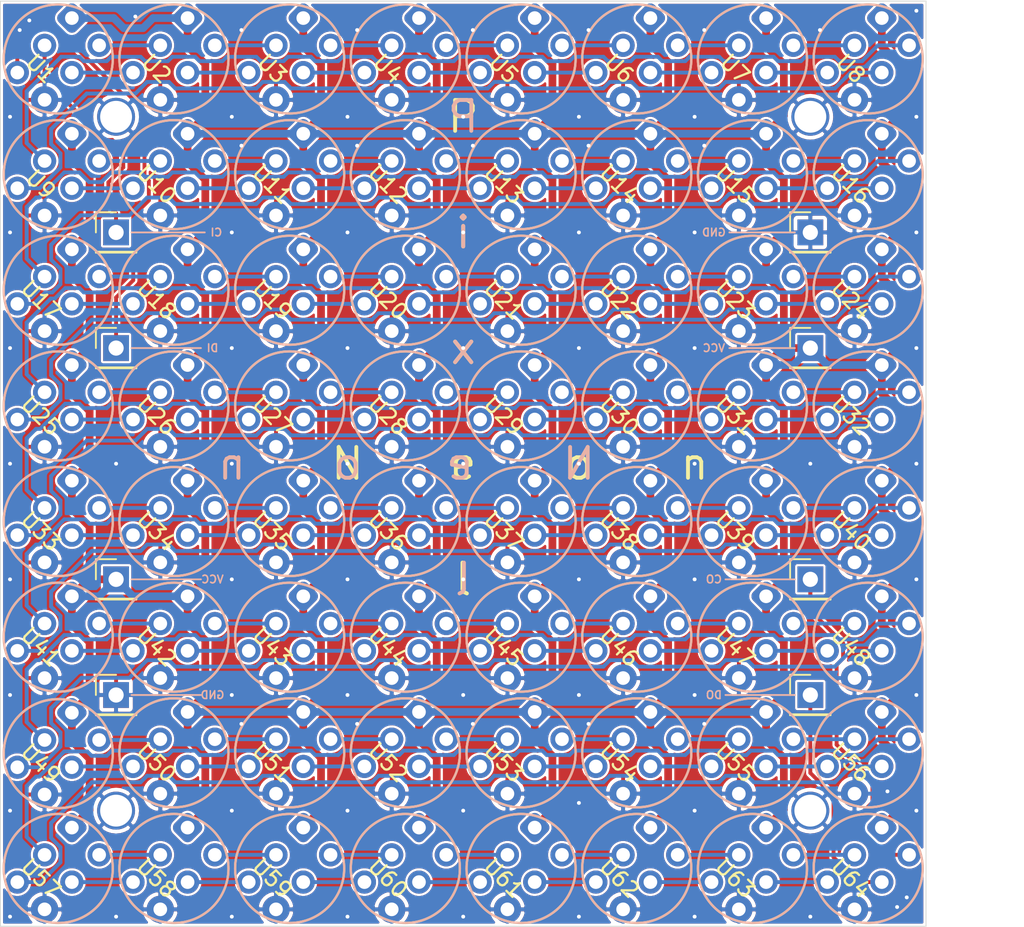
<source format=kicad_pcb>
(kicad_pcb (version 20171130) (host pcbnew "(5.1.4)-1")

  (general
    (thickness 1.6)
    (drawings 38)
    (tracks 1296)
    (zones 0)
    (modules 76)
    (nets 133)
  )

  (page A4)
  (layers
    (0 F.Cu signal)
    (31 B.Cu signal)
    (34 B.Paste user)
    (35 F.Paste user)
    (36 B.SilkS user)
    (37 F.SilkS user)
    (38 B.Mask user)
    (39 F.Mask user)
    (41 Cmts.User user)
    (44 Edge.Cuts user)
    (45 Margin user)
    (46 B.CrtYd user)
    (47 F.CrtYd user)
  )

  (setup
    (last_trace_width 0.254)
    (user_trace_width 0.254)
    (user_trace_width 0.508)
    (trace_clearance 0.1524)
    (zone_clearance 0.1524)
    (zone_45_only no)
    (trace_min 0.1524)
    (via_size 0.508)
    (via_drill 0.254)
    (via_min_size 0.508)
    (via_min_drill 0.254)
    (uvia_size 0.508)
    (uvia_drill 0.254)
    (uvias_allowed no)
    (uvia_min_size 0.508)
    (uvia_min_drill 0.254)
    (edge_width 0.05)
    (segment_width 0.2)
    (pcb_text_width 0.3)
    (pcb_text_size 1.5 1.5)
    (mod_edge_width 0.12)
    (mod_text_size 1 1)
    (mod_text_width 0.15)
    (pad_size 1.524 1.524)
    (pad_drill 0.762)
    (pad_to_mask_clearance 0.0508)
    (solder_mask_min_width 0.1016)
    (aux_axis_origin 0 0)
    (visible_elements 7FFFFFFF)
    (pcbplotparams
      (layerselection 0x010fc_ffffffff)
      (usegerberextensions false)
      (usegerberattributes false)
      (usegerberadvancedattributes false)
      (creategerberjobfile false)
      (excludeedgelayer true)
      (linewidth 0.100000)
      (plotframeref false)
      (viasonmask false)
      (mode 1)
      (useauxorigin false)
      (hpglpennumber 1)
      (hpglpenspeed 20)
      (hpglpendiameter 15.000000)
      (psnegative false)
      (psa4output false)
      (plotreference true)
      (plotvalue true)
      (plotinvisibletext false)
      (padsonsilk false)
      (subtractmaskfromsilk false)
      (outputformat 1)
      (mirror false)
      (drillshape 1)
      (scaleselection 1)
      (outputdirectory ""))
  )

  (net 0 "")
  (net 1 VDD)
  (net 2 Cin)
  (net 3 Din)
  (net 4 GND)
  (net 5 Cout)
  (net 6 Dout)
  (net 7 "Net-(U1-Pad6)")
  (net 8 "Net-(U1-Pad5)")
  (net 9 "Net-(U2-Pad6)")
  (net 10 "Net-(U2-Pad5)")
  (net 11 "Net-(U3-Pad6)")
  (net 12 "Net-(U3-Pad5)")
  (net 13 "Net-(U4-Pad6)")
  (net 14 "Net-(U4-Pad5)")
  (net 15 "Net-(U5-Pad6)")
  (net 16 "Net-(U5-Pad5)")
  (net 17 "Net-(U6-Pad6)")
  (net 18 "Net-(U6-Pad5)")
  (net 19 "Net-(U7-Pad6)")
  (net 20 "Net-(U7-Pad5)")
  (net 21 "Net-(U10-Pad2)")
  (net 22 "Net-(U10-Pad3)")
  (net 23 "Net-(U17-Pad5)")
  (net 24 "Net-(U17-Pad6)")
  (net 25 "Net-(U10-Pad6)")
  (net 26 "Net-(U10-Pad5)")
  (net 27 "Net-(U11-Pad6)")
  (net 28 "Net-(U11-Pad5)")
  (net 29 "Net-(U12-Pad6)")
  (net 30 "Net-(U12-Pad5)")
  (net 31 "Net-(U13-Pad6)")
  (net 32 "Net-(U13-Pad5)")
  (net 33 "Net-(U14-Pad6)")
  (net 34 "Net-(U14-Pad5)")
  (net 35 "Net-(U15-Pad6)")
  (net 36 "Net-(U15-Pad5)")
  (net 37 "Net-(U16-Pad6)")
  (net 38 "Net-(U16-Pad5)")
  (net 39 "Net-(U8-Pad6)")
  (net 40 "Net-(U8-Pad5)")
  (net 41 "Net-(U18-Pad6)")
  (net 42 "Net-(U18-Pad5)")
  (net 43 "Net-(U19-Pad6)")
  (net 44 "Net-(U19-Pad5)")
  (net 45 "Net-(U20-Pad6)")
  (net 46 "Net-(U20-Pad5)")
  (net 47 "Net-(U21-Pad6)")
  (net 48 "Net-(U21-Pad5)")
  (net 49 "Net-(U22-Pad6)")
  (net 50 "Net-(U22-Pad5)")
  (net 51 "Net-(U23-Pad6)")
  (net 52 "Net-(U23-Pad5)")
  (net 53 "Net-(U24-Pad6)")
  (net 54 "Net-(U24-Pad5)")
  (net 55 "Net-(U25-Pad6)")
  (net 56 "Net-(U25-Pad5)")
  (net 57 "Net-(U26-Pad6)")
  (net 58 "Net-(U26-Pad5)")
  (net 59 "Net-(U27-Pad6)")
  (net 60 "Net-(U27-Pad5)")
  (net 61 "Net-(U28-Pad6)")
  (net 62 "Net-(U28-Pad5)")
  (net 63 "Net-(U29-Pad6)")
  (net 64 "Net-(U29-Pad5)")
  (net 65 "Net-(U30-Pad6)")
  (net 66 "Net-(U30-Pad5)")
  (net 67 "Net-(U31-Pad6)")
  (net 68 "Net-(U31-Pad5)")
  (net 69 "Net-(U32-Pad6)")
  (net 70 "Net-(U32-Pad5)")
  (net 71 "Net-(U33-Pad6)")
  (net 72 "Net-(U33-Pad5)")
  (net 73 "Net-(U34-Pad6)")
  (net 74 "Net-(U34-Pad5)")
  (net 75 "Net-(U35-Pad6)")
  (net 76 "Net-(U35-Pad5)")
  (net 77 "Net-(U36-Pad6)")
  (net 78 "Net-(U36-Pad5)")
  (net 79 "Net-(U37-Pad6)")
  (net 80 "Net-(U37-Pad5)")
  (net 81 "Net-(U38-Pad6)")
  (net 82 "Net-(U38-Pad5)")
  (net 83 "Net-(U39-Pad6)")
  (net 84 "Net-(U39-Pad5)")
  (net 85 "Net-(U40-Pad6)")
  (net 86 "Net-(U40-Pad5)")
  (net 87 "Net-(U41-Pad6)")
  (net 88 "Net-(U41-Pad5)")
  (net 89 "Net-(U42-Pad6)")
  (net 90 "Net-(U42-Pad5)")
  (net 91 "Net-(U43-Pad6)")
  (net 92 "Net-(U43-Pad5)")
  (net 93 "Net-(U44-Pad6)")
  (net 94 "Net-(U44-Pad5)")
  (net 95 "Net-(U45-Pad6)")
  (net 96 "Net-(U45-Pad5)")
  (net 97 "Net-(U46-Pad6)")
  (net 98 "Net-(U46-Pad5)")
  (net 99 "Net-(U47-Pad6)")
  (net 100 "Net-(U47-Pad5)")
  (net 101 "Net-(U48-Pad6)")
  (net 102 "Net-(U48-Pad5)")
  (net 103 "Net-(U49-Pad6)")
  (net 104 "Net-(U49-Pad5)")
  (net 105 "Net-(U50-Pad6)")
  (net 106 "Net-(U50-Pad5)")
  (net 107 "Net-(U51-Pad6)")
  (net 108 "Net-(U51-Pad5)")
  (net 109 "Net-(U52-Pad6)")
  (net 110 "Net-(U52-Pad5)")
  (net 111 "Net-(U53-Pad6)")
  (net 112 "Net-(U53-Pad5)")
  (net 113 "Net-(U54-Pad6)")
  (net 114 "Net-(U54-Pad5)")
  (net 115 "Net-(U55-Pad6)")
  (net 116 "Net-(U55-Pad5)")
  (net 117 "Net-(U56-Pad6)")
  (net 118 "Net-(U56-Pad5)")
  (net 119 "Net-(U57-Pad6)")
  (net 120 "Net-(U57-Pad5)")
  (net 121 "Net-(U58-Pad6)")
  (net 122 "Net-(U58-Pad5)")
  (net 123 "Net-(U59-Pad6)")
  (net 124 "Net-(U59-Pad5)")
  (net 125 "Net-(U60-Pad6)")
  (net 126 "Net-(U60-Pad5)")
  (net 127 "Net-(U61-Pad6)")
  (net 128 "Net-(U61-Pad5)")
  (net 129 "Net-(U62-Pad6)")
  (net 130 "Net-(U62-Pad5)")
  (net 131 "Net-(U63-Pad6)")
  (net 132 "Net-(U63-Pad5)")

  (net_class Default "This is the default net class."
    (clearance 0.1524)
    (trace_width 0.1524)
    (via_dia 0.508)
    (via_drill 0.254)
    (uvia_dia 0.508)
    (uvia_drill 0.254)
    (add_net Cin)
    (add_net Cout)
    (add_net Din)
    (add_net Dout)
    (add_net GND)
    (add_net "Net-(U1-Pad5)")
    (add_net "Net-(U1-Pad6)")
    (add_net "Net-(U10-Pad2)")
    (add_net "Net-(U10-Pad3)")
    (add_net "Net-(U10-Pad5)")
    (add_net "Net-(U10-Pad6)")
    (add_net "Net-(U11-Pad5)")
    (add_net "Net-(U11-Pad6)")
    (add_net "Net-(U12-Pad5)")
    (add_net "Net-(U12-Pad6)")
    (add_net "Net-(U13-Pad5)")
    (add_net "Net-(U13-Pad6)")
    (add_net "Net-(U14-Pad5)")
    (add_net "Net-(U14-Pad6)")
    (add_net "Net-(U15-Pad5)")
    (add_net "Net-(U15-Pad6)")
    (add_net "Net-(U16-Pad5)")
    (add_net "Net-(U16-Pad6)")
    (add_net "Net-(U17-Pad5)")
    (add_net "Net-(U17-Pad6)")
    (add_net "Net-(U18-Pad5)")
    (add_net "Net-(U18-Pad6)")
    (add_net "Net-(U19-Pad5)")
    (add_net "Net-(U19-Pad6)")
    (add_net "Net-(U2-Pad5)")
    (add_net "Net-(U2-Pad6)")
    (add_net "Net-(U20-Pad5)")
    (add_net "Net-(U20-Pad6)")
    (add_net "Net-(U21-Pad5)")
    (add_net "Net-(U21-Pad6)")
    (add_net "Net-(U22-Pad5)")
    (add_net "Net-(U22-Pad6)")
    (add_net "Net-(U23-Pad5)")
    (add_net "Net-(U23-Pad6)")
    (add_net "Net-(U24-Pad5)")
    (add_net "Net-(U24-Pad6)")
    (add_net "Net-(U25-Pad5)")
    (add_net "Net-(U25-Pad6)")
    (add_net "Net-(U26-Pad5)")
    (add_net "Net-(U26-Pad6)")
    (add_net "Net-(U27-Pad5)")
    (add_net "Net-(U27-Pad6)")
    (add_net "Net-(U28-Pad5)")
    (add_net "Net-(U28-Pad6)")
    (add_net "Net-(U29-Pad5)")
    (add_net "Net-(U29-Pad6)")
    (add_net "Net-(U3-Pad5)")
    (add_net "Net-(U3-Pad6)")
    (add_net "Net-(U30-Pad5)")
    (add_net "Net-(U30-Pad6)")
    (add_net "Net-(U31-Pad5)")
    (add_net "Net-(U31-Pad6)")
    (add_net "Net-(U32-Pad5)")
    (add_net "Net-(U32-Pad6)")
    (add_net "Net-(U33-Pad5)")
    (add_net "Net-(U33-Pad6)")
    (add_net "Net-(U34-Pad5)")
    (add_net "Net-(U34-Pad6)")
    (add_net "Net-(U35-Pad5)")
    (add_net "Net-(U35-Pad6)")
    (add_net "Net-(U36-Pad5)")
    (add_net "Net-(U36-Pad6)")
    (add_net "Net-(U37-Pad5)")
    (add_net "Net-(U37-Pad6)")
    (add_net "Net-(U38-Pad5)")
    (add_net "Net-(U38-Pad6)")
    (add_net "Net-(U39-Pad5)")
    (add_net "Net-(U39-Pad6)")
    (add_net "Net-(U4-Pad5)")
    (add_net "Net-(U4-Pad6)")
    (add_net "Net-(U40-Pad5)")
    (add_net "Net-(U40-Pad6)")
    (add_net "Net-(U41-Pad5)")
    (add_net "Net-(U41-Pad6)")
    (add_net "Net-(U42-Pad5)")
    (add_net "Net-(U42-Pad6)")
    (add_net "Net-(U43-Pad5)")
    (add_net "Net-(U43-Pad6)")
    (add_net "Net-(U44-Pad5)")
    (add_net "Net-(U44-Pad6)")
    (add_net "Net-(U45-Pad5)")
    (add_net "Net-(U45-Pad6)")
    (add_net "Net-(U46-Pad5)")
    (add_net "Net-(U46-Pad6)")
    (add_net "Net-(U47-Pad5)")
    (add_net "Net-(U47-Pad6)")
    (add_net "Net-(U48-Pad5)")
    (add_net "Net-(U48-Pad6)")
    (add_net "Net-(U49-Pad5)")
    (add_net "Net-(U49-Pad6)")
    (add_net "Net-(U5-Pad5)")
    (add_net "Net-(U5-Pad6)")
    (add_net "Net-(U50-Pad5)")
    (add_net "Net-(U50-Pad6)")
    (add_net "Net-(U51-Pad5)")
    (add_net "Net-(U51-Pad6)")
    (add_net "Net-(U52-Pad5)")
    (add_net "Net-(U52-Pad6)")
    (add_net "Net-(U53-Pad5)")
    (add_net "Net-(U53-Pad6)")
    (add_net "Net-(U54-Pad5)")
    (add_net "Net-(U54-Pad6)")
    (add_net "Net-(U55-Pad5)")
    (add_net "Net-(U55-Pad6)")
    (add_net "Net-(U56-Pad5)")
    (add_net "Net-(U56-Pad6)")
    (add_net "Net-(U57-Pad5)")
    (add_net "Net-(U57-Pad6)")
    (add_net "Net-(U58-Pad5)")
    (add_net "Net-(U58-Pad6)")
    (add_net "Net-(U59-Pad5)")
    (add_net "Net-(U59-Pad6)")
    (add_net "Net-(U6-Pad5)")
    (add_net "Net-(U6-Pad6)")
    (add_net "Net-(U60-Pad5)")
    (add_net "Net-(U60-Pad6)")
    (add_net "Net-(U61-Pad5)")
    (add_net "Net-(U61-Pad6)")
    (add_net "Net-(U62-Pad5)")
    (add_net "Net-(U62-Pad6)")
    (add_net "Net-(U63-Pad5)")
    (add_net "Net-(U63-Pad6)")
    (add_net "Net-(U7-Pad5)")
    (add_net "Net-(U7-Pad6)")
    (add_net "Net-(U8-Pad5)")
    (add_net "Net-(U8-Pad6)")
    (add_net VDD)
  )

  (module neonpixelmatrix:neonpixel (layer F.Cu) (tedit 5EC23CEE) (tstamp 5EBB0DFF)
    (at 129.54 40.64 315)
    (path /5EC27457)
    (fp_text reference U28 (at -0.3556 1.27 315) (layer F.SilkS)
      (effects (font (size 1 1) (thickness 0.15)))
    )
    (fp_text value neonpixel (at 0 -5.079999 315) (layer F.Fab) hide
      (effects (font (size 1 1) (thickness 0.15)))
    )
    (fp_circle (center 0 0) (end 2.54 2.54) (layer B.SilkS) (width 0.15))
    (fp_circle (center 0 0) (end 2.54 2.54) (layer F.SilkS) (width 0.15))
    (pad 6 thru_hole circle (at 1.27 -2.54 315) (size 1.524 1.524) (drill 0.9) (layers *.Cu *.Mask)
      (net 61 "Net-(U28-Pad6)"))
    (pad 5 thru_hole circle (at 1.27 0 315) (size 1.524 1.524) (drill 0.9) (layers *.Cu *.Mask)
      (net 62 "Net-(U28-Pad5)"))
    (pad 4 thru_hole circle (at 1.27 2.54 315) (size 1.8 1.8) (drill 0.9) (layers *.Cu *.Mask)
      (net 4 GND))
    (pad 3 thru_hole circle (at -1.27 2.54 315) (size 1.524 1.524) (drill 0.9) (layers *.Cu *.Mask)
      (net 60 "Net-(U27-Pad5)"))
    (pad 2 thru_hole circle (at -1.27 0 315) (size 1.524 1.524) (drill 0.9) (layers *.Cu *.Mask)
      (net 59 "Net-(U27-Pad6)"))
    (pad 1 thru_hole roundrect (at -1.27 -2.54 315) (size 1.6 1.6) (drill 0.9) (layers *.Cu *.Mask) (roundrect_rratio 0.25)
      (net 1 VDD))
  )

  (module neonpixelmatrix:mountingM2 (layer F.Cu) (tedit 5EBBE67F) (tstamp 5EBC61E0)
    (at 156.21 67.31)
    (path /5F0000EF)
    (fp_text reference H6 (at 0 0.5) (layer F.Fab) hide
      (effects (font (size 1 1) (thickness 0.15)))
    )
    (fp_text value MountingHole_Pad (at 0 -0.5) (layer F.Fab) hide
      (effects (font (size 1 1) (thickness 0.15)))
    )
    (pad 1 thru_hole circle (at 0 0) (size 2.5 2.5) (drill 2.1) (layers *.Cu *.Mask)
      (net 4 GND))
  )

  (module neonpixelmatrix:mountingM2 (layer F.Cu) (tedit 5EBBE67F) (tstamp 5EBC61DD)
    (at 156.21 21.59)
    (path /5EFFFE71)
    (fp_text reference H5 (at 0 0.5) (layer F.Fab) hide
      (effects (font (size 1 1) (thickness 0.15)))
    )
    (fp_text value MountingHole_Pad (at 0 -0.5) (layer F.Fab) hide
      (effects (font (size 1 1) (thickness 0.15)))
    )
    (pad 1 thru_hole circle (at 0 0) (size 2.5 2.5) (drill 2.1) (layers *.Cu *.Mask)
      (net 4 GND))
  )

  (module neonpixelmatrix:mountingM2 (layer F.Cu) (tedit 5EBBE67F) (tstamp 5EBC61DA)
    (at 110.49 67.31)
    (path /5EFFFC29)
    (fp_text reference H4 (at 0 0.5) (layer F.Fab) hide
      (effects (font (size 1 1) (thickness 0.15)))
    )
    (fp_text value MountingHole_Pad (at 0 -0.5) (layer F.Fab) hide
      (effects (font (size 1 1) (thickness 0.15)))
    )
    (pad 1 thru_hole circle (at 0 0) (size 2.5 2.5) (drill 2.1) (layers *.Cu *.Mask)
      (net 4 GND))
  )

  (module neonpixelmatrix:mountingM2 (layer F.Cu) (tedit 5EBBE67F) (tstamp 5EBC61D7)
    (at 110.49 21.59)
    (path /5EFFF8C1)
    (fp_text reference H3 (at 0 0.5) (layer F.Fab) hide
      (effects (font (size 1 1) (thickness 0.15)))
    )
    (fp_text value MountingHole_Pad (at 0 -0.5) (layer F.Fab) hide
      (effects (font (size 1 1) (thickness 0.15)))
    )
    (pad 1 thru_hole circle (at 0 0) (size 2.5 2.5) (drill 2.1) (layers *.Cu *.Mask)
      (net 4 GND))
  )

  (module Pin_Headers:Pin_Header_Straight_1x01_Pitch2.54mm (layer F.Cu) (tedit 59650532) (tstamp 5EBC61E3)
    (at 110.49 52.07)
    (descr "Through hole straight pin header, 1x01, 2.54mm pitch, single row")
    (tags "Through hole pin header THT 1x01 2.54mm single row")
    (path /5F1295C1)
    (fp_text reference J1 (at 0 -2.33) (layer F.SilkS) hide
      (effects (font (size 1 1) (thickness 0.15)))
    )
    (fp_text value Conn_01x01_Female (at 0 2.33) (layer F.Fab)
      (effects (font (size 1 1) (thickness 0.15)))
    )
    (fp_line (start -0.635 -1.27) (end 1.27 -1.27) (layer F.Fab) (width 0.1))
    (fp_line (start 1.27 -1.27) (end 1.27 1.27) (layer F.Fab) (width 0.1))
    (fp_line (start 1.27 1.27) (end -1.27 1.27) (layer F.Fab) (width 0.1))
    (fp_line (start -1.27 1.27) (end -1.27 -0.635) (layer F.Fab) (width 0.1))
    (fp_line (start -1.27 -0.635) (end -0.635 -1.27) (layer F.Fab) (width 0.1))
    (fp_line (start -1.33 1.33) (end 1.33 1.33) (layer F.SilkS) (width 0.12))
    (fp_line (start -1.33 1.27) (end -1.33 1.33) (layer F.SilkS) (width 0.12))
    (fp_line (start 1.33 1.27) (end 1.33 1.33) (layer F.SilkS) (width 0.12))
    (fp_line (start -1.33 1.27) (end 1.33 1.27) (layer F.SilkS) (width 0.12))
    (fp_line (start -1.33 0) (end -1.33 -1.33) (layer F.SilkS) (width 0.12))
    (fp_line (start -1.33 -1.33) (end 0 -1.33) (layer F.SilkS) (width 0.12))
    (fp_line (start -1.8 -1.8) (end -1.8 1.8) (layer F.CrtYd) (width 0.05))
    (fp_line (start -1.8 1.8) (end 1.8 1.8) (layer F.CrtYd) (width 0.05))
    (fp_line (start 1.8 1.8) (end 1.8 -1.8) (layer F.CrtYd) (width 0.05))
    (fp_line (start 1.8 -1.8) (end -1.8 -1.8) (layer F.CrtYd) (width 0.05))
    (fp_text user %R (at 0 0 90) (layer F.Fab)
      (effects (font (size 1 1) (thickness 0.15)))
    )
    (pad 1 thru_hole rect (at 0 0) (size 1.7 1.7) (drill 1) (layers *.Cu *.Mask)
      (net 1 VDD))
    (model ${KISYS3DMOD}/Pin_Headers.3dshapes/Pin_Header_Straight_1x01_Pitch2.54mm.wrl
      (at (xyz 0 0 0))
      (scale (xyz 1 1 1))
      (rotate (xyz 0 0 0))
    )
  )

  (module Pin_Headers:Pin_Header_Straight_1x01_Pitch2.54mm (layer F.Cu) (tedit 59650532) (tstamp 5EBC61E6)
    (at 156.21 52.07)
    (descr "Through hole straight pin header, 1x01, 2.54mm pitch, single row")
    (tags "Through hole pin header THT 1x01 2.54mm single row")
    (path /5F12B564)
    (fp_text reference J2 (at 0 -2.33) (layer F.SilkS) hide
      (effects (font (size 1 1) (thickness 0.15)))
    )
    (fp_text value Conn_01x01_Female (at 0 2.33) (layer F.Fab)
      (effects (font (size 1 1) (thickness 0.15)))
    )
    (fp_line (start -0.635 -1.27) (end 1.27 -1.27) (layer F.Fab) (width 0.1))
    (fp_line (start 1.27 -1.27) (end 1.27 1.27) (layer F.Fab) (width 0.1))
    (fp_line (start 1.27 1.27) (end -1.27 1.27) (layer F.Fab) (width 0.1))
    (fp_line (start -1.27 1.27) (end -1.27 -0.635) (layer F.Fab) (width 0.1))
    (fp_line (start -1.27 -0.635) (end -0.635 -1.27) (layer F.Fab) (width 0.1))
    (fp_line (start -1.33 1.33) (end 1.33 1.33) (layer F.SilkS) (width 0.12))
    (fp_line (start -1.33 1.27) (end -1.33 1.33) (layer F.SilkS) (width 0.12))
    (fp_line (start 1.33 1.27) (end 1.33 1.33) (layer F.SilkS) (width 0.12))
    (fp_line (start -1.33 1.27) (end 1.33 1.27) (layer F.SilkS) (width 0.12))
    (fp_line (start -1.33 0) (end -1.33 -1.33) (layer F.SilkS) (width 0.12))
    (fp_line (start -1.33 -1.33) (end 0 -1.33) (layer F.SilkS) (width 0.12))
    (fp_line (start -1.8 -1.8) (end -1.8 1.8) (layer F.CrtYd) (width 0.05))
    (fp_line (start -1.8 1.8) (end 1.8 1.8) (layer F.CrtYd) (width 0.05))
    (fp_line (start 1.8 1.8) (end 1.8 -1.8) (layer F.CrtYd) (width 0.05))
    (fp_line (start 1.8 -1.8) (end -1.8 -1.8) (layer F.CrtYd) (width 0.05))
    (fp_text user %R (at 0 0 90) (layer F.Fab)
      (effects (font (size 1 1) (thickness 0.15)))
    )
    (pad 1 thru_hole rect (at 0 0) (size 1.7 1.7) (drill 1) (layers *.Cu *.Mask)
      (net 5 Cout))
    (model ${KISYS3DMOD}/Pin_Headers.3dshapes/Pin_Header_Straight_1x01_Pitch2.54mm.wrl
      (at (xyz 0 0 0))
      (scale (xyz 1 1 1))
      (rotate (xyz 0 0 0))
    )
  )

  (module Pin_Headers:Pin_Header_Straight_1x01_Pitch2.54mm (layer F.Cu) (tedit 59650532) (tstamp 5EBC61E9)
    (at 156.21 59.69)
    (descr "Through hole straight pin header, 1x01, 2.54mm pitch, single row")
    (tags "Through hole pin header THT 1x01 2.54mm single row")
    (path /5F12B6D2)
    (fp_text reference J3 (at 0 -2.33) (layer F.SilkS) hide
      (effects (font (size 1 1) (thickness 0.15)))
    )
    (fp_text value Conn_01x01_Female (at 0 2.33) (layer F.Fab)
      (effects (font (size 1 1) (thickness 0.15)))
    )
    (fp_line (start -0.635 -1.27) (end 1.27 -1.27) (layer F.Fab) (width 0.1))
    (fp_line (start 1.27 -1.27) (end 1.27 1.27) (layer F.Fab) (width 0.1))
    (fp_line (start 1.27 1.27) (end -1.27 1.27) (layer F.Fab) (width 0.1))
    (fp_line (start -1.27 1.27) (end -1.27 -0.635) (layer F.Fab) (width 0.1))
    (fp_line (start -1.27 -0.635) (end -0.635 -1.27) (layer F.Fab) (width 0.1))
    (fp_line (start -1.33 1.33) (end 1.33 1.33) (layer F.SilkS) (width 0.12))
    (fp_line (start -1.33 1.27) (end -1.33 1.33) (layer F.SilkS) (width 0.12))
    (fp_line (start 1.33 1.27) (end 1.33 1.33) (layer F.SilkS) (width 0.12))
    (fp_line (start -1.33 1.27) (end 1.33 1.27) (layer F.SilkS) (width 0.12))
    (fp_line (start -1.33 0) (end -1.33 -1.33) (layer F.SilkS) (width 0.12))
    (fp_line (start -1.33 -1.33) (end 0 -1.33) (layer F.SilkS) (width 0.12))
    (fp_line (start -1.8 -1.8) (end -1.8 1.8) (layer F.CrtYd) (width 0.05))
    (fp_line (start -1.8 1.8) (end 1.8 1.8) (layer F.CrtYd) (width 0.05))
    (fp_line (start 1.8 1.8) (end 1.8 -1.8) (layer F.CrtYd) (width 0.05))
    (fp_line (start 1.8 -1.8) (end -1.8 -1.8) (layer F.CrtYd) (width 0.05))
    (fp_text user %R (at 0 0 90) (layer F.Fab)
      (effects (font (size 1 1) (thickness 0.15)))
    )
    (pad 1 thru_hole rect (at 0 0) (size 1.7 1.7) (drill 1) (layers *.Cu *.Mask)
      (net 6 Dout))
    (model ${KISYS3DMOD}/Pin_Headers.3dshapes/Pin_Header_Straight_1x01_Pitch2.54mm.wrl
      (at (xyz 0 0 0))
      (scale (xyz 1 1 1))
      (rotate (xyz 0 0 0))
    )
  )

  (module Pin_Headers:Pin_Header_Straight_1x01_Pitch2.54mm (layer F.Cu) (tedit 59650532) (tstamp 5EBC61EC)
    (at 156.21 29.21)
    (descr "Through hole straight pin header, 1x01, 2.54mm pitch, single row")
    (tags "Through hole pin header THT 1x01 2.54mm single row")
    (path /5F12B807)
    (fp_text reference J4 (at 0 -2.33) (layer F.SilkS) hide
      (effects (font (size 1 1) (thickness 0.15)))
    )
    (fp_text value Conn_01x01_Female (at 0 2.33) (layer F.Fab)
      (effects (font (size 1 1) (thickness 0.15)))
    )
    (fp_line (start -0.635 -1.27) (end 1.27 -1.27) (layer F.Fab) (width 0.1))
    (fp_line (start 1.27 -1.27) (end 1.27 1.27) (layer F.Fab) (width 0.1))
    (fp_line (start 1.27 1.27) (end -1.27 1.27) (layer F.Fab) (width 0.1))
    (fp_line (start -1.27 1.27) (end -1.27 -0.635) (layer F.Fab) (width 0.1))
    (fp_line (start -1.27 -0.635) (end -0.635 -1.27) (layer F.Fab) (width 0.1))
    (fp_line (start -1.33 1.33) (end 1.33 1.33) (layer F.SilkS) (width 0.12))
    (fp_line (start -1.33 1.27) (end -1.33 1.33) (layer F.SilkS) (width 0.12))
    (fp_line (start 1.33 1.27) (end 1.33 1.33) (layer F.SilkS) (width 0.12))
    (fp_line (start -1.33 1.27) (end 1.33 1.27) (layer F.SilkS) (width 0.12))
    (fp_line (start -1.33 0) (end -1.33 -1.33) (layer F.SilkS) (width 0.12))
    (fp_line (start -1.33 -1.33) (end 0 -1.33) (layer F.SilkS) (width 0.12))
    (fp_line (start -1.8 -1.8) (end -1.8 1.8) (layer F.CrtYd) (width 0.05))
    (fp_line (start -1.8 1.8) (end 1.8 1.8) (layer F.CrtYd) (width 0.05))
    (fp_line (start 1.8 1.8) (end 1.8 -1.8) (layer F.CrtYd) (width 0.05))
    (fp_line (start 1.8 -1.8) (end -1.8 -1.8) (layer F.CrtYd) (width 0.05))
    (fp_text user %R (at 0 0 90) (layer F.Fab)
      (effects (font (size 1 1) (thickness 0.15)))
    )
    (pad 1 thru_hole rect (at 0 0) (size 1.7 1.7) (drill 1) (layers *.Cu *.Mask)
      (net 4 GND))
    (model ${KISYS3DMOD}/Pin_Headers.3dshapes/Pin_Header_Straight_1x01_Pitch2.54mm.wrl
      (at (xyz 0 0 0))
      (scale (xyz 1 1 1))
      (rotate (xyz 0 0 0))
    )
  )

  (module Pin_Headers:Pin_Header_Straight_1x01_Pitch2.54mm (layer F.Cu) (tedit 59650532) (tstamp 5EBC61EF)
    (at 156.21 36.83)
    (descr "Through hole straight pin header, 1x01, 2.54mm pitch, single row")
    (tags "Through hole pin header THT 1x01 2.54mm single row")
    (path /5F12AB01)
    (fp_text reference J5 (at 0 -2.33) (layer F.SilkS) hide
      (effects (font (size 1 1) (thickness 0.15)))
    )
    (fp_text value Conn_01x01_Male (at 0 2.33) (layer F.Fab)
      (effects (font (size 1 1) (thickness 0.15)))
    )
    (fp_line (start -0.635 -1.27) (end 1.27 -1.27) (layer F.Fab) (width 0.1))
    (fp_line (start 1.27 -1.27) (end 1.27 1.27) (layer F.Fab) (width 0.1))
    (fp_line (start 1.27 1.27) (end -1.27 1.27) (layer F.Fab) (width 0.1))
    (fp_line (start -1.27 1.27) (end -1.27 -0.635) (layer F.Fab) (width 0.1))
    (fp_line (start -1.27 -0.635) (end -0.635 -1.27) (layer F.Fab) (width 0.1))
    (fp_line (start -1.33 1.33) (end 1.33 1.33) (layer F.SilkS) (width 0.12))
    (fp_line (start -1.33 1.27) (end -1.33 1.33) (layer F.SilkS) (width 0.12))
    (fp_line (start 1.33 1.27) (end 1.33 1.33) (layer F.SilkS) (width 0.12))
    (fp_line (start -1.33 1.27) (end 1.33 1.27) (layer F.SilkS) (width 0.12))
    (fp_line (start -1.33 0) (end -1.33 -1.33) (layer F.SilkS) (width 0.12))
    (fp_line (start -1.33 -1.33) (end 0 -1.33) (layer F.SilkS) (width 0.12))
    (fp_line (start -1.8 -1.8) (end -1.8 1.8) (layer F.CrtYd) (width 0.05))
    (fp_line (start -1.8 1.8) (end 1.8 1.8) (layer F.CrtYd) (width 0.05))
    (fp_line (start 1.8 1.8) (end 1.8 -1.8) (layer F.CrtYd) (width 0.05))
    (fp_line (start 1.8 -1.8) (end -1.8 -1.8) (layer F.CrtYd) (width 0.05))
    (fp_text user %R (at 0 0 90) (layer F.Fab)
      (effects (font (size 1 1) (thickness 0.15)))
    )
    (pad 1 thru_hole rect (at 0 0) (size 1.7 1.7) (drill 1) (layers *.Cu *.Mask)
      (net 1 VDD))
    (model ${KISYS3DMOD}/Pin_Headers.3dshapes/Pin_Header_Straight_1x01_Pitch2.54mm.wrl
      (at (xyz 0 0 0))
      (scale (xyz 1 1 1))
      (rotate (xyz 0 0 0))
    )
  )

  (module Pin_Headers:Pin_Header_Straight_1x01_Pitch2.54mm (layer F.Cu) (tedit 59650532) (tstamp 5EBC61F2)
    (at 110.49 29.21)
    (descr "Through hole straight pin header, 1x01, 2.54mm pitch, single row")
    (tags "Through hole pin header THT 1x01 2.54mm single row")
    (path /5F12B196)
    (fp_text reference J6 (at 1.51 -0.21) (layer F.SilkS) hide
      (effects (font (size 1 1) (thickness 0.15)))
    )
    (fp_text value Conn_01x01_Male (at 0 2.33) (layer F.Fab)
      (effects (font (size 1 1) (thickness 0.15)))
    )
    (fp_line (start -0.635 -1.27) (end 1.27 -1.27) (layer F.Fab) (width 0.1))
    (fp_line (start 1.27 -1.27) (end 1.27 1.27) (layer F.Fab) (width 0.1))
    (fp_line (start 1.27 1.27) (end -1.27 1.27) (layer F.Fab) (width 0.1))
    (fp_line (start -1.27 1.27) (end -1.27 -0.635) (layer F.Fab) (width 0.1))
    (fp_line (start -1.27 -0.635) (end -0.635 -1.27) (layer F.Fab) (width 0.1))
    (fp_line (start -1.33 1.33) (end 1.33 1.33) (layer F.SilkS) (width 0.12))
    (fp_line (start -1.33 1.27) (end -1.33 1.33) (layer F.SilkS) (width 0.12))
    (fp_line (start 1.33 1.27) (end 1.33 1.33) (layer F.SilkS) (width 0.12))
    (fp_line (start -1.33 1.27) (end 1.33 1.27) (layer F.SilkS) (width 0.12))
    (fp_line (start -1.33 0) (end -1.33 -1.33) (layer F.SilkS) (width 0.12))
    (fp_line (start -1.33 -1.33) (end 0 -1.33) (layer F.SilkS) (width 0.12))
    (fp_line (start -1.8 -1.8) (end -1.8 1.8) (layer F.CrtYd) (width 0.05))
    (fp_line (start -1.8 1.8) (end 1.8 1.8) (layer F.CrtYd) (width 0.05))
    (fp_line (start 1.8 1.8) (end 1.8 -1.8) (layer F.CrtYd) (width 0.05))
    (fp_line (start 1.8 -1.8) (end -1.8 -1.8) (layer F.CrtYd) (width 0.05))
    (fp_text user %R (at 0 0 90) (layer F.Fab)
      (effects (font (size 1 1) (thickness 0.15)))
    )
    (pad 1 thru_hole rect (at 0 0) (size 1.7 1.7) (drill 1) (layers *.Cu *.Mask)
      (net 2 Cin))
    (model ${KISYS3DMOD}/Pin_Headers.3dshapes/Pin_Header_Straight_1x01_Pitch2.54mm.wrl
      (at (xyz 0 0 0))
      (scale (xyz 1 1 1))
      (rotate (xyz 0 0 0))
    )
  )

  (module Pin_Headers:Pin_Header_Straight_1x01_Pitch2.54mm (layer F.Cu) (tedit 59650532) (tstamp 5EBC61F5)
    (at 110.49 36.83)
    (descr "Through hole straight pin header, 1x01, 2.54mm pitch, single row")
    (tags "Through hole pin header THT 1x01 2.54mm single row")
    (path /5F12B2B6)
    (fp_text reference J7 (at 0 -2.33) (layer F.SilkS) hide
      (effects (font (size 1 1) (thickness 0.15)))
    )
    (fp_text value Conn_01x01_Male (at 0 2.33) (layer F.Fab)
      (effects (font (size 1 1) (thickness 0.15)))
    )
    (fp_line (start -0.635 -1.27) (end 1.27 -1.27) (layer F.Fab) (width 0.1))
    (fp_line (start 1.27 -1.27) (end 1.27 1.27) (layer F.Fab) (width 0.1))
    (fp_line (start 1.27 1.27) (end -1.27 1.27) (layer F.Fab) (width 0.1))
    (fp_line (start -1.27 1.27) (end -1.27 -0.635) (layer F.Fab) (width 0.1))
    (fp_line (start -1.27 -0.635) (end -0.635 -1.27) (layer F.Fab) (width 0.1))
    (fp_line (start -1.33 1.33) (end 1.33 1.33) (layer F.SilkS) (width 0.12))
    (fp_line (start -1.33 1.27) (end -1.33 1.33) (layer F.SilkS) (width 0.12))
    (fp_line (start 1.33 1.27) (end 1.33 1.33) (layer F.SilkS) (width 0.12))
    (fp_line (start -1.33 1.27) (end 1.33 1.27) (layer F.SilkS) (width 0.12))
    (fp_line (start -1.33 0) (end -1.33 -1.33) (layer F.SilkS) (width 0.12))
    (fp_line (start -1.33 -1.33) (end 0 -1.33) (layer F.SilkS) (width 0.12))
    (fp_line (start -1.8 -1.8) (end -1.8 1.8) (layer F.CrtYd) (width 0.05))
    (fp_line (start -1.8 1.8) (end 1.8 1.8) (layer F.CrtYd) (width 0.05))
    (fp_line (start 1.8 1.8) (end 1.8 -1.8) (layer F.CrtYd) (width 0.05))
    (fp_line (start 1.8 -1.8) (end -1.8 -1.8) (layer F.CrtYd) (width 0.05))
    (fp_text user %R (at 0 0 90) (layer F.Fab)
      (effects (font (size 1 1) (thickness 0.15)))
    )
    (pad 1 thru_hole rect (at 0 0) (size 1.7 1.7) (drill 1) (layers *.Cu *.Mask)
      (net 3 Din))
    (model ${KISYS3DMOD}/Pin_Headers.3dshapes/Pin_Header_Straight_1x01_Pitch2.54mm.wrl
      (at (xyz 0 0 0))
      (scale (xyz 1 1 1))
      (rotate (xyz 0 0 0))
    )
  )

  (module Pin_Headers:Pin_Header_Straight_1x01_Pitch2.54mm (layer F.Cu) (tedit 59650532) (tstamp 5EBC61F8)
    (at 110.49 59.69)
    (descr "Through hole straight pin header, 1x01, 2.54mm pitch, single row")
    (tags "Through hole pin header THT 1x01 2.54mm single row")
    (path /5F12B3F5)
    (fp_text reference J8 (at 0 -2.33) (layer F.SilkS) hide
      (effects (font (size 1 1) (thickness 0.15)))
    )
    (fp_text value Conn_01x01_Male (at 0 2.33) (layer F.Fab)
      (effects (font (size 1 1) (thickness 0.15)))
    )
    (fp_line (start -0.635 -1.27) (end 1.27 -1.27) (layer F.Fab) (width 0.1))
    (fp_line (start 1.27 -1.27) (end 1.27 1.27) (layer F.Fab) (width 0.1))
    (fp_line (start 1.27 1.27) (end -1.27 1.27) (layer F.Fab) (width 0.1))
    (fp_line (start -1.27 1.27) (end -1.27 -0.635) (layer F.Fab) (width 0.1))
    (fp_line (start -1.27 -0.635) (end -0.635 -1.27) (layer F.Fab) (width 0.1))
    (fp_line (start -1.33 1.33) (end 1.33 1.33) (layer F.SilkS) (width 0.12))
    (fp_line (start -1.33 1.27) (end -1.33 1.33) (layer F.SilkS) (width 0.12))
    (fp_line (start 1.33 1.27) (end 1.33 1.33) (layer F.SilkS) (width 0.12))
    (fp_line (start -1.33 1.27) (end 1.33 1.27) (layer F.SilkS) (width 0.12))
    (fp_line (start -1.33 0) (end -1.33 -1.33) (layer F.SilkS) (width 0.12))
    (fp_line (start -1.33 -1.33) (end 0 -1.33) (layer F.SilkS) (width 0.12))
    (fp_line (start -1.8 -1.8) (end -1.8 1.8) (layer F.CrtYd) (width 0.05))
    (fp_line (start -1.8 1.8) (end 1.8 1.8) (layer F.CrtYd) (width 0.05))
    (fp_line (start 1.8 1.8) (end 1.8 -1.8) (layer F.CrtYd) (width 0.05))
    (fp_line (start 1.8 -1.8) (end -1.8 -1.8) (layer F.CrtYd) (width 0.05))
    (fp_text user %R (at 0 0 90) (layer F.Fab)
      (effects (font (size 1 1) (thickness 0.15)))
    )
    (pad 1 thru_hole rect (at 0 0) (size 1.7 1.7) (drill 1) (layers *.Cu *.Mask)
      (net 4 GND))
    (model ${KISYS3DMOD}/Pin_Headers.3dshapes/Pin_Header_Straight_1x01_Pitch2.54mm.wrl
      (at (xyz 0 0 0))
      (scale (xyz 1 1 1))
      (rotate (xyz 0 0 0))
    )
  )

  (module neonpixelmatrix:neonpixel (layer F.Cu) (tedit 5EC23CEE) (tstamp 5EBB0FAF)
    (at 160.02 71.12 315)
    (path /5ECA2D56)
    (fp_text reference U64 (at -0.3556 1.27 135) (layer F.SilkS)
      (effects (font (size 1 1) (thickness 0.15)))
    )
    (fp_text value neonpixel (at 0 -5.079999 135) (layer F.Fab) hide
      (effects (font (size 1 1) (thickness 0.15)))
    )
    (fp_circle (center 0 0) (end 2.54 2.54) (layer B.SilkS) (width 0.15))
    (fp_circle (center 0 0) (end 2.54 2.54) (layer F.SilkS) (width 0.15))
    (pad 6 thru_hole circle (at 1.27 -2.54 315) (size 1.524 1.524) (drill 0.9) (layers *.Cu *.Mask)
      (net 5 Cout))
    (pad 5 thru_hole circle (at 1.27 0 315) (size 1.524 1.524) (drill 0.9) (layers *.Cu *.Mask)
      (net 6 Dout))
    (pad 4 thru_hole circle (at 1.27 2.54 315) (size 1.8 1.8) (drill 0.9) (layers *.Cu *.Mask)
      (net 4 GND))
    (pad 3 thru_hole circle (at -1.27 2.54 315) (size 1.524 1.524) (drill 0.9) (layers *.Cu *.Mask)
      (net 132 "Net-(U63-Pad5)"))
    (pad 2 thru_hole circle (at -1.27 0 315) (size 1.524 1.524) (drill 0.9) (layers *.Cu *.Mask)
      (net 131 "Net-(U63-Pad6)"))
    (pad 1 thru_hole roundrect (at -1.27 -2.54 315) (size 1.6 1.6) (drill 0.9) (layers *.Cu *.Mask) (roundrect_rratio 0.25)
      (net 1 VDD))
  )

  (module neonpixelmatrix:neonpixel (layer F.Cu) (tedit 5EC23CEE) (tstamp 5EBB0FA3)
    (at 152.4 71.12 315)
    (path /5ECA2D50)
    (fp_text reference U63 (at -0.3556 1.27 135) (layer F.SilkS)
      (effects (font (size 1 1) (thickness 0.15)))
    )
    (fp_text value neonpixel (at 0 -5.079999 135) (layer F.Fab) hide
      (effects (font (size 1 1) (thickness 0.15)))
    )
    (fp_circle (center 0 0) (end 2.54 2.54) (layer B.SilkS) (width 0.15))
    (fp_circle (center 0 0) (end 2.54 2.54) (layer F.SilkS) (width 0.15))
    (pad 6 thru_hole circle (at 1.27 -2.54 315) (size 1.524 1.524) (drill 0.9) (layers *.Cu *.Mask)
      (net 131 "Net-(U63-Pad6)"))
    (pad 5 thru_hole circle (at 1.27 0 315) (size 1.524 1.524) (drill 0.9) (layers *.Cu *.Mask)
      (net 132 "Net-(U63-Pad5)"))
    (pad 4 thru_hole circle (at 1.27 2.54 315) (size 1.8 1.8) (drill 0.9) (layers *.Cu *.Mask)
      (net 4 GND))
    (pad 3 thru_hole circle (at -1.27 2.54 315) (size 1.524 1.524) (drill 0.9) (layers *.Cu *.Mask)
      (net 130 "Net-(U62-Pad5)"))
    (pad 2 thru_hole circle (at -1.27 0 315) (size 1.524 1.524) (drill 0.9) (layers *.Cu *.Mask)
      (net 129 "Net-(U62-Pad6)"))
    (pad 1 thru_hole roundrect (at -1.27 -2.54 315) (size 1.6 1.6) (drill 0.9) (layers *.Cu *.Mask) (roundrect_rratio 0.25)
      (net 1 VDD))
  )

  (module neonpixelmatrix:neonpixel (layer F.Cu) (tedit 5EC23CEE) (tstamp 5EBB0F97)
    (at 144.78 71.12 315)
    (path /5ECA2D2C)
    (fp_text reference U62 (at -0.3556 1.27 135) (layer F.SilkS)
      (effects (font (size 1 1) (thickness 0.15)))
    )
    (fp_text value neonpixel (at 0 -5.079999 135) (layer F.Fab) hide
      (effects (font (size 1 1) (thickness 0.15)))
    )
    (fp_circle (center 0 0) (end 2.54 2.54) (layer B.SilkS) (width 0.15))
    (fp_circle (center 0 0) (end 2.54 2.54) (layer F.SilkS) (width 0.15))
    (pad 6 thru_hole circle (at 1.27 -2.54 315) (size 1.524 1.524) (drill 0.9) (layers *.Cu *.Mask)
      (net 129 "Net-(U62-Pad6)"))
    (pad 5 thru_hole circle (at 1.27 0 315) (size 1.524 1.524) (drill 0.9) (layers *.Cu *.Mask)
      (net 130 "Net-(U62-Pad5)"))
    (pad 4 thru_hole circle (at 1.27 2.54 315) (size 1.8 1.8) (drill 0.9) (layers *.Cu *.Mask)
      (net 4 GND))
    (pad 3 thru_hole circle (at -1.27 2.54 315) (size 1.524 1.524) (drill 0.9) (layers *.Cu *.Mask)
      (net 128 "Net-(U61-Pad5)"))
    (pad 2 thru_hole circle (at -1.27 0 315) (size 1.524 1.524) (drill 0.9) (layers *.Cu *.Mask)
      (net 127 "Net-(U61-Pad6)"))
    (pad 1 thru_hole roundrect (at -1.27 -2.54 315) (size 1.6 1.6) (drill 0.9) (layers *.Cu *.Mask) (roundrect_rratio 0.25)
      (net 1 VDD))
  )

  (module neonpixelmatrix:neonpixel (layer F.Cu) (tedit 5EC23CEE) (tstamp 5EBB0F8B)
    (at 137.16 71.12 315)
    (path /5ECA2D26)
    (fp_text reference U61 (at -0.3556 1.27 135) (layer F.SilkS)
      (effects (font (size 1 1) (thickness 0.15)))
    )
    (fp_text value neonpixel (at 0 -5.079999 135) (layer F.Fab) hide
      (effects (font (size 1 1) (thickness 0.15)))
    )
    (fp_circle (center 0 0) (end 2.54 2.54) (layer B.SilkS) (width 0.15))
    (fp_circle (center 0 0) (end 2.54 2.54) (layer F.SilkS) (width 0.15))
    (pad 6 thru_hole circle (at 1.27 -2.54 315) (size 1.524 1.524) (drill 0.9) (layers *.Cu *.Mask)
      (net 127 "Net-(U61-Pad6)"))
    (pad 5 thru_hole circle (at 1.27 0 315) (size 1.524 1.524) (drill 0.9) (layers *.Cu *.Mask)
      (net 128 "Net-(U61-Pad5)"))
    (pad 4 thru_hole circle (at 1.27 2.54 315) (size 1.8 1.8) (drill 0.9) (layers *.Cu *.Mask)
      (net 4 GND))
    (pad 3 thru_hole circle (at -1.27 2.54 315) (size 1.524 1.524) (drill 0.9) (layers *.Cu *.Mask)
      (net 126 "Net-(U60-Pad5)"))
    (pad 2 thru_hole circle (at -1.27 0 315) (size 1.524 1.524) (drill 0.9) (layers *.Cu *.Mask)
      (net 125 "Net-(U60-Pad6)"))
    (pad 1 thru_hole roundrect (at -1.27 -2.54 315) (size 1.6 1.6) (drill 0.9) (layers *.Cu *.Mask) (roundrect_rratio 0.25)
      (net 1 VDD))
  )

  (module neonpixelmatrix:neonpixel (layer F.Cu) (tedit 5EC23CEE) (tstamp 5EBB0F7F)
    (at 129.54 71.12 315)
    (path /5ECA2CFC)
    (fp_text reference U60 (at -0.3556 1.27 135) (layer F.SilkS)
      (effects (font (size 1 1) (thickness 0.15)))
    )
    (fp_text value neonpixel (at 0 -5.079999 135) (layer F.Fab) hide
      (effects (font (size 1 1) (thickness 0.15)))
    )
    (fp_circle (center 0 0) (end 2.54 2.54) (layer B.SilkS) (width 0.15))
    (fp_circle (center 0 0) (end 2.54 2.54) (layer F.SilkS) (width 0.15))
    (pad 6 thru_hole circle (at 1.27 -2.54 315) (size 1.524 1.524) (drill 0.9) (layers *.Cu *.Mask)
      (net 125 "Net-(U60-Pad6)"))
    (pad 5 thru_hole circle (at 1.27 0 315) (size 1.524 1.524) (drill 0.9) (layers *.Cu *.Mask)
      (net 126 "Net-(U60-Pad5)"))
    (pad 4 thru_hole circle (at 1.27 2.54 315) (size 1.8 1.8) (drill 0.9) (layers *.Cu *.Mask)
      (net 4 GND))
    (pad 3 thru_hole circle (at -1.27 2.54 315) (size 1.524 1.524) (drill 0.9) (layers *.Cu *.Mask)
      (net 124 "Net-(U59-Pad5)"))
    (pad 2 thru_hole circle (at -1.27 0 315) (size 1.524 1.524) (drill 0.9) (layers *.Cu *.Mask)
      (net 123 "Net-(U59-Pad6)"))
    (pad 1 thru_hole roundrect (at -1.27 -2.54 315) (size 1.6 1.6) (drill 0.9) (layers *.Cu *.Mask) (roundrect_rratio 0.25)
      (net 1 VDD))
  )

  (module neonpixelmatrix:neonpixel (layer F.Cu) (tedit 5EC23CEE) (tstamp 5EBB0F73)
    (at 121.92 71.12 315)
    (path /5ECA2CF6)
    (fp_text reference U59 (at -0.3556 1.27 135) (layer F.SilkS)
      (effects (font (size 1 1) (thickness 0.15)))
    )
    (fp_text value neonpixel (at 0 -5.079999 135) (layer F.Fab) hide
      (effects (font (size 1 1) (thickness 0.15)))
    )
    (fp_circle (center 0 0) (end 2.54 2.54) (layer B.SilkS) (width 0.15))
    (fp_circle (center 0 0) (end 2.54 2.54) (layer F.SilkS) (width 0.15))
    (pad 6 thru_hole circle (at 1.27 -2.54 315) (size 1.524 1.524) (drill 0.9) (layers *.Cu *.Mask)
      (net 123 "Net-(U59-Pad6)"))
    (pad 5 thru_hole circle (at 1.27 0 315) (size 1.524 1.524) (drill 0.9) (layers *.Cu *.Mask)
      (net 124 "Net-(U59-Pad5)"))
    (pad 4 thru_hole circle (at 1.27 2.54 315) (size 1.8 1.8) (drill 0.9) (layers *.Cu *.Mask)
      (net 4 GND))
    (pad 3 thru_hole circle (at -1.27 2.54 315) (size 1.524 1.524) (drill 0.9) (layers *.Cu *.Mask)
      (net 122 "Net-(U58-Pad5)"))
    (pad 2 thru_hole circle (at -1.27 0 315) (size 1.524 1.524) (drill 0.9) (layers *.Cu *.Mask)
      (net 121 "Net-(U58-Pad6)"))
    (pad 1 thru_hole roundrect (at -1.27 -2.54 315) (size 1.6 1.6) (drill 0.9) (layers *.Cu *.Mask) (roundrect_rratio 0.25)
      (net 1 VDD))
  )

  (module neonpixelmatrix:neonpixel (layer F.Cu) (tedit 5EC23CEE) (tstamp 5EBB0F67)
    (at 114.3 71.12 315)
    (path /5ECA2CD2)
    (fp_text reference U58 (at -0.3556 1.27 135) (layer F.SilkS)
      (effects (font (size 1 1) (thickness 0.15)))
    )
    (fp_text value neonpixel (at 0 -5.079999 135) (layer F.Fab) hide
      (effects (font (size 1 1) (thickness 0.15)))
    )
    (fp_circle (center 0 0) (end 2.54 2.54) (layer B.SilkS) (width 0.15))
    (fp_circle (center 0 0) (end 2.54 2.54) (layer F.SilkS) (width 0.15))
    (pad 6 thru_hole circle (at 1.27 -2.54 315) (size 1.524 1.524) (drill 0.9) (layers *.Cu *.Mask)
      (net 121 "Net-(U58-Pad6)"))
    (pad 5 thru_hole circle (at 1.27 0 315) (size 1.524 1.524) (drill 0.9) (layers *.Cu *.Mask)
      (net 122 "Net-(U58-Pad5)"))
    (pad 4 thru_hole circle (at 1.27 2.54 315) (size 1.8 1.8) (drill 0.9) (layers *.Cu *.Mask)
      (net 4 GND))
    (pad 3 thru_hole circle (at -1.27 2.54 315) (size 1.524 1.524) (drill 0.9) (layers *.Cu *.Mask)
      (net 120 "Net-(U57-Pad5)"))
    (pad 2 thru_hole circle (at -1.27 0 315) (size 1.524 1.524) (drill 0.9) (layers *.Cu *.Mask)
      (net 119 "Net-(U57-Pad6)"))
    (pad 1 thru_hole roundrect (at -1.27 -2.54 315) (size 1.6 1.6) (drill 0.9) (layers *.Cu *.Mask) (roundrect_rratio 0.25)
      (net 1 VDD))
  )

  (module neonpixelmatrix:neonpixel (layer F.Cu) (tedit 5EC23CEE) (tstamp 5EBB0F5B)
    (at 106.68 71.12 315)
    (path /5ECA2CCC)
    (fp_text reference U57 (at -0.3556 1.27 135) (layer F.SilkS)
      (effects (font (size 1 1) (thickness 0.15)))
    )
    (fp_text value neonpixel (at 0 -5.079999 135) (layer F.Fab) hide
      (effects (font (size 1 1) (thickness 0.15)))
    )
    (fp_circle (center 0 0) (end 2.54 2.54) (layer B.SilkS) (width 0.15))
    (fp_circle (center 0 0) (end 2.54 2.54) (layer F.SilkS) (width 0.15))
    (pad 6 thru_hole circle (at 1.27 -2.54 315) (size 1.524 1.524) (drill 0.9) (layers *.Cu *.Mask)
      (net 119 "Net-(U57-Pad6)"))
    (pad 5 thru_hole circle (at 1.27 0 315) (size 1.524 1.524) (drill 0.9) (layers *.Cu *.Mask)
      (net 120 "Net-(U57-Pad5)"))
    (pad 4 thru_hole circle (at 1.27 2.54 315) (size 1.8 1.8) (drill 0.9) (layers *.Cu *.Mask)
      (net 4 GND))
    (pad 3 thru_hole circle (at -1.27 2.54 315) (size 1.524 1.524) (drill 0.9) (layers *.Cu *.Mask)
      (net 118 "Net-(U56-Pad5)"))
    (pad 2 thru_hole circle (at -1.27 0 315) (size 1.524 1.524) (drill 0.9) (layers *.Cu *.Mask)
      (net 117 "Net-(U56-Pad6)"))
    (pad 1 thru_hole roundrect (at -1.27 -2.54 315) (size 1.6 1.6) (drill 0.9) (layers *.Cu *.Mask) (roundrect_rratio 0.25)
      (net 1 VDD))
  )

  (module neonpixelmatrix:neonpixel (layer F.Cu) (tedit 5EC23CEE) (tstamp 5EBB0F4F)
    (at 160.02 63.5 315)
    (path /5ECA2C9C)
    (fp_text reference U56 (at -0.3556 1.27 135) (layer F.SilkS)
      (effects (font (size 1 1) (thickness 0.15)))
    )
    (fp_text value neonpixel (at 0 -5.079999 135) (layer F.Fab) hide
      (effects (font (size 1 1) (thickness 0.15)))
    )
    (fp_circle (center 0 0) (end 2.54 2.54) (layer B.SilkS) (width 0.15))
    (fp_circle (center 0 0) (end 2.54 2.54) (layer F.SilkS) (width 0.15))
    (pad 6 thru_hole circle (at 1.27 -2.54 315) (size 1.524 1.524) (drill 0.9) (layers *.Cu *.Mask)
      (net 117 "Net-(U56-Pad6)"))
    (pad 5 thru_hole circle (at 1.27 0 315) (size 1.524 1.524) (drill 0.9) (layers *.Cu *.Mask)
      (net 118 "Net-(U56-Pad5)"))
    (pad 4 thru_hole circle (at 1.27 2.54 315) (size 1.8 1.8) (drill 0.9) (layers *.Cu *.Mask)
      (net 4 GND))
    (pad 3 thru_hole circle (at -1.27 2.54 315) (size 1.524 1.524) (drill 0.9) (layers *.Cu *.Mask)
      (net 116 "Net-(U55-Pad5)"))
    (pad 2 thru_hole circle (at -1.27 0 315) (size 1.524 1.524) (drill 0.9) (layers *.Cu *.Mask)
      (net 115 "Net-(U55-Pad6)"))
    (pad 1 thru_hole roundrect (at -1.27 -2.54 315) (size 1.6 1.6) (drill 0.9) (layers *.Cu *.Mask) (roundrect_rratio 0.25)
      (net 1 VDD))
  )

  (module neonpixelmatrix:neonpixel (layer F.Cu) (tedit 5EC23CEE) (tstamp 5EBB0F43)
    (at 152.4 63.5 315)
    (path /5ECA2C96)
    (fp_text reference U55 (at -0.3556 1.27 135) (layer F.SilkS)
      (effects (font (size 1 1) (thickness 0.15)))
    )
    (fp_text value neonpixel (at 0 -5.079999 135) (layer F.Fab) hide
      (effects (font (size 1 1) (thickness 0.15)))
    )
    (fp_circle (center 0 0) (end 2.54 2.54) (layer B.SilkS) (width 0.15))
    (fp_circle (center 0 0) (end 2.54 2.54) (layer F.SilkS) (width 0.15))
    (pad 6 thru_hole circle (at 1.27 -2.54 315) (size 1.524 1.524) (drill 0.9) (layers *.Cu *.Mask)
      (net 115 "Net-(U55-Pad6)"))
    (pad 5 thru_hole circle (at 1.27 0 315) (size 1.524 1.524) (drill 0.9) (layers *.Cu *.Mask)
      (net 116 "Net-(U55-Pad5)"))
    (pad 4 thru_hole circle (at 1.27 2.54 315) (size 1.8 1.8) (drill 0.9) (layers *.Cu *.Mask)
      (net 4 GND))
    (pad 3 thru_hole circle (at -1.27 2.54 315) (size 1.524 1.524) (drill 0.9) (layers *.Cu *.Mask)
      (net 114 "Net-(U54-Pad5)"))
    (pad 2 thru_hole circle (at -1.27 0 315) (size 1.524 1.524) (drill 0.9) (layers *.Cu *.Mask)
      (net 113 "Net-(U54-Pad6)"))
    (pad 1 thru_hole roundrect (at -1.27 -2.54 315) (size 1.6 1.6) (drill 0.9) (layers *.Cu *.Mask) (roundrect_rratio 0.25)
      (net 1 VDD))
  )

  (module neonpixelmatrix:neonpixel (layer F.Cu) (tedit 5EC23CEE) (tstamp 5EBB0F37)
    (at 144.78 63.5 315)
    (path /5ECA2C72)
    (fp_text reference U54 (at -0.3556 1.27 135) (layer F.SilkS)
      (effects (font (size 1 1) (thickness 0.15)))
    )
    (fp_text value neonpixel (at 0 -5.079999 135) (layer F.Fab) hide
      (effects (font (size 1 1) (thickness 0.15)))
    )
    (fp_circle (center 0 0) (end 2.54 2.54) (layer B.SilkS) (width 0.15))
    (fp_circle (center 0 0) (end 2.54 2.54) (layer F.SilkS) (width 0.15))
    (pad 6 thru_hole circle (at 1.27 -2.54 315) (size 1.524 1.524) (drill 0.9) (layers *.Cu *.Mask)
      (net 113 "Net-(U54-Pad6)"))
    (pad 5 thru_hole circle (at 1.27 0 315) (size 1.524 1.524) (drill 0.9) (layers *.Cu *.Mask)
      (net 114 "Net-(U54-Pad5)"))
    (pad 4 thru_hole circle (at 1.27 2.54 315) (size 1.8 1.8) (drill 0.9) (layers *.Cu *.Mask)
      (net 4 GND))
    (pad 3 thru_hole circle (at -1.27 2.54 315) (size 1.524 1.524) (drill 0.9) (layers *.Cu *.Mask)
      (net 112 "Net-(U53-Pad5)"))
    (pad 2 thru_hole circle (at -1.27 0 315) (size 1.524 1.524) (drill 0.9) (layers *.Cu *.Mask)
      (net 111 "Net-(U53-Pad6)"))
    (pad 1 thru_hole roundrect (at -1.27 -2.54 315) (size 1.6 1.6) (drill 0.9) (layers *.Cu *.Mask) (roundrect_rratio 0.25)
      (net 1 VDD))
  )

  (module neonpixelmatrix:neonpixel (layer F.Cu) (tedit 5EC23CEE) (tstamp 5EBB0F2B)
    (at 137.16 63.5 315)
    (path /5ECA2C6C)
    (fp_text reference U53 (at -0.3556 1.27 135) (layer F.SilkS)
      (effects (font (size 1 1) (thickness 0.15)))
    )
    (fp_text value neonpixel (at 0 -5.079999 135) (layer F.Fab) hide
      (effects (font (size 1 1) (thickness 0.15)))
    )
    (fp_circle (center 0 0) (end 2.54 2.54) (layer B.SilkS) (width 0.15))
    (fp_circle (center 0 0) (end 2.54 2.54) (layer F.SilkS) (width 0.15))
    (pad 6 thru_hole circle (at 1.27 -2.54 315) (size 1.524 1.524) (drill 0.9) (layers *.Cu *.Mask)
      (net 111 "Net-(U53-Pad6)"))
    (pad 5 thru_hole circle (at 1.27 0 315) (size 1.524 1.524) (drill 0.9) (layers *.Cu *.Mask)
      (net 112 "Net-(U53-Pad5)"))
    (pad 4 thru_hole circle (at 1.27 2.54 315) (size 1.8 1.8) (drill 0.9) (layers *.Cu *.Mask)
      (net 4 GND))
    (pad 3 thru_hole circle (at -1.27 2.54 315) (size 1.524 1.524) (drill 0.9) (layers *.Cu *.Mask)
      (net 110 "Net-(U52-Pad5)"))
    (pad 2 thru_hole circle (at -1.27 0 315) (size 1.524 1.524) (drill 0.9) (layers *.Cu *.Mask)
      (net 109 "Net-(U52-Pad6)"))
    (pad 1 thru_hole roundrect (at -1.27 -2.54 315) (size 1.6 1.6) (drill 0.9) (layers *.Cu *.Mask) (roundrect_rratio 0.25)
      (net 1 VDD))
  )

  (module neonpixelmatrix:neonpixel (layer F.Cu) (tedit 5EC23CEE) (tstamp 5EBB0F1F)
    (at 129.54 63.5 315)
    (path /5ECA2C42)
    (fp_text reference U52 (at -0.3556 1.27 135) (layer F.SilkS)
      (effects (font (size 1 1) (thickness 0.15)))
    )
    (fp_text value neonpixel (at 0 -5.079999 135) (layer F.Fab) hide
      (effects (font (size 1 1) (thickness 0.15)))
    )
    (fp_circle (center 0 0) (end 2.54 2.54) (layer B.SilkS) (width 0.15))
    (fp_circle (center 0 0) (end 2.54 2.54) (layer F.SilkS) (width 0.15))
    (pad 6 thru_hole circle (at 1.27 -2.54 315) (size 1.524 1.524) (drill 0.9) (layers *.Cu *.Mask)
      (net 109 "Net-(U52-Pad6)"))
    (pad 5 thru_hole circle (at 1.27 0 315) (size 1.524 1.524) (drill 0.9) (layers *.Cu *.Mask)
      (net 110 "Net-(U52-Pad5)"))
    (pad 4 thru_hole circle (at 1.27 2.54 315) (size 1.8 1.8) (drill 0.9) (layers *.Cu *.Mask)
      (net 4 GND))
    (pad 3 thru_hole circle (at -1.27 2.54 315) (size 1.524 1.524) (drill 0.9) (layers *.Cu *.Mask)
      (net 108 "Net-(U51-Pad5)"))
    (pad 2 thru_hole circle (at -1.27 0 315) (size 1.524 1.524) (drill 0.9) (layers *.Cu *.Mask)
      (net 107 "Net-(U51-Pad6)"))
    (pad 1 thru_hole roundrect (at -1.27 -2.54 315) (size 1.6 1.6) (drill 0.9) (layers *.Cu *.Mask) (roundrect_rratio 0.25)
      (net 1 VDD))
  )

  (module neonpixelmatrix:neonpixel (layer F.Cu) (tedit 5EC23CEE) (tstamp 5EBB0F13)
    (at 121.92 63.5 315)
    (path /5ECA2C3C)
    (fp_text reference U51 (at -0.3556 1.27 135) (layer F.SilkS)
      (effects (font (size 1 1) (thickness 0.15)))
    )
    (fp_text value neonpixel (at 0 -5.079999 135) (layer F.Fab) hide
      (effects (font (size 1 1) (thickness 0.15)))
    )
    (fp_circle (center 0 0) (end 2.54 2.54) (layer B.SilkS) (width 0.15))
    (fp_circle (center 0 0) (end 2.54 2.54) (layer F.SilkS) (width 0.15))
    (pad 6 thru_hole circle (at 1.27 -2.54 315) (size 1.524 1.524) (drill 0.9) (layers *.Cu *.Mask)
      (net 107 "Net-(U51-Pad6)"))
    (pad 5 thru_hole circle (at 1.27 0 315) (size 1.524 1.524) (drill 0.9) (layers *.Cu *.Mask)
      (net 108 "Net-(U51-Pad5)"))
    (pad 4 thru_hole circle (at 1.27 2.54 315) (size 1.8 1.8) (drill 0.9) (layers *.Cu *.Mask)
      (net 4 GND))
    (pad 3 thru_hole circle (at -1.27 2.54 315) (size 1.524 1.524) (drill 0.9) (layers *.Cu *.Mask)
      (net 106 "Net-(U50-Pad5)"))
    (pad 2 thru_hole circle (at -1.27 0 315) (size 1.524 1.524) (drill 0.9) (layers *.Cu *.Mask)
      (net 105 "Net-(U50-Pad6)"))
    (pad 1 thru_hole roundrect (at -1.27 -2.54 315) (size 1.6 1.6) (drill 0.9) (layers *.Cu *.Mask) (roundrect_rratio 0.25)
      (net 1 VDD))
  )

  (module neonpixelmatrix:neonpixel (layer F.Cu) (tedit 5EC23CEE) (tstamp 5EBB0F07)
    (at 114.3 63.5 315)
    (path /5ECA2C18)
    (fp_text reference U50 (at -0.3556 1.27 135) (layer F.SilkS)
      (effects (font (size 1 1) (thickness 0.15)))
    )
    (fp_text value neonpixel (at 0 -5.079999 135) (layer F.Fab) hide
      (effects (font (size 1 1) (thickness 0.15)))
    )
    (fp_circle (center 0 0) (end 2.54 2.54) (layer B.SilkS) (width 0.15))
    (fp_circle (center 0 0) (end 2.54 2.54) (layer F.SilkS) (width 0.15))
    (pad 6 thru_hole circle (at 1.27 -2.54 315) (size 1.524 1.524) (drill 0.9) (layers *.Cu *.Mask)
      (net 105 "Net-(U50-Pad6)"))
    (pad 5 thru_hole circle (at 1.27 0 315) (size 1.524 1.524) (drill 0.9) (layers *.Cu *.Mask)
      (net 106 "Net-(U50-Pad5)"))
    (pad 4 thru_hole circle (at 1.27 2.54 315) (size 1.8 1.8) (drill 0.9) (layers *.Cu *.Mask)
      (net 4 GND))
    (pad 3 thru_hole circle (at -1.27 2.54 315) (size 1.524 1.524) (drill 0.9) (layers *.Cu *.Mask)
      (net 104 "Net-(U49-Pad5)"))
    (pad 2 thru_hole circle (at -1.27 0 315) (size 1.524 1.524) (drill 0.9) (layers *.Cu *.Mask)
      (net 103 "Net-(U49-Pad6)"))
    (pad 1 thru_hole roundrect (at -1.27 -2.54 315) (size 1.6 1.6) (drill 0.9) (layers *.Cu *.Mask) (roundrect_rratio 0.25)
      (net 1 VDD))
  )

  (module neonpixelmatrix:neonpixel (layer F.Cu) (tedit 5EC23CEE) (tstamp 5EBB0EFB)
    (at 106.68 63.552102 315)
    (path /5ECA2C12)
    (fp_text reference U49 (at -0.3556 1.27 135) (layer F.SilkS)
      (effects (font (size 1 1) (thickness 0.15)))
    )
    (fp_text value neonpixel (at 0 -5.079999 135) (layer F.Fab) hide
      (effects (font (size 1 1) (thickness 0.15)))
    )
    (fp_circle (center 0 0) (end 2.54 2.54) (layer B.SilkS) (width 0.15))
    (fp_circle (center 0 0) (end 2.54 2.54) (layer F.SilkS) (width 0.15))
    (pad 6 thru_hole circle (at 1.27 -2.54 315) (size 1.524 1.524) (drill 0.9) (layers *.Cu *.Mask)
      (net 103 "Net-(U49-Pad6)"))
    (pad 5 thru_hole circle (at 1.27 0 315) (size 1.524 1.524) (drill 0.9) (layers *.Cu *.Mask)
      (net 104 "Net-(U49-Pad5)"))
    (pad 4 thru_hole circle (at 1.27 2.54 315) (size 1.8 1.8) (drill 0.9) (layers *.Cu *.Mask)
      (net 4 GND))
    (pad 3 thru_hole circle (at -1.27 2.54 315) (size 1.524 1.524) (drill 0.9) (layers *.Cu *.Mask)
      (net 102 "Net-(U48-Pad5)"))
    (pad 2 thru_hole circle (at -1.27 0 315) (size 1.524 1.524) (drill 0.9) (layers *.Cu *.Mask)
      (net 101 "Net-(U48-Pad6)"))
    (pad 1 thru_hole roundrect (at -1.27 -2.54 315) (size 1.6 1.6) (drill 0.9) (layers *.Cu *.Mask) (roundrect_rratio 0.25)
      (net 1 VDD))
  )

  (module neonpixelmatrix:neonpixel (layer F.Cu) (tedit 5EC23CEE) (tstamp 5EBB0EEF)
    (at 160.02 55.88 315)
    (path /5ECA2BD8)
    (fp_text reference U48 (at -0.3556 1.27 135) (layer F.SilkS)
      (effects (font (size 1 1) (thickness 0.15)))
    )
    (fp_text value neonpixel (at 0 -5.079999 135) (layer F.Fab) hide
      (effects (font (size 1 1) (thickness 0.15)))
    )
    (fp_circle (center 0 0) (end 2.54 2.54) (layer B.SilkS) (width 0.15))
    (fp_circle (center 0 0) (end 2.54 2.54) (layer F.SilkS) (width 0.15))
    (pad 6 thru_hole circle (at 1.27 -2.54 315) (size 1.524 1.524) (drill 0.9) (layers *.Cu *.Mask)
      (net 101 "Net-(U48-Pad6)"))
    (pad 5 thru_hole circle (at 1.27 0 315) (size 1.524 1.524) (drill 0.9) (layers *.Cu *.Mask)
      (net 102 "Net-(U48-Pad5)"))
    (pad 4 thru_hole circle (at 1.27 2.54 315) (size 1.8 1.8) (drill 0.9) (layers *.Cu *.Mask)
      (net 4 GND))
    (pad 3 thru_hole circle (at -1.27 2.54 315) (size 1.524 1.524) (drill 0.9) (layers *.Cu *.Mask)
      (net 100 "Net-(U47-Pad5)"))
    (pad 2 thru_hole circle (at -1.27 0 315) (size 1.524 1.524) (drill 0.9) (layers *.Cu *.Mask)
      (net 99 "Net-(U47-Pad6)"))
    (pad 1 thru_hole roundrect (at -1.27 -2.54 315) (size 1.6 1.6) (drill 0.9) (layers *.Cu *.Mask) (roundrect_rratio 0.25)
      (net 1 VDD))
  )

  (module neonpixelmatrix:neonpixel (layer F.Cu) (tedit 5EC23CEE) (tstamp 5EBB0EE3)
    (at 152.4 55.88 315)
    (path /5ECA2BD2)
    (fp_text reference U47 (at -0.3556 1.27 135) (layer F.SilkS)
      (effects (font (size 1 1) (thickness 0.15)))
    )
    (fp_text value neonpixel (at 0 -5.079999 135) (layer F.Fab) hide
      (effects (font (size 1 1) (thickness 0.15)))
    )
    (fp_circle (center 0 0) (end 2.54 2.54) (layer B.SilkS) (width 0.15))
    (fp_circle (center 0 0) (end 2.54 2.54) (layer F.SilkS) (width 0.15))
    (pad 6 thru_hole circle (at 1.27 -2.54 315) (size 1.524 1.524) (drill 0.9) (layers *.Cu *.Mask)
      (net 99 "Net-(U47-Pad6)"))
    (pad 5 thru_hole circle (at 1.27 0 315) (size 1.524 1.524) (drill 0.9) (layers *.Cu *.Mask)
      (net 100 "Net-(U47-Pad5)"))
    (pad 4 thru_hole circle (at 1.27 2.54 315) (size 1.8 1.8) (drill 0.9) (layers *.Cu *.Mask)
      (net 4 GND))
    (pad 3 thru_hole circle (at -1.27 2.54 315) (size 1.524 1.524) (drill 0.9) (layers *.Cu *.Mask)
      (net 98 "Net-(U46-Pad5)"))
    (pad 2 thru_hole circle (at -1.27 0 315) (size 1.524 1.524) (drill 0.9) (layers *.Cu *.Mask)
      (net 97 "Net-(U46-Pad6)"))
    (pad 1 thru_hole roundrect (at -1.27 -2.54 315) (size 1.6 1.6) (drill 0.9) (layers *.Cu *.Mask) (roundrect_rratio 0.25)
      (net 1 VDD))
  )

  (module neonpixelmatrix:neonpixel (layer F.Cu) (tedit 5EC23CEE) (tstamp 5EBB0ED7)
    (at 144.78 55.88 315)
    (path /5ECA2BAE)
    (fp_text reference U46 (at -0.3556 1.27 135) (layer F.SilkS)
      (effects (font (size 1 1) (thickness 0.15)))
    )
    (fp_text value neonpixel (at 0 -5.079999 135) (layer F.Fab) hide
      (effects (font (size 1 1) (thickness 0.15)))
    )
    (fp_circle (center 0 0) (end 2.54 2.54) (layer B.SilkS) (width 0.15))
    (fp_circle (center 0 0) (end 2.54 2.54) (layer F.SilkS) (width 0.15))
    (pad 6 thru_hole circle (at 1.27 -2.54 315) (size 1.524 1.524) (drill 0.9) (layers *.Cu *.Mask)
      (net 97 "Net-(U46-Pad6)"))
    (pad 5 thru_hole circle (at 1.27 0 315) (size 1.524 1.524) (drill 0.9) (layers *.Cu *.Mask)
      (net 98 "Net-(U46-Pad5)"))
    (pad 4 thru_hole circle (at 1.27 2.54 315) (size 1.8 1.8) (drill 0.9) (layers *.Cu *.Mask)
      (net 4 GND))
    (pad 3 thru_hole circle (at -1.27 2.54 315) (size 1.524 1.524) (drill 0.9) (layers *.Cu *.Mask)
      (net 96 "Net-(U45-Pad5)"))
    (pad 2 thru_hole circle (at -1.27 0 315) (size 1.524 1.524) (drill 0.9) (layers *.Cu *.Mask)
      (net 95 "Net-(U45-Pad6)"))
    (pad 1 thru_hole roundrect (at -1.27 -2.54 315) (size 1.6 1.6) (drill 0.9) (layers *.Cu *.Mask) (roundrect_rratio 0.25)
      (net 1 VDD))
  )

  (module neonpixelmatrix:neonpixel (layer F.Cu) (tedit 5EC23CEE) (tstamp 5EBB0ECB)
    (at 137.16 55.88 315)
    (path /5ECA2BA8)
    (fp_text reference U45 (at -0.3556 1.27 135) (layer F.SilkS)
      (effects (font (size 1 1) (thickness 0.15)))
    )
    (fp_text value neonpixel (at 0 -5.079999 135) (layer F.Fab) hide
      (effects (font (size 1 1) (thickness 0.15)))
    )
    (fp_circle (center 0 0) (end 2.54 2.54) (layer B.SilkS) (width 0.15))
    (fp_circle (center 0 0) (end 2.54 2.54) (layer F.SilkS) (width 0.15))
    (pad 6 thru_hole circle (at 1.27 -2.54 315) (size 1.524 1.524) (drill 0.9) (layers *.Cu *.Mask)
      (net 95 "Net-(U45-Pad6)"))
    (pad 5 thru_hole circle (at 1.27 0 315) (size 1.524 1.524) (drill 0.9) (layers *.Cu *.Mask)
      (net 96 "Net-(U45-Pad5)"))
    (pad 4 thru_hole circle (at 1.27 2.54 315) (size 1.8 1.8) (drill 0.9) (layers *.Cu *.Mask)
      (net 4 GND))
    (pad 3 thru_hole circle (at -1.27 2.54 315) (size 1.524 1.524) (drill 0.9) (layers *.Cu *.Mask)
      (net 94 "Net-(U44-Pad5)"))
    (pad 2 thru_hole circle (at -1.27 0 315) (size 1.524 1.524) (drill 0.9) (layers *.Cu *.Mask)
      (net 93 "Net-(U44-Pad6)"))
    (pad 1 thru_hole roundrect (at -1.27 -2.54 315) (size 1.6 1.6) (drill 0.9) (layers *.Cu *.Mask) (roundrect_rratio 0.25)
      (net 1 VDD))
  )

  (module neonpixelmatrix:neonpixel (layer F.Cu) (tedit 5EC23CEE) (tstamp 5EBB0EBF)
    (at 129.54 55.88 315)
    (path /5ECA2B7E)
    (fp_text reference U44 (at -0.3556 1.27 135) (layer F.SilkS)
      (effects (font (size 1 1) (thickness 0.15)))
    )
    (fp_text value neonpixel (at 0 -5.079999 135) (layer F.Fab) hide
      (effects (font (size 1 1) (thickness 0.15)))
    )
    (fp_circle (center 0 0) (end 2.54 2.54) (layer B.SilkS) (width 0.15))
    (fp_circle (center 0 0) (end 2.54 2.54) (layer F.SilkS) (width 0.15))
    (pad 6 thru_hole circle (at 1.27 -2.54 315) (size 1.524 1.524) (drill 0.9) (layers *.Cu *.Mask)
      (net 93 "Net-(U44-Pad6)"))
    (pad 5 thru_hole circle (at 1.27 0 315) (size 1.524 1.524) (drill 0.9) (layers *.Cu *.Mask)
      (net 94 "Net-(U44-Pad5)"))
    (pad 4 thru_hole circle (at 1.27 2.54 315) (size 1.8 1.8) (drill 0.9) (layers *.Cu *.Mask)
      (net 4 GND))
    (pad 3 thru_hole circle (at -1.27 2.54 315) (size 1.524 1.524) (drill 0.9) (layers *.Cu *.Mask)
      (net 92 "Net-(U43-Pad5)"))
    (pad 2 thru_hole circle (at -1.27 0 315) (size 1.524 1.524) (drill 0.9) (layers *.Cu *.Mask)
      (net 91 "Net-(U43-Pad6)"))
    (pad 1 thru_hole roundrect (at -1.27 -2.54 315) (size 1.6 1.6) (drill 0.9) (layers *.Cu *.Mask) (roundrect_rratio 0.25)
      (net 1 VDD))
  )

  (module neonpixelmatrix:neonpixel (layer F.Cu) (tedit 5EC23CEE) (tstamp 5EBB23B7)
    (at 121.92 55.88 315)
    (path /5ECA2B78)
    (fp_text reference U43 (at -0.3556 1.27 135) (layer F.SilkS)
      (effects (font (size 1 1) (thickness 0.15)))
    )
    (fp_text value neonpixel (at 0 -5.079999 135) (layer F.Fab) hide
      (effects (font (size 1 1) (thickness 0.15)))
    )
    (fp_circle (center 0 0) (end 2.54 2.54) (layer B.SilkS) (width 0.15))
    (fp_circle (center 0 0) (end 2.54 2.54) (layer F.SilkS) (width 0.15))
    (pad 6 thru_hole circle (at 1.27 -2.54 315) (size 1.524 1.524) (drill 0.9) (layers *.Cu *.Mask)
      (net 91 "Net-(U43-Pad6)"))
    (pad 5 thru_hole circle (at 1.27 0 315) (size 1.524 1.524) (drill 0.9) (layers *.Cu *.Mask)
      (net 92 "Net-(U43-Pad5)"))
    (pad 4 thru_hole circle (at 1.27 2.54 315) (size 1.8 1.8) (drill 0.9) (layers *.Cu *.Mask)
      (net 4 GND))
    (pad 3 thru_hole circle (at -1.27 2.54 315) (size 1.524 1.524) (drill 0.9) (layers *.Cu *.Mask)
      (net 90 "Net-(U42-Pad5)"))
    (pad 2 thru_hole circle (at -1.27 0 315) (size 1.524 1.524) (drill 0.9) (layers *.Cu *.Mask)
      (net 89 "Net-(U42-Pad6)"))
    (pad 1 thru_hole roundrect (at -1.27 -2.54 315) (size 1.6 1.6) (drill 0.9) (layers *.Cu *.Mask) (roundrect_rratio 0.25)
      (net 1 VDD))
  )

  (module neonpixelmatrix:neonpixel (layer F.Cu) (tedit 5EC23CEE) (tstamp 5EBB0EA7)
    (at 114.3 55.88 315)
    (path /5ECA2B54)
    (fp_text reference U42 (at -0.3556 1.27 135) (layer F.SilkS)
      (effects (font (size 1 1) (thickness 0.15)))
    )
    (fp_text value neonpixel (at 0 -5.079999 135) (layer F.Fab) hide
      (effects (font (size 1 1) (thickness 0.15)))
    )
    (fp_circle (center 0 0) (end 2.54 2.54) (layer B.SilkS) (width 0.15))
    (fp_circle (center 0 0) (end 2.54 2.54) (layer F.SilkS) (width 0.15))
    (pad 6 thru_hole circle (at 1.27 -2.54 315) (size 1.524 1.524) (drill 0.9) (layers *.Cu *.Mask)
      (net 89 "Net-(U42-Pad6)"))
    (pad 5 thru_hole circle (at 1.27 0 315) (size 1.524 1.524) (drill 0.9) (layers *.Cu *.Mask)
      (net 90 "Net-(U42-Pad5)"))
    (pad 4 thru_hole circle (at 1.27 2.54 315) (size 1.8 1.8) (drill 0.9) (layers *.Cu *.Mask)
      (net 4 GND))
    (pad 3 thru_hole circle (at -1.27 2.54 315) (size 1.524 1.524) (drill 0.9) (layers *.Cu *.Mask)
      (net 88 "Net-(U41-Pad5)"))
    (pad 2 thru_hole circle (at -1.27 0 315) (size 1.524 1.524) (drill 0.9) (layers *.Cu *.Mask)
      (net 87 "Net-(U41-Pad6)"))
    (pad 1 thru_hole roundrect (at -1.27 -2.54 315) (size 1.6 1.6) (drill 0.9) (layers *.Cu *.Mask) (roundrect_rratio 0.25)
      (net 1 VDD))
  )

  (module neonpixelmatrix:neonpixel (layer F.Cu) (tedit 5EC23CEE) (tstamp 5EBB0E9B)
    (at 106.68 55.88 315)
    (path /5ECA2B4E)
    (fp_text reference U41 (at -0.3556 1.27 135) (layer F.SilkS)
      (effects (font (size 1 1) (thickness 0.15)))
    )
    (fp_text value neonpixel (at 0 -5.079999 135) (layer F.Fab) hide
      (effects (font (size 1 1) (thickness 0.15)))
    )
    (fp_circle (center 0 0) (end 2.54 2.54) (layer B.SilkS) (width 0.15))
    (fp_circle (center 0 0) (end 2.54 2.54) (layer F.SilkS) (width 0.15))
    (pad 6 thru_hole circle (at 1.27 -2.54 315) (size 1.524 1.524) (drill 0.9) (layers *.Cu *.Mask)
      (net 87 "Net-(U41-Pad6)"))
    (pad 5 thru_hole circle (at 1.27 0 315) (size 1.524 1.524) (drill 0.9) (layers *.Cu *.Mask)
      (net 88 "Net-(U41-Pad5)"))
    (pad 4 thru_hole circle (at 1.27 2.54 315) (size 1.8 1.8) (drill 0.9) (layers *.Cu *.Mask)
      (net 4 GND))
    (pad 3 thru_hole circle (at -1.27 2.54 315) (size 1.524 1.524) (drill 0.9) (layers *.Cu *.Mask)
      (net 86 "Net-(U40-Pad5)"))
    (pad 2 thru_hole circle (at -1.27 0 315) (size 1.524 1.524) (drill 0.9) (layers *.Cu *.Mask)
      (net 85 "Net-(U40-Pad6)"))
    (pad 1 thru_hole roundrect (at -1.27 -2.54 315) (size 1.6 1.6) (drill 0.9) (layers *.Cu *.Mask) (roundrect_rratio 0.25)
      (net 1 VDD))
  )

  (module neonpixelmatrix:neonpixel (layer F.Cu) (tedit 5EC23CEE) (tstamp 5EBB233A)
    (at 160.02 48.26 315)
    (path /5ECA2B1E)
    (fp_text reference U40 (at -0.3556 1.27 135) (layer F.SilkS)
      (effects (font (size 1 1) (thickness 0.15)))
    )
    (fp_text value neonpixel (at 0 -5.079999 135) (layer F.Fab) hide
      (effects (font (size 1 1) (thickness 0.15)))
    )
    (fp_circle (center 0 0) (end 2.54 2.54) (layer B.SilkS) (width 0.15))
    (fp_circle (center 0 0) (end 2.54 2.54) (layer F.SilkS) (width 0.15))
    (pad 6 thru_hole circle (at 1.27 -2.54 315) (size 1.524 1.524) (drill 0.9) (layers *.Cu *.Mask)
      (net 85 "Net-(U40-Pad6)"))
    (pad 5 thru_hole circle (at 1.27 0 315) (size 1.524 1.524) (drill 0.9) (layers *.Cu *.Mask)
      (net 86 "Net-(U40-Pad5)"))
    (pad 4 thru_hole circle (at 1.27 2.54 315) (size 1.8 1.8) (drill 0.9) (layers *.Cu *.Mask)
      (net 4 GND))
    (pad 3 thru_hole circle (at -1.27 2.54 315) (size 1.524 1.524) (drill 0.9) (layers *.Cu *.Mask)
      (net 84 "Net-(U39-Pad5)"))
    (pad 2 thru_hole circle (at -1.27 0 315) (size 1.524 1.524) (drill 0.9) (layers *.Cu *.Mask)
      (net 83 "Net-(U39-Pad6)"))
    (pad 1 thru_hole roundrect (at -1.27 -2.54 315) (size 1.6 1.6) (drill 0.9) (layers *.Cu *.Mask) (roundrect_rratio 0.25)
      (net 1 VDD))
  )

  (module neonpixelmatrix:neonpixel (layer F.Cu) (tedit 5EC23CEE) (tstamp 5EBB0E83)
    (at 152.4 48.26 315)
    (path /5ECA2B18)
    (fp_text reference U39 (at -0.3556 1.27 135) (layer F.SilkS)
      (effects (font (size 1 1) (thickness 0.15)))
    )
    (fp_text value neonpixel (at 0 -5.079999 135) (layer F.Fab) hide
      (effects (font (size 1 1) (thickness 0.15)))
    )
    (fp_circle (center 0 0) (end 2.54 2.54) (layer B.SilkS) (width 0.15))
    (fp_circle (center 0 0) (end 2.54 2.54) (layer F.SilkS) (width 0.15))
    (pad 6 thru_hole circle (at 1.27 -2.54 315) (size 1.524 1.524) (drill 0.9) (layers *.Cu *.Mask)
      (net 83 "Net-(U39-Pad6)"))
    (pad 5 thru_hole circle (at 1.27 0 315) (size 1.524 1.524) (drill 0.9) (layers *.Cu *.Mask)
      (net 84 "Net-(U39-Pad5)"))
    (pad 4 thru_hole circle (at 1.27 2.54 315) (size 1.8 1.8) (drill 0.9) (layers *.Cu *.Mask)
      (net 4 GND))
    (pad 3 thru_hole circle (at -1.27 2.54 315) (size 1.524 1.524) (drill 0.9) (layers *.Cu *.Mask)
      (net 82 "Net-(U38-Pad5)"))
    (pad 2 thru_hole circle (at -1.27 0 315) (size 1.524 1.524) (drill 0.9) (layers *.Cu *.Mask)
      (net 81 "Net-(U38-Pad6)"))
    (pad 1 thru_hole roundrect (at -1.27 -2.54 315) (size 1.6 1.6) (drill 0.9) (layers *.Cu *.Mask) (roundrect_rratio 0.25)
      (net 1 VDD))
  )

  (module neonpixelmatrix:neonpixel (layer F.Cu) (tedit 5EC23CEE) (tstamp 5EBB0E77)
    (at 144.78 48.26 315)
    (path /5ECA2AF4)
    (fp_text reference U38 (at -0.3556 1.27 135) (layer F.SilkS)
      (effects (font (size 1 1) (thickness 0.15)))
    )
    (fp_text value neonpixel (at 0 -5.079999 135) (layer F.Fab) hide
      (effects (font (size 1 1) (thickness 0.15)))
    )
    (fp_circle (center 0 0) (end 2.54 2.54) (layer B.SilkS) (width 0.15))
    (fp_circle (center 0 0) (end 2.54 2.54) (layer F.SilkS) (width 0.15))
    (pad 6 thru_hole circle (at 1.27 -2.54 315) (size 1.524 1.524) (drill 0.9) (layers *.Cu *.Mask)
      (net 81 "Net-(U38-Pad6)"))
    (pad 5 thru_hole circle (at 1.27 0 315) (size 1.524 1.524) (drill 0.9) (layers *.Cu *.Mask)
      (net 82 "Net-(U38-Pad5)"))
    (pad 4 thru_hole circle (at 1.27 2.54 315) (size 1.8 1.8) (drill 0.9) (layers *.Cu *.Mask)
      (net 4 GND))
    (pad 3 thru_hole circle (at -1.27 2.54 315) (size 1.524 1.524) (drill 0.9) (layers *.Cu *.Mask)
      (net 80 "Net-(U37-Pad5)"))
    (pad 2 thru_hole circle (at -1.27 0 315) (size 1.524 1.524) (drill 0.9) (layers *.Cu *.Mask)
      (net 79 "Net-(U37-Pad6)"))
    (pad 1 thru_hole roundrect (at -1.27 -2.54 315) (size 1.6 1.6) (drill 0.9) (layers *.Cu *.Mask) (roundrect_rratio 0.25)
      (net 1 VDD))
  )

  (module neonpixelmatrix:neonpixel (layer F.Cu) (tedit 5EC23CEE) (tstamp 5EBB0E6B)
    (at 137.16 48.26 315)
    (path /5ECA2AEE)
    (fp_text reference U37 (at -0.3556 1.27 135) (layer F.SilkS)
      (effects (font (size 1 1) (thickness 0.15)))
    )
    (fp_text value neonpixel (at 0 -5.079999 135) (layer F.Fab) hide
      (effects (font (size 1 1) (thickness 0.15)))
    )
    (fp_circle (center 0 0) (end 2.54 2.54) (layer B.SilkS) (width 0.15))
    (fp_circle (center 0 0) (end 2.54 2.54) (layer F.SilkS) (width 0.15))
    (pad 6 thru_hole circle (at 1.27 -2.54 315) (size 1.524 1.524) (drill 0.9) (layers *.Cu *.Mask)
      (net 79 "Net-(U37-Pad6)"))
    (pad 5 thru_hole circle (at 1.27 0 315) (size 1.524 1.524) (drill 0.9) (layers *.Cu *.Mask)
      (net 80 "Net-(U37-Pad5)"))
    (pad 4 thru_hole circle (at 1.27 2.54 315) (size 1.8 1.8) (drill 0.9) (layers *.Cu *.Mask)
      (net 4 GND))
    (pad 3 thru_hole circle (at -1.27 2.54 315) (size 1.524 1.524) (drill 0.9) (layers *.Cu *.Mask)
      (net 78 "Net-(U36-Pad5)"))
    (pad 2 thru_hole circle (at -1.27 0 315) (size 1.524 1.524) (drill 0.9) (layers *.Cu *.Mask)
      (net 77 "Net-(U36-Pad6)"))
    (pad 1 thru_hole roundrect (at -1.27 -2.54 315) (size 1.6 1.6) (drill 0.9) (layers *.Cu *.Mask) (roundrect_rratio 0.25)
      (net 1 VDD))
  )

  (module neonpixelmatrix:neonpixel (layer F.Cu) (tedit 5EC23CEE) (tstamp 5EBB0E5F)
    (at 129.54 48.26 315)
    (path /5ECA2AC4)
    (fp_text reference U36 (at -0.3556 1.27 135) (layer F.SilkS)
      (effects (font (size 1 1) (thickness 0.15)))
    )
    (fp_text value neonpixel (at 0 -5.079999 135) (layer F.Fab) hide
      (effects (font (size 1 1) (thickness 0.15)))
    )
    (fp_circle (center 0 0) (end 2.54 2.54) (layer B.SilkS) (width 0.15))
    (fp_circle (center 0 0) (end 2.54 2.54) (layer F.SilkS) (width 0.15))
    (pad 6 thru_hole circle (at 1.27 -2.54 315) (size 1.524 1.524) (drill 0.9) (layers *.Cu *.Mask)
      (net 77 "Net-(U36-Pad6)"))
    (pad 5 thru_hole circle (at 1.27 0 315) (size 1.524 1.524) (drill 0.9) (layers *.Cu *.Mask)
      (net 78 "Net-(U36-Pad5)"))
    (pad 4 thru_hole circle (at 1.27 2.54 315) (size 1.8 1.8) (drill 0.9) (layers *.Cu *.Mask)
      (net 4 GND))
    (pad 3 thru_hole circle (at -1.27 2.54 315) (size 1.524 1.524) (drill 0.9) (layers *.Cu *.Mask)
      (net 76 "Net-(U35-Pad5)"))
    (pad 2 thru_hole circle (at -1.27 0 315) (size 1.524 1.524) (drill 0.9) (layers *.Cu *.Mask)
      (net 75 "Net-(U35-Pad6)"))
    (pad 1 thru_hole roundrect (at -1.27 -2.54 315) (size 1.6 1.6) (drill 0.9) (layers *.Cu *.Mask) (roundrect_rratio 0.25)
      (net 1 VDD))
  )

  (module neonpixelmatrix:neonpixel (layer F.Cu) (tedit 5EC23CEE) (tstamp 5EBB0E53)
    (at 121.92 48.26 315)
    (path /5ECA2ABE)
    (fp_text reference U35 (at -0.3556 1.27 135) (layer F.SilkS)
      (effects (font (size 1 1) (thickness 0.15)))
    )
    (fp_text value neonpixel (at 0 -5.079999 135) (layer F.Fab) hide
      (effects (font (size 1 1) (thickness 0.15)))
    )
    (fp_circle (center 0 0) (end 2.54 2.54) (layer B.SilkS) (width 0.15))
    (fp_circle (center 0 0) (end 2.54 2.54) (layer F.SilkS) (width 0.15))
    (pad 6 thru_hole circle (at 1.27 -2.54 315) (size 1.524 1.524) (drill 0.9) (layers *.Cu *.Mask)
      (net 75 "Net-(U35-Pad6)"))
    (pad 5 thru_hole circle (at 1.27 0 315) (size 1.524 1.524) (drill 0.9) (layers *.Cu *.Mask)
      (net 76 "Net-(U35-Pad5)"))
    (pad 4 thru_hole circle (at 1.27 2.54 315) (size 1.8 1.8) (drill 0.9) (layers *.Cu *.Mask)
      (net 4 GND))
    (pad 3 thru_hole circle (at -1.27 2.54 315) (size 1.524 1.524) (drill 0.9) (layers *.Cu *.Mask)
      (net 74 "Net-(U34-Pad5)"))
    (pad 2 thru_hole circle (at -1.27 0 315) (size 1.524 1.524) (drill 0.9) (layers *.Cu *.Mask)
      (net 73 "Net-(U34-Pad6)"))
    (pad 1 thru_hole roundrect (at -1.27 -2.54 315) (size 1.6 1.6) (drill 0.9) (layers *.Cu *.Mask) (roundrect_rratio 0.25)
      (net 1 VDD))
  )

  (module neonpixelmatrix:neonpixel (layer F.Cu) (tedit 5EC23CEE) (tstamp 5EBB0E47)
    (at 114.3 48.26 315)
    (path /5ECA2A9A)
    (fp_text reference U34 (at -0.3556 1.27 135) (layer F.SilkS)
      (effects (font (size 1 1) (thickness 0.15)))
    )
    (fp_text value neonpixel (at 0 -5.079999 135) (layer F.Fab) hide
      (effects (font (size 1 1) (thickness 0.15)))
    )
    (fp_circle (center 0 0) (end 2.54 2.54) (layer B.SilkS) (width 0.15))
    (fp_circle (center 0 0) (end 2.54 2.54) (layer F.SilkS) (width 0.15))
    (pad 6 thru_hole circle (at 1.27 -2.54 315) (size 1.524 1.524) (drill 0.9) (layers *.Cu *.Mask)
      (net 73 "Net-(U34-Pad6)"))
    (pad 5 thru_hole circle (at 1.27 0 315) (size 1.524 1.524) (drill 0.9) (layers *.Cu *.Mask)
      (net 74 "Net-(U34-Pad5)"))
    (pad 4 thru_hole circle (at 1.27 2.54 315) (size 1.8 1.8) (drill 0.9) (layers *.Cu *.Mask)
      (net 4 GND))
    (pad 3 thru_hole circle (at -1.27 2.54 315) (size 1.524 1.524) (drill 0.9) (layers *.Cu *.Mask)
      (net 72 "Net-(U33-Pad5)"))
    (pad 2 thru_hole circle (at -1.27 0 315) (size 1.524 1.524) (drill 0.9) (layers *.Cu *.Mask)
      (net 71 "Net-(U33-Pad6)"))
    (pad 1 thru_hole roundrect (at -1.27 -2.54 315) (size 1.6 1.6) (drill 0.9) (layers *.Cu *.Mask) (roundrect_rratio 0.25)
      (net 1 VDD))
  )

  (module neonpixelmatrix:neonpixel (layer F.Cu) (tedit 5EC23CEE) (tstamp 5EBB0E3B)
    (at 106.68 48.26 315)
    (path /5ECA2A94)
    (fp_text reference U33 (at -0.3556 1.27 135) (layer F.SilkS)
      (effects (font (size 1 1) (thickness 0.15)))
    )
    (fp_text value neonpixel (at 0 -5.079999 135) (layer F.Fab) hide
      (effects (font (size 1 1) (thickness 0.15)))
    )
    (fp_circle (center 0 0) (end 2.54 2.54) (layer B.SilkS) (width 0.15))
    (fp_circle (center 0 0) (end 2.54 2.54) (layer F.SilkS) (width 0.15))
    (pad 6 thru_hole circle (at 1.27 -2.54 315) (size 1.524 1.524) (drill 0.9) (layers *.Cu *.Mask)
      (net 71 "Net-(U33-Pad6)"))
    (pad 5 thru_hole circle (at 1.27 0 315) (size 1.524 1.524) (drill 0.9) (layers *.Cu *.Mask)
      (net 72 "Net-(U33-Pad5)"))
    (pad 4 thru_hole circle (at 1.27 2.54 315) (size 1.8 1.8) (drill 0.9) (layers *.Cu *.Mask)
      (net 4 GND))
    (pad 3 thru_hole circle (at -1.27 2.54 315) (size 1.524 1.524) (drill 0.9) (layers *.Cu *.Mask)
      (net 70 "Net-(U32-Pad5)"))
    (pad 2 thru_hole circle (at -1.27 0 315) (size 1.524 1.524) (drill 0.9) (layers *.Cu *.Mask)
      (net 69 "Net-(U32-Pad6)"))
    (pad 1 thru_hole roundrect (at -1.27 -2.54 315) (size 1.6 1.6) (drill 0.9) (layers *.Cu *.Mask) (roundrect_rratio 0.25)
      (net 1 VDD))
  )

  (module neonpixelmatrix:neonpixel (layer F.Cu) (tedit 5EC23CEE) (tstamp 5EBB0E2F)
    (at 160.02 40.64 315)
    (path /5EC274B1)
    (fp_text reference U32 (at -0.3556 1.27 135) (layer F.SilkS)
      (effects (font (size 1 1) (thickness 0.15)))
    )
    (fp_text value neonpixel (at 0 -5.079999 135) (layer F.Fab) hide
      (effects (font (size 1 1) (thickness 0.15)))
    )
    (fp_circle (center 0 0) (end 2.54 2.54) (layer B.SilkS) (width 0.15))
    (fp_circle (center 0 0) (end 2.54 2.54) (layer F.SilkS) (width 0.15))
    (pad 6 thru_hole circle (at 1.27 -2.54 315) (size 1.524 1.524) (drill 0.9) (layers *.Cu *.Mask)
      (net 69 "Net-(U32-Pad6)"))
    (pad 5 thru_hole circle (at 1.27 0 315) (size 1.524 1.524) (drill 0.9) (layers *.Cu *.Mask)
      (net 70 "Net-(U32-Pad5)"))
    (pad 4 thru_hole circle (at 1.27 2.54 315) (size 1.8 1.8) (drill 0.9) (layers *.Cu *.Mask)
      (net 4 GND))
    (pad 3 thru_hole circle (at -1.27 2.54 315) (size 1.524 1.524) (drill 0.9) (layers *.Cu *.Mask)
      (net 68 "Net-(U31-Pad5)"))
    (pad 2 thru_hole circle (at -1.27 0 315) (size 1.524 1.524) (drill 0.9) (layers *.Cu *.Mask)
      (net 67 "Net-(U31-Pad6)"))
    (pad 1 thru_hole roundrect (at -1.27 -2.54 315) (size 1.6 1.6) (drill 0.9) (layers *.Cu *.Mask) (roundrect_rratio 0.25)
      (net 1 VDD))
  )

  (module neonpixelmatrix:neonpixel (layer F.Cu) (tedit 5EC23CEE) (tstamp 5EBB21D7)
    (at 152.4 40.64 315)
    (path /5EC274AB)
    (fp_text reference U31 (at -0.3556 1.27 135) (layer F.SilkS)
      (effects (font (size 1 1) (thickness 0.15)))
    )
    (fp_text value neonpixel (at 0 -5.079999 135) (layer F.Fab) hide
      (effects (font (size 1 1) (thickness 0.15)))
    )
    (fp_circle (center 0 0) (end 2.54 2.54) (layer B.SilkS) (width 0.15))
    (fp_circle (center 0 0) (end 2.54 2.54) (layer F.SilkS) (width 0.15))
    (pad 6 thru_hole circle (at 1.27 -2.54 315) (size 1.524 1.524) (drill 0.9) (layers *.Cu *.Mask)
      (net 67 "Net-(U31-Pad6)"))
    (pad 5 thru_hole circle (at 1.27 0 315) (size 1.524 1.524) (drill 0.9) (layers *.Cu *.Mask)
      (net 68 "Net-(U31-Pad5)"))
    (pad 4 thru_hole circle (at 1.27 2.54 315) (size 1.8 1.8) (drill 0.9) (layers *.Cu *.Mask)
      (net 4 GND))
    (pad 3 thru_hole circle (at -1.27 2.54 315) (size 1.524 1.524) (drill 0.9) (layers *.Cu *.Mask)
      (net 66 "Net-(U30-Pad5)"))
    (pad 2 thru_hole circle (at -1.27 0 315) (size 1.524 1.524) (drill 0.9) (layers *.Cu *.Mask)
      (net 65 "Net-(U30-Pad6)"))
    (pad 1 thru_hole roundrect (at -1.27 -2.54 315) (size 1.6 1.6) (drill 0.9) (layers *.Cu *.Mask) (roundrect_rratio 0.25)
      (net 1 VDD))
  )

  (module neonpixelmatrix:neonpixel (layer F.Cu) (tedit 5EC23CEE) (tstamp 5EBB0E17)
    (at 144.78 40.64 315)
    (path /5EC27487)
    (fp_text reference U30 (at -0.3556 1.27 135) (layer F.SilkS)
      (effects (font (size 1 1) (thickness 0.15)))
    )
    (fp_text value neonpixel (at 0 -5.079999 135) (layer F.Fab) hide
      (effects (font (size 1 1) (thickness 0.15)))
    )
    (fp_circle (center 0 0) (end 2.54 2.54) (layer B.SilkS) (width 0.15))
    (fp_circle (center 0 0) (end 2.54 2.54) (layer F.SilkS) (width 0.15))
    (pad 6 thru_hole circle (at 1.27 -2.54 315) (size 1.524 1.524) (drill 0.9) (layers *.Cu *.Mask)
      (net 65 "Net-(U30-Pad6)"))
    (pad 5 thru_hole circle (at 1.27 0 315) (size 1.524 1.524) (drill 0.9) (layers *.Cu *.Mask)
      (net 66 "Net-(U30-Pad5)"))
    (pad 4 thru_hole circle (at 1.27 2.54 315) (size 1.8 1.8) (drill 0.9) (layers *.Cu *.Mask)
      (net 4 GND))
    (pad 3 thru_hole circle (at -1.27 2.54 315) (size 1.524 1.524) (drill 0.9) (layers *.Cu *.Mask)
      (net 64 "Net-(U29-Pad5)"))
    (pad 2 thru_hole circle (at -1.27 0 315) (size 1.524 1.524) (drill 0.9) (layers *.Cu *.Mask)
      (net 63 "Net-(U29-Pad6)"))
    (pad 1 thru_hole roundrect (at -1.27 -2.54 315) (size 1.6 1.6) (drill 0.9) (layers *.Cu *.Mask) (roundrect_rratio 0.25)
      (net 1 VDD))
  )

  (module neonpixelmatrix:neonpixel (layer F.Cu) (tedit 5EC23CEE) (tstamp 5EBB0E0B)
    (at 137.16 40.64 315)
    (path /5EC27481)
    (fp_text reference U29 (at -0.3556 1.27 135) (layer F.SilkS)
      (effects (font (size 1 1) (thickness 0.15)))
    )
    (fp_text value neonpixel (at 0 -5.079999 135) (layer F.Fab) hide
      (effects (font (size 1 1) (thickness 0.15)))
    )
    (fp_circle (center 0 0) (end 2.54 2.54) (layer B.SilkS) (width 0.15))
    (fp_circle (center 0 0) (end 2.54 2.54) (layer F.SilkS) (width 0.15))
    (pad 6 thru_hole circle (at 1.27 -2.54 315) (size 1.524 1.524) (drill 0.9) (layers *.Cu *.Mask)
      (net 63 "Net-(U29-Pad6)"))
    (pad 5 thru_hole circle (at 1.27 0 315) (size 1.524 1.524) (drill 0.9) (layers *.Cu *.Mask)
      (net 64 "Net-(U29-Pad5)"))
    (pad 4 thru_hole circle (at 1.27 2.54 315) (size 1.8 1.8) (drill 0.9) (layers *.Cu *.Mask)
      (net 4 GND))
    (pad 3 thru_hole circle (at -1.27 2.54 315) (size 1.524 1.524) (drill 0.9) (layers *.Cu *.Mask)
      (net 62 "Net-(U28-Pad5)"))
    (pad 2 thru_hole circle (at -1.27 0 315) (size 1.524 1.524) (drill 0.9) (layers *.Cu *.Mask)
      (net 61 "Net-(U28-Pad6)"))
    (pad 1 thru_hole roundrect (at -1.27 -2.54 315) (size 1.6 1.6) (drill 0.9) (layers *.Cu *.Mask) (roundrect_rratio 0.25)
      (net 1 VDD))
  )

  (module neonpixelmatrix:neonpixel (layer F.Cu) (tedit 5EC23CEE) (tstamp 5EBB0DF3)
    (at 121.92 40.64 315)
    (path /5EC27451)
    (fp_text reference U27 (at -0.3556 1.27 135) (layer F.SilkS)
      (effects (font (size 1 1) (thickness 0.15)))
    )
    (fp_text value neonpixel (at 0 -5.079999 135) (layer F.Fab) hide
      (effects (font (size 1 1) (thickness 0.15)))
    )
    (fp_circle (center 0 0) (end 2.54 2.54) (layer B.SilkS) (width 0.15))
    (fp_circle (center 0 0) (end 2.54 2.54) (layer F.SilkS) (width 0.15))
    (pad 6 thru_hole circle (at 1.27 -2.54 315) (size 1.524 1.524) (drill 0.9) (layers *.Cu *.Mask)
      (net 59 "Net-(U27-Pad6)"))
    (pad 5 thru_hole circle (at 1.27 0 315) (size 1.524 1.524) (drill 0.9) (layers *.Cu *.Mask)
      (net 60 "Net-(U27-Pad5)"))
    (pad 4 thru_hole circle (at 1.27 2.54 315) (size 1.8 1.8) (drill 0.9) (layers *.Cu *.Mask)
      (net 4 GND))
    (pad 3 thru_hole circle (at -1.27 2.54 315) (size 1.524 1.524) (drill 0.9) (layers *.Cu *.Mask)
      (net 58 "Net-(U26-Pad5)"))
    (pad 2 thru_hole circle (at -1.27 0 315) (size 1.524 1.524) (drill 0.9) (layers *.Cu *.Mask)
      (net 57 "Net-(U26-Pad6)"))
    (pad 1 thru_hole roundrect (at -1.27 -2.54 315) (size 1.6 1.6) (drill 0.9) (layers *.Cu *.Mask) (roundrect_rratio 0.25)
      (net 1 VDD))
  )

  (module neonpixelmatrix:neonpixel (layer F.Cu) (tedit 5EC23CEE) (tstamp 5EBB20B8)
    (at 114.3 40.64 315)
    (path /5EC2742D)
    (fp_text reference U26 (at -0.3556 1.27 135) (layer F.SilkS)
      (effects (font (size 1 1) (thickness 0.15)))
    )
    (fp_text value neonpixel (at 0 -5.079999 135) (layer F.Fab) hide
      (effects (font (size 1 1) (thickness 0.15)))
    )
    (fp_circle (center 0 0) (end 2.54 2.54) (layer B.SilkS) (width 0.15))
    (fp_circle (center 0 0) (end 2.54 2.54) (layer F.SilkS) (width 0.15))
    (pad 6 thru_hole circle (at 1.27 -2.54 315) (size 1.524 1.524) (drill 0.9) (layers *.Cu *.Mask)
      (net 57 "Net-(U26-Pad6)"))
    (pad 5 thru_hole circle (at 1.27 0 315) (size 1.524 1.524) (drill 0.9) (layers *.Cu *.Mask)
      (net 58 "Net-(U26-Pad5)"))
    (pad 4 thru_hole circle (at 1.27 2.54 315) (size 1.8 1.8) (drill 0.9) (layers *.Cu *.Mask)
      (net 4 GND))
    (pad 3 thru_hole circle (at -1.27 2.54 315) (size 1.524 1.524) (drill 0.9) (layers *.Cu *.Mask)
      (net 56 "Net-(U25-Pad5)"))
    (pad 2 thru_hole circle (at -1.27 0 315) (size 1.524 1.524) (drill 0.9) (layers *.Cu *.Mask)
      (net 55 "Net-(U25-Pad6)"))
    (pad 1 thru_hole roundrect (at -1.27 -2.54 315) (size 1.6 1.6) (drill 0.9) (layers *.Cu *.Mask) (roundrect_rratio 0.25)
      (net 1 VDD))
  )

  (module neonpixelmatrix:neonpixel (layer F.Cu) (tedit 5EC23CEE) (tstamp 5EBB0DDB)
    (at 106.68 40.64 315)
    (path /5EC27427)
    (fp_text reference U25 (at -0.3556 1.27 135) (layer F.SilkS)
      (effects (font (size 1 1) (thickness 0.15)))
    )
    (fp_text value neonpixel (at 0 -5.079999 135) (layer F.Fab) hide
      (effects (font (size 1 1) (thickness 0.15)))
    )
    (fp_circle (center 0 0) (end 2.54 2.54) (layer B.SilkS) (width 0.15))
    (fp_circle (center 0 0) (end 2.54 2.54) (layer F.SilkS) (width 0.15))
    (pad 6 thru_hole circle (at 1.27 -2.54 315) (size 1.524 1.524) (drill 0.9) (layers *.Cu *.Mask)
      (net 55 "Net-(U25-Pad6)"))
    (pad 5 thru_hole circle (at 1.27 0 315) (size 1.524 1.524) (drill 0.9) (layers *.Cu *.Mask)
      (net 56 "Net-(U25-Pad5)"))
    (pad 4 thru_hole circle (at 1.27 2.54 315) (size 1.8 1.8) (drill 0.9) (layers *.Cu *.Mask)
      (net 4 GND))
    (pad 3 thru_hole circle (at -1.27 2.54 315) (size 1.524 1.524) (drill 0.9) (layers *.Cu *.Mask)
      (net 54 "Net-(U24-Pad5)"))
    (pad 2 thru_hole circle (at -1.27 0 315) (size 1.524 1.524) (drill 0.9) (layers *.Cu *.Mask)
      (net 53 "Net-(U24-Pad6)"))
    (pad 1 thru_hole roundrect (at -1.27 -2.54 315) (size 1.6 1.6) (drill 0.9) (layers *.Cu *.Mask) (roundrect_rratio 0.25)
      (net 1 VDD))
  )

  (module neonpixelmatrix:neonpixel (layer F.Cu) (tedit 5EC23CEE) (tstamp 5EBB0DCF)
    (at 160.02 33.02 315)
    (path /5EC273F7)
    (fp_text reference U24 (at -0.3556 1.27 135) (layer F.SilkS)
      (effects (font (size 1 1) (thickness 0.15)))
    )
    (fp_text value neonpixel (at 0 -5.079999 135) (layer F.Fab) hide
      (effects (font (size 1 1) (thickness 0.15)))
    )
    (fp_circle (center 0 0) (end 2.54 2.54) (layer B.SilkS) (width 0.15))
    (fp_circle (center 0 0) (end 2.54 2.54) (layer F.SilkS) (width 0.15))
    (pad 6 thru_hole circle (at 1.27 -2.54 315) (size 1.524 1.524) (drill 0.9) (layers *.Cu *.Mask)
      (net 53 "Net-(U24-Pad6)"))
    (pad 5 thru_hole circle (at 1.27 0 315) (size 1.524 1.524) (drill 0.9) (layers *.Cu *.Mask)
      (net 54 "Net-(U24-Pad5)"))
    (pad 4 thru_hole circle (at 1.27 2.54 315) (size 1.8 1.8) (drill 0.9) (layers *.Cu *.Mask)
      (net 4 GND))
    (pad 3 thru_hole circle (at -1.27 2.54 315) (size 1.524 1.524) (drill 0.9) (layers *.Cu *.Mask)
      (net 52 "Net-(U23-Pad5)"))
    (pad 2 thru_hole circle (at -1.27 0 315) (size 1.524 1.524) (drill 0.9) (layers *.Cu *.Mask)
      (net 51 "Net-(U23-Pad6)"))
    (pad 1 thru_hole roundrect (at -1.27 -2.54 315) (size 1.6 1.6) (drill 0.9) (layers *.Cu *.Mask) (roundrect_rratio 0.25)
      (net 1 VDD))
  )

  (module neonpixelmatrix:neonpixel (layer F.Cu) (tedit 5EC23CEE) (tstamp 5EBB0DC3)
    (at 152.4 33.02 315)
    (path /5EC273F1)
    (fp_text reference U23 (at -0.3556 1.27 135) (layer F.SilkS)
      (effects (font (size 1 1) (thickness 0.15)))
    )
    (fp_text value neonpixel (at 0 -5.079999 135) (layer F.Fab) hide
      (effects (font (size 1 1) (thickness 0.15)))
    )
    (fp_circle (center 0 0) (end 2.54 2.54) (layer B.SilkS) (width 0.15))
    (fp_circle (center 0 0) (end 2.54 2.54) (layer F.SilkS) (width 0.15))
    (pad 6 thru_hole circle (at 1.27 -2.54 315) (size 1.524 1.524) (drill 0.9) (layers *.Cu *.Mask)
      (net 51 "Net-(U23-Pad6)"))
    (pad 5 thru_hole circle (at 1.27 0 315) (size 1.524 1.524) (drill 0.9) (layers *.Cu *.Mask)
      (net 52 "Net-(U23-Pad5)"))
    (pad 4 thru_hole circle (at 1.27 2.54 315) (size 1.8 1.8) (drill 0.9) (layers *.Cu *.Mask)
      (net 4 GND))
    (pad 3 thru_hole circle (at -1.27 2.54 315) (size 1.524 1.524) (drill 0.9) (layers *.Cu *.Mask)
      (net 50 "Net-(U22-Pad5)"))
    (pad 2 thru_hole circle (at -1.27 0 315) (size 1.524 1.524) (drill 0.9) (layers *.Cu *.Mask)
      (net 49 "Net-(U22-Pad6)"))
    (pad 1 thru_hole roundrect (at -1.27 -2.54 315) (size 1.6 1.6) (drill 0.9) (layers *.Cu *.Mask) (roundrect_rratio 0.25)
      (net 1 VDD))
  )

  (module neonpixelmatrix:neonpixel (layer F.Cu) (tedit 5EC23CEE) (tstamp 5EBB0DB7)
    (at 144.78 33.02 315)
    (path /5EC273CD)
    (fp_text reference U22 (at -0.3556 1.27 135) (layer F.SilkS)
      (effects (font (size 1 1) (thickness 0.15)))
    )
    (fp_text value neonpixel (at 0 -5.079999 135) (layer F.Fab) hide
      (effects (font (size 1 1) (thickness 0.15)))
    )
    (fp_circle (center 0 0) (end 2.54 2.54) (layer B.SilkS) (width 0.15))
    (fp_circle (center 0 0) (end 2.54 2.54) (layer F.SilkS) (width 0.15))
    (pad 6 thru_hole circle (at 1.27 -2.54 315) (size 1.524 1.524) (drill 0.9) (layers *.Cu *.Mask)
      (net 49 "Net-(U22-Pad6)"))
    (pad 5 thru_hole circle (at 1.27 0 315) (size 1.524 1.524) (drill 0.9) (layers *.Cu *.Mask)
      (net 50 "Net-(U22-Pad5)"))
    (pad 4 thru_hole circle (at 1.27 2.54 315) (size 1.8 1.8) (drill 0.9) (layers *.Cu *.Mask)
      (net 4 GND))
    (pad 3 thru_hole circle (at -1.27 2.54 315) (size 1.524 1.524) (drill 0.9) (layers *.Cu *.Mask)
      (net 48 "Net-(U21-Pad5)"))
    (pad 2 thru_hole circle (at -1.27 0 315) (size 1.524 1.524) (drill 0.9) (layers *.Cu *.Mask)
      (net 47 "Net-(U21-Pad6)"))
    (pad 1 thru_hole roundrect (at -1.27 -2.54 315) (size 1.6 1.6) (drill 0.9) (layers *.Cu *.Mask) (roundrect_rratio 0.25)
      (net 1 VDD))
  )

  (module neonpixelmatrix:neonpixel (layer F.Cu) (tedit 5EC23CEE) (tstamp 5EBB0DAB)
    (at 137.16 33.02 315)
    (path /5EC273C7)
    (fp_text reference U21 (at -0.3556 1.27 135) (layer F.SilkS)
      (effects (font (size 1 1) (thickness 0.15)))
    )
    (fp_text value neonpixel (at 0 -5.079999 135) (layer F.Fab) hide
      (effects (font (size 1 1) (thickness 0.15)))
    )
    (fp_circle (center 0 0) (end 2.54 2.54) (layer B.SilkS) (width 0.15))
    (fp_circle (center 0 0) (end 2.54 2.54) (layer F.SilkS) (width 0.15))
    (pad 6 thru_hole circle (at 1.27 -2.54 315) (size 1.524 1.524) (drill 0.9) (layers *.Cu *.Mask)
      (net 47 "Net-(U21-Pad6)"))
    (pad 5 thru_hole circle (at 1.27 0 315) (size 1.524 1.524) (drill 0.9) (layers *.Cu *.Mask)
      (net 48 "Net-(U21-Pad5)"))
    (pad 4 thru_hole circle (at 1.27 2.54 315) (size 1.8 1.8) (drill 0.9) (layers *.Cu *.Mask)
      (net 4 GND))
    (pad 3 thru_hole circle (at -1.27 2.54 315) (size 1.524 1.524) (drill 0.9) (layers *.Cu *.Mask)
      (net 46 "Net-(U20-Pad5)"))
    (pad 2 thru_hole circle (at -1.27 0 315) (size 1.524 1.524) (drill 0.9) (layers *.Cu *.Mask)
      (net 45 "Net-(U20-Pad6)"))
    (pad 1 thru_hole roundrect (at -1.27 -2.54 315) (size 1.6 1.6) (drill 0.9) (layers *.Cu *.Mask) (roundrect_rratio 0.25)
      (net 1 VDD))
  )

  (module neonpixelmatrix:neonpixel (layer F.Cu) (tedit 5EC23CEE) (tstamp 5EBB0D9F)
    (at 129.54 33.02 315)
    (path /5EC2739D)
    (fp_text reference U20 (at -0.3556 1.27 135) (layer F.SilkS)
      (effects (font (size 1 1) (thickness 0.15)))
    )
    (fp_text value neonpixel (at 0 -5.079999 135) (layer F.Fab) hide
      (effects (font (size 1 1) (thickness 0.15)))
    )
    (fp_circle (center 0 0) (end 2.54 2.54) (layer B.SilkS) (width 0.15))
    (fp_circle (center 0 0) (end 2.54 2.54) (layer F.SilkS) (width 0.15))
    (pad 6 thru_hole circle (at 1.27 -2.54 315) (size 1.524 1.524) (drill 0.9) (layers *.Cu *.Mask)
      (net 45 "Net-(U20-Pad6)"))
    (pad 5 thru_hole circle (at 1.27 0 315) (size 1.524 1.524) (drill 0.9) (layers *.Cu *.Mask)
      (net 46 "Net-(U20-Pad5)"))
    (pad 4 thru_hole circle (at 1.27 2.54 315) (size 1.8 1.8) (drill 0.9) (layers *.Cu *.Mask)
      (net 4 GND))
    (pad 3 thru_hole circle (at -1.27 2.54 315) (size 1.524 1.524) (drill 0.9) (layers *.Cu *.Mask)
      (net 44 "Net-(U19-Pad5)"))
    (pad 2 thru_hole circle (at -1.27 0 315) (size 1.524 1.524) (drill 0.9) (layers *.Cu *.Mask)
      (net 43 "Net-(U19-Pad6)"))
    (pad 1 thru_hole roundrect (at -1.27 -2.54 315) (size 1.6 1.6) (drill 0.9) (layers *.Cu *.Mask) (roundrect_rratio 0.25)
      (net 1 VDD))
  )

  (module neonpixelmatrix:neonpixel (layer F.Cu) (tedit 5EC23CEE) (tstamp 5EBB0D93)
    (at 121.92 33.02 315)
    (path /5EC27397)
    (fp_text reference U19 (at -0.3556 1.27 135) (layer F.SilkS)
      (effects (font (size 1 1) (thickness 0.15)))
    )
    (fp_text value neonpixel (at 0 -5.079999 135) (layer F.Fab) hide
      (effects (font (size 1 1) (thickness 0.15)))
    )
    (fp_circle (center 0 0) (end 2.54 2.54) (layer B.SilkS) (width 0.15))
    (fp_circle (center 0 0) (end 2.54 2.54) (layer F.SilkS) (width 0.15))
    (pad 6 thru_hole circle (at 1.27 -2.54 315) (size 1.524 1.524) (drill 0.9) (layers *.Cu *.Mask)
      (net 43 "Net-(U19-Pad6)"))
    (pad 5 thru_hole circle (at 1.27 0 315) (size 1.524 1.524) (drill 0.9) (layers *.Cu *.Mask)
      (net 44 "Net-(U19-Pad5)"))
    (pad 4 thru_hole circle (at 1.27 2.54 315) (size 1.8 1.8) (drill 0.9) (layers *.Cu *.Mask)
      (net 4 GND))
    (pad 3 thru_hole circle (at -1.27 2.54 315) (size 1.524 1.524) (drill 0.9) (layers *.Cu *.Mask)
      (net 42 "Net-(U18-Pad5)"))
    (pad 2 thru_hole circle (at -1.27 0 315) (size 1.524 1.524) (drill 0.9) (layers *.Cu *.Mask)
      (net 41 "Net-(U18-Pad6)"))
    (pad 1 thru_hole roundrect (at -1.27 -2.54 315) (size 1.6 1.6) (drill 0.9) (layers *.Cu *.Mask) (roundrect_rratio 0.25)
      (net 1 VDD))
  )

  (module neonpixelmatrix:neonpixel (layer F.Cu) (tedit 5EC23CEE) (tstamp 5EBC82FA)
    (at 114.3 33.02 315)
    (path /5EC27373)
    (fp_text reference U18 (at -0.3556 1.27 135) (layer F.SilkS)
      (effects (font (size 1 1) (thickness 0.15)))
    )
    (fp_text value neonpixel (at 0 -5.079999 135) (layer F.Fab) hide
      (effects (font (size 1 1) (thickness 0.15)))
    )
    (fp_circle (center 0 0) (end 2.54 2.54) (layer B.SilkS) (width 0.15))
    (fp_circle (center 0 0) (end 2.54 2.54) (layer F.SilkS) (width 0.15))
    (pad 6 thru_hole circle (at 1.27 -2.54 315) (size 1.524 1.524) (drill 0.9) (layers *.Cu *.Mask)
      (net 41 "Net-(U18-Pad6)"))
    (pad 5 thru_hole circle (at 1.27 0 315) (size 1.524 1.524) (drill 0.9) (layers *.Cu *.Mask)
      (net 42 "Net-(U18-Pad5)"))
    (pad 4 thru_hole circle (at 1.27 2.54 315) (size 1.8 1.8) (drill 0.9) (layers *.Cu *.Mask)
      (net 4 GND))
    (pad 3 thru_hole circle (at -1.27 2.54 315) (size 1.524 1.524) (drill 0.9) (layers *.Cu *.Mask)
      (net 23 "Net-(U17-Pad5)"))
    (pad 2 thru_hole circle (at -1.27 0 315) (size 1.524 1.524) (drill 0.9) (layers *.Cu *.Mask)
      (net 24 "Net-(U17-Pad6)"))
    (pad 1 thru_hole roundrect (at -1.27 -2.54 315) (size 1.6 1.6) (drill 0.9) (layers *.Cu *.Mask) (roundrect_rratio 0.25)
      (net 1 VDD))
  )

  (module neonpixelmatrix:neonpixel (layer F.Cu) (tedit 5EC23CEE) (tstamp 5EBB0D7B)
    (at 106.68 33.02 315)
    (path /5EC2736D)
    (fp_text reference U17 (at -0.3556 1.27 135) (layer F.SilkS)
      (effects (font (size 1 1) (thickness 0.15)))
    )
    (fp_text value neonpixel (at 0 -5.079999 135) (layer F.Fab) hide
      (effects (font (size 1 1) (thickness 0.15)))
    )
    (fp_circle (center 0 0) (end 2.54 2.54) (layer B.SilkS) (width 0.15))
    (fp_circle (center 0 0) (end 2.54 2.54) (layer F.SilkS) (width 0.15))
    (pad 6 thru_hole circle (at 1.27 -2.54 315) (size 1.524 1.524) (drill 0.9) (layers *.Cu *.Mask)
      (net 24 "Net-(U17-Pad6)"))
    (pad 5 thru_hole circle (at 1.27 0 315) (size 1.524 1.524) (drill 0.9) (layers *.Cu *.Mask)
      (net 23 "Net-(U17-Pad5)"))
    (pad 4 thru_hole circle (at 1.27 2.54 315) (size 1.8 1.8) (drill 0.9) (layers *.Cu *.Mask)
      (net 4 GND))
    (pad 3 thru_hole circle (at -1.27 2.54 315) (size 1.524 1.524) (drill 0.9) (layers *.Cu *.Mask)
      (net 38 "Net-(U16-Pad5)"))
    (pad 2 thru_hole circle (at -1.27 0 315) (size 1.524 1.524) (drill 0.9) (layers *.Cu *.Mask)
      (net 37 "Net-(U16-Pad6)"))
    (pad 1 thru_hole roundrect (at -1.27 -2.54 315) (size 1.6 1.6) (drill 0.9) (layers *.Cu *.Mask) (roundrect_rratio 0.25)
      (net 1 VDD))
  )

  (module neonpixelmatrix:neonpixel (layer F.Cu) (tedit 5EC23CEE) (tstamp 5EBB0D6F)
    (at 160.02 25.4 315)
    (path /5EBEB897)
    (fp_text reference U16 (at -0.3556 1.27 135) (layer F.SilkS)
      (effects (font (size 1 1) (thickness 0.15)))
    )
    (fp_text value neonpixel (at 0 -5.079999 135) (layer F.Fab) hide
      (effects (font (size 1 1) (thickness 0.15)))
    )
    (fp_circle (center 0 0) (end 2.54 2.54) (layer B.SilkS) (width 0.15))
    (fp_circle (center 0 0) (end 2.54 2.54) (layer F.SilkS) (width 0.15))
    (pad 6 thru_hole circle (at 1.27 -2.54 315) (size 1.524 1.524) (drill 0.9) (layers *.Cu *.Mask)
      (net 37 "Net-(U16-Pad6)"))
    (pad 5 thru_hole circle (at 1.27 0 315) (size 1.524 1.524) (drill 0.9) (layers *.Cu *.Mask)
      (net 38 "Net-(U16-Pad5)"))
    (pad 4 thru_hole circle (at 1.27 2.54 315) (size 1.8 1.8) (drill 0.9) (layers *.Cu *.Mask)
      (net 4 GND))
    (pad 3 thru_hole circle (at -1.27 2.54 315) (size 1.524 1.524) (drill 0.9) (layers *.Cu *.Mask)
      (net 36 "Net-(U15-Pad5)"))
    (pad 2 thru_hole circle (at -1.27 0 315) (size 1.524 1.524) (drill 0.9) (layers *.Cu *.Mask)
      (net 35 "Net-(U15-Pad6)"))
    (pad 1 thru_hole roundrect (at -1.27 -2.54 315) (size 1.6 1.6) (drill 0.9) (layers *.Cu *.Mask) (roundrect_rratio 0.25)
      (net 1 VDD))
  )

  (module neonpixelmatrix:neonpixel (layer F.Cu) (tedit 5EC23CEE) (tstamp 5EBB0D63)
    (at 152.4 25.4 315)
    (path /5EBEB891)
    (fp_text reference U15 (at -0.3556 1.27 135) (layer F.SilkS)
      (effects (font (size 1 1) (thickness 0.15)))
    )
    (fp_text value neonpixel (at 0 -5.079999 135) (layer F.Fab) hide
      (effects (font (size 1 1) (thickness 0.15)))
    )
    (fp_circle (center 0 0) (end 2.54 2.54) (layer B.SilkS) (width 0.15))
    (fp_circle (center 0 0) (end 2.54 2.54) (layer F.SilkS) (width 0.15))
    (pad 6 thru_hole circle (at 1.27 -2.54 315) (size 1.524 1.524) (drill 0.9) (layers *.Cu *.Mask)
      (net 35 "Net-(U15-Pad6)"))
    (pad 5 thru_hole circle (at 1.27 0 315) (size 1.524 1.524) (drill 0.9) (layers *.Cu *.Mask)
      (net 36 "Net-(U15-Pad5)"))
    (pad 4 thru_hole circle (at 1.27 2.54 315) (size 1.8 1.8) (drill 0.9) (layers *.Cu *.Mask)
      (net 4 GND))
    (pad 3 thru_hole circle (at -1.27 2.54 315) (size 1.524 1.524) (drill 0.9) (layers *.Cu *.Mask)
      (net 34 "Net-(U14-Pad5)"))
    (pad 2 thru_hole circle (at -1.27 0 315) (size 1.524 1.524) (drill 0.9) (layers *.Cu *.Mask)
      (net 33 "Net-(U14-Pad6)"))
    (pad 1 thru_hole roundrect (at -1.27 -2.54 315) (size 1.6 1.6) (drill 0.9) (layers *.Cu *.Mask) (roundrect_rratio 0.25)
      (net 1 VDD))
  )

  (module neonpixelmatrix:neonpixel (layer F.Cu) (tedit 5EC23CEE) (tstamp 5EBB0D57)
    (at 144.78 25.4 315)
    (path /5EBEB86D)
    (fp_text reference U14 (at -0.3556 1.27 135) (layer F.SilkS)
      (effects (font (size 1 1) (thickness 0.15)))
    )
    (fp_text value neonpixel (at 0 -5.079999 135) (layer F.Fab) hide
      (effects (font (size 1 1) (thickness 0.15)))
    )
    (fp_circle (center 0 0) (end 2.54 2.54) (layer B.SilkS) (width 0.15))
    (fp_circle (center 0 0) (end 2.54 2.54) (layer F.SilkS) (width 0.15))
    (pad 6 thru_hole circle (at 1.27 -2.54 315) (size 1.524 1.524) (drill 0.9) (layers *.Cu *.Mask)
      (net 33 "Net-(U14-Pad6)"))
    (pad 5 thru_hole circle (at 1.27 0 315) (size 1.524 1.524) (drill 0.9) (layers *.Cu *.Mask)
      (net 34 "Net-(U14-Pad5)"))
    (pad 4 thru_hole circle (at 1.27 2.54 315) (size 1.8 1.8) (drill 0.9) (layers *.Cu *.Mask)
      (net 4 GND))
    (pad 3 thru_hole circle (at -1.27 2.54 315) (size 1.524 1.524) (drill 0.9) (layers *.Cu *.Mask)
      (net 32 "Net-(U13-Pad5)"))
    (pad 2 thru_hole circle (at -1.27 0 315) (size 1.524 1.524) (drill 0.9) (layers *.Cu *.Mask)
      (net 31 "Net-(U13-Pad6)"))
    (pad 1 thru_hole roundrect (at -1.27 -2.54 315) (size 1.6 1.6) (drill 0.9) (layers *.Cu *.Mask) (roundrect_rratio 0.25)
      (net 1 VDD))
  )

  (module neonpixelmatrix:neonpixel (layer F.Cu) (tedit 5EC23CEE) (tstamp 5EBB0D4B)
    (at 137.16 25.4 315)
    (path /5EBEB867)
    (fp_text reference U13 (at -0.3556 1.27 135) (layer F.SilkS)
      (effects (font (size 1 1) (thickness 0.15)))
    )
    (fp_text value neonpixel (at 0 -5.079999 135) (layer F.Fab) hide
      (effects (font (size 1 1) (thickness 0.15)))
    )
    (fp_circle (center 0 0) (end 2.54 2.54) (layer B.SilkS) (width 0.15))
    (fp_circle (center 0 0) (end 2.54 2.54) (layer F.SilkS) (width 0.15))
    (pad 6 thru_hole circle (at 1.27 -2.54 315) (size 1.524 1.524) (drill 0.9) (layers *.Cu *.Mask)
      (net 31 "Net-(U13-Pad6)"))
    (pad 5 thru_hole circle (at 1.27 0 315) (size 1.524 1.524) (drill 0.9) (layers *.Cu *.Mask)
      (net 32 "Net-(U13-Pad5)"))
    (pad 4 thru_hole circle (at 1.27 2.54 315) (size 1.8 1.8) (drill 0.9) (layers *.Cu *.Mask)
      (net 4 GND))
    (pad 3 thru_hole circle (at -1.27 2.54 315) (size 1.524 1.524) (drill 0.9) (layers *.Cu *.Mask)
      (net 30 "Net-(U12-Pad5)"))
    (pad 2 thru_hole circle (at -1.27 0 315) (size 1.524 1.524) (drill 0.9) (layers *.Cu *.Mask)
      (net 29 "Net-(U12-Pad6)"))
    (pad 1 thru_hole roundrect (at -1.27 -2.54 315) (size 1.6 1.6) (drill 0.9) (layers *.Cu *.Mask) (roundrect_rratio 0.25)
      (net 1 VDD))
  )

  (module neonpixelmatrix:neonpixel (layer F.Cu) (tedit 5EC23CEE) (tstamp 5EBB0D3F)
    (at 129.54 25.4 315)
    (path /5EBEB83D)
    (fp_text reference U12 (at -0.3556 1.27 135) (layer F.SilkS)
      (effects (font (size 1 1) (thickness 0.15)))
    )
    (fp_text value neonpixel (at 0 -5.079999 135) (layer F.Fab) hide
      (effects (font (size 1 1) (thickness 0.15)))
    )
    (fp_circle (center 0 0) (end 2.54 2.54) (layer B.SilkS) (width 0.15))
    (fp_circle (center 0 0) (end 2.54 2.54) (layer F.SilkS) (width 0.15))
    (pad 6 thru_hole circle (at 1.27 -2.54 315) (size 1.524 1.524) (drill 0.9) (layers *.Cu *.Mask)
      (net 29 "Net-(U12-Pad6)"))
    (pad 5 thru_hole circle (at 1.27 0 315) (size 1.524 1.524) (drill 0.9) (layers *.Cu *.Mask)
      (net 30 "Net-(U12-Pad5)"))
    (pad 4 thru_hole circle (at 1.27 2.54 315) (size 1.8 1.8) (drill 0.9) (layers *.Cu *.Mask)
      (net 4 GND))
    (pad 3 thru_hole circle (at -1.27 2.54 315) (size 1.524 1.524) (drill 0.9) (layers *.Cu *.Mask)
      (net 28 "Net-(U11-Pad5)"))
    (pad 2 thru_hole circle (at -1.27 0 315) (size 1.524 1.524) (drill 0.9) (layers *.Cu *.Mask)
      (net 27 "Net-(U11-Pad6)"))
    (pad 1 thru_hole roundrect (at -1.27 -2.54 315) (size 1.6 1.6) (drill 0.9) (layers *.Cu *.Mask) (roundrect_rratio 0.25)
      (net 1 VDD))
  )

  (module neonpixelmatrix:neonpixel (layer F.Cu) (tedit 5EC23CEE) (tstamp 5EBB0D33)
    (at 121.92 25.4 315)
    (path /5EBEB837)
    (fp_text reference U11 (at -0.3556 1.27 135) (layer F.SilkS)
      (effects (font (size 1 1) (thickness 0.15)))
    )
    (fp_text value neonpixel (at 0 -5.079999 135) (layer F.Fab) hide
      (effects (font (size 1 1) (thickness 0.15)))
    )
    (fp_circle (center 0 0) (end 2.54 2.54) (layer B.SilkS) (width 0.15))
    (fp_circle (center 0 0) (end 2.54 2.54) (layer F.SilkS) (width 0.15))
    (pad 6 thru_hole circle (at 1.27 -2.54 315) (size 1.524 1.524) (drill 0.9) (layers *.Cu *.Mask)
      (net 27 "Net-(U11-Pad6)"))
    (pad 5 thru_hole circle (at 1.27 0 315) (size 1.524 1.524) (drill 0.9) (layers *.Cu *.Mask)
      (net 28 "Net-(U11-Pad5)"))
    (pad 4 thru_hole circle (at 1.27 2.54 315) (size 1.8 1.8) (drill 0.9) (layers *.Cu *.Mask)
      (net 4 GND))
    (pad 3 thru_hole circle (at -1.27 2.54 315) (size 1.524 1.524) (drill 0.9) (layers *.Cu *.Mask)
      (net 26 "Net-(U10-Pad5)"))
    (pad 2 thru_hole circle (at -1.27 0 315) (size 1.524 1.524) (drill 0.9) (layers *.Cu *.Mask)
      (net 25 "Net-(U10-Pad6)"))
    (pad 1 thru_hole roundrect (at -1.27 -2.54 315) (size 1.6 1.6) (drill 0.9) (layers *.Cu *.Mask) (roundrect_rratio 0.25)
      (net 1 VDD))
  )

  (module neonpixelmatrix:neonpixel (layer F.Cu) (tedit 5EC23CEE) (tstamp 5EBB0D27)
    (at 114.3 25.4 315)
    (path /5EBEB813)
    (fp_text reference U10 (at -0.3556 1.27 135) (layer F.SilkS)
      (effects (font (size 1 1) (thickness 0.15)))
    )
    (fp_text value neonpixel (at 0 -5.079999 135) (layer F.Fab) hide
      (effects (font (size 1 1) (thickness 0.15)))
    )
    (fp_circle (center 0 0) (end 2.54 2.54) (layer B.SilkS) (width 0.15))
    (fp_circle (center 0 0) (end 2.54 2.54) (layer F.SilkS) (width 0.15))
    (pad 6 thru_hole circle (at 1.27 -2.54 315) (size 1.524 1.524) (drill 0.9) (layers *.Cu *.Mask)
      (net 25 "Net-(U10-Pad6)"))
    (pad 5 thru_hole circle (at 1.27 0 315) (size 1.524 1.524) (drill 0.9) (layers *.Cu *.Mask)
      (net 26 "Net-(U10-Pad5)"))
    (pad 4 thru_hole circle (at 1.27 2.54 315) (size 1.8 1.8) (drill 0.9) (layers *.Cu *.Mask)
      (net 4 GND))
    (pad 3 thru_hole circle (at -1.27 2.54 315) (size 1.524 1.524) (drill 0.9) (layers *.Cu *.Mask)
      (net 22 "Net-(U10-Pad3)"))
    (pad 2 thru_hole circle (at -1.27 0 315) (size 1.524 1.524) (drill 0.9) (layers *.Cu *.Mask)
      (net 21 "Net-(U10-Pad2)"))
    (pad 1 thru_hole roundrect (at -1.27 -2.54 315) (size 1.6 1.6) (drill 0.9) (layers *.Cu *.Mask) (roundrect_rratio 0.25)
      (net 1 VDD))
  )

  (module neonpixelmatrix:neonpixel (layer F.Cu) (tedit 5EC23CEE) (tstamp 5EBB0D1B)
    (at 106.68 25.4 315)
    (path /5EBEB80D)
    (fp_text reference U9 (at -0.3556 1.27 135) (layer F.SilkS)
      (effects (font (size 1 1) (thickness 0.15)))
    )
    (fp_text value neonpixel (at 0 -5.079999 135) (layer F.Fab) hide
      (effects (font (size 1 1) (thickness 0.15)))
    )
    (fp_circle (center 0 0) (end 2.54 2.54) (layer B.SilkS) (width 0.15))
    (fp_circle (center 0 0) (end 2.54 2.54) (layer F.SilkS) (width 0.15))
    (pad 6 thru_hole circle (at 1.27 -2.54 315) (size 1.524 1.524) (drill 0.9) (layers *.Cu *.Mask)
      (net 21 "Net-(U10-Pad2)"))
    (pad 5 thru_hole circle (at 1.27 0 315) (size 1.524 1.524) (drill 0.9) (layers *.Cu *.Mask)
      (net 22 "Net-(U10-Pad3)"))
    (pad 4 thru_hole circle (at 1.27 2.54 315) (size 1.8 1.8) (drill 0.9) (layers *.Cu *.Mask)
      (net 4 GND))
    (pad 3 thru_hole circle (at -1.27 2.54 315) (size 1.524 1.524) (drill 0.9) (layers *.Cu *.Mask)
      (net 40 "Net-(U8-Pad5)"))
    (pad 2 thru_hole circle (at -1.27 0 315) (size 1.524 1.524) (drill 0.9) (layers *.Cu *.Mask)
      (net 39 "Net-(U8-Pad6)"))
    (pad 1 thru_hole roundrect (at -1.27 -2.54 315) (size 1.6 1.6) (drill 0.9) (layers *.Cu *.Mask) (roundrect_rratio 0.25)
      (net 1 VDD))
  )

  (module neonpixelmatrix:neonpixel (layer F.Cu) (tedit 5EC23CEE) (tstamp 5EBB0D0F)
    (at 160.02 17.78 315)
    (path /5EBDDCB0)
    (fp_text reference U8 (at -0.3556 1.27 135) (layer F.SilkS)
      (effects (font (size 1 1) (thickness 0.15)))
    )
    (fp_text value neonpixel (at 0 -5.079999 135) (layer F.Fab) hide
      (effects (font (size 1 1) (thickness 0.15)))
    )
    (fp_circle (center 0 0) (end 2.54 2.54) (layer B.SilkS) (width 0.15))
    (fp_circle (center 0 0) (end 2.54 2.54) (layer F.SilkS) (width 0.15))
    (pad 6 thru_hole circle (at 1.27 -2.54 315) (size 1.524 1.524) (drill 0.9) (layers *.Cu *.Mask)
      (net 39 "Net-(U8-Pad6)"))
    (pad 5 thru_hole circle (at 1.27 0 315) (size 1.524 1.524) (drill 0.9) (layers *.Cu *.Mask)
      (net 40 "Net-(U8-Pad5)"))
    (pad 4 thru_hole circle (at 1.27 2.54 315) (size 1.8 1.8) (drill 0.9) (layers *.Cu *.Mask)
      (net 4 GND))
    (pad 3 thru_hole circle (at -1.27 2.54 315) (size 1.524 1.524) (drill 0.9) (layers *.Cu *.Mask)
      (net 20 "Net-(U7-Pad5)"))
    (pad 2 thru_hole circle (at -1.27 0 315) (size 1.524 1.524) (drill 0.9) (layers *.Cu *.Mask)
      (net 19 "Net-(U7-Pad6)"))
    (pad 1 thru_hole roundrect (at -1.27 -2.54 315) (size 1.6 1.6) (drill 0.9) (layers *.Cu *.Mask) (roundrect_rratio 0.25)
      (net 1 VDD))
  )

  (module neonpixelmatrix:neonpixel (layer F.Cu) (tedit 5EC23CEE) (tstamp 5EBB0D03)
    (at 152.4 17.78 315)
    (path /5EBDDCAA)
    (fp_text reference U7 (at -0.3556 1.27 135) (layer F.SilkS)
      (effects (font (size 1 1) (thickness 0.15)))
    )
    (fp_text value neonpixel (at 0 -5.079999 135) (layer F.Fab) hide
      (effects (font (size 1 1) (thickness 0.15)))
    )
    (fp_circle (center 0 0) (end 2.54 2.54) (layer B.SilkS) (width 0.15))
    (fp_circle (center 0 0) (end 2.54 2.54) (layer F.SilkS) (width 0.15))
    (pad 6 thru_hole circle (at 1.27 -2.54 315) (size 1.524 1.524) (drill 0.9) (layers *.Cu *.Mask)
      (net 19 "Net-(U7-Pad6)"))
    (pad 5 thru_hole circle (at 1.27 0 315) (size 1.524 1.524) (drill 0.9) (layers *.Cu *.Mask)
      (net 20 "Net-(U7-Pad5)"))
    (pad 4 thru_hole circle (at 1.27 2.54 315) (size 1.8 1.8) (drill 0.9) (layers *.Cu *.Mask)
      (net 4 GND))
    (pad 3 thru_hole circle (at -1.27 2.54 315) (size 1.524 1.524) (drill 0.9) (layers *.Cu *.Mask)
      (net 18 "Net-(U6-Pad5)"))
    (pad 2 thru_hole circle (at -1.27 0 315) (size 1.524 1.524) (drill 0.9) (layers *.Cu *.Mask)
      (net 17 "Net-(U6-Pad6)"))
    (pad 1 thru_hole roundrect (at -1.27 -2.54 315) (size 1.6 1.6) (drill 0.9) (layers *.Cu *.Mask) (roundrect_rratio 0.25)
      (net 1 VDD))
  )

  (module neonpixelmatrix:neonpixel (layer F.Cu) (tedit 5EC23CEE) (tstamp 5EBB0CF7)
    (at 144.78 17.78 315)
    (path /5EBDDC86)
    (fp_text reference U6 (at -0.3556 1.27 135) (layer F.SilkS)
      (effects (font (size 1 1) (thickness 0.15)))
    )
    (fp_text value neonpixel (at 0 -5.079999 135) (layer F.Fab) hide
      (effects (font (size 1 1) (thickness 0.15)))
    )
    (fp_circle (center 0 0) (end 2.54 2.54) (layer B.SilkS) (width 0.15))
    (fp_circle (center 0 0) (end 2.54 2.54) (layer F.SilkS) (width 0.15))
    (pad 6 thru_hole circle (at 1.27 -2.54 315) (size 1.524 1.524) (drill 0.9) (layers *.Cu *.Mask)
      (net 17 "Net-(U6-Pad6)"))
    (pad 5 thru_hole circle (at 1.27 0 315) (size 1.524 1.524) (drill 0.9) (layers *.Cu *.Mask)
      (net 18 "Net-(U6-Pad5)"))
    (pad 4 thru_hole circle (at 1.27 2.54 315) (size 1.8 1.8) (drill 0.9) (layers *.Cu *.Mask)
      (net 4 GND))
    (pad 3 thru_hole circle (at -1.27 2.54 315) (size 1.524 1.524) (drill 0.9) (layers *.Cu *.Mask)
      (net 16 "Net-(U5-Pad5)"))
    (pad 2 thru_hole circle (at -1.27 0 315) (size 1.524 1.524) (drill 0.9) (layers *.Cu *.Mask)
      (net 15 "Net-(U5-Pad6)"))
    (pad 1 thru_hole roundrect (at -1.27 -2.54 315) (size 1.6 1.6) (drill 0.9) (layers *.Cu *.Mask) (roundrect_rratio 0.25)
      (net 1 VDD))
  )

  (module neonpixelmatrix:neonpixel (layer F.Cu) (tedit 5EC23CEE) (tstamp 5EBB0CEB)
    (at 137.16 17.78 315)
    (path /5EBDDC80)
    (fp_text reference U5 (at -0.3556 1.27 135) (layer F.SilkS)
      (effects (font (size 1 1) (thickness 0.15)))
    )
    (fp_text value neonpixel (at 0 -5.079999 135) (layer F.Fab) hide
      (effects (font (size 1 1) (thickness 0.15)))
    )
    (fp_circle (center 0 0) (end 2.54 2.54) (layer B.SilkS) (width 0.15))
    (fp_circle (center 0 0) (end 2.54 2.54) (layer F.SilkS) (width 0.15))
    (pad 6 thru_hole circle (at 1.27 -2.54 315) (size 1.524 1.524) (drill 0.9) (layers *.Cu *.Mask)
      (net 15 "Net-(U5-Pad6)"))
    (pad 5 thru_hole circle (at 1.27 0 315) (size 1.524 1.524) (drill 0.9) (layers *.Cu *.Mask)
      (net 16 "Net-(U5-Pad5)"))
    (pad 4 thru_hole circle (at 1.27 2.54 315) (size 1.8 1.8) (drill 0.9) (layers *.Cu *.Mask)
      (net 4 GND))
    (pad 3 thru_hole circle (at -1.27 2.54 315) (size 1.524 1.524) (drill 0.9) (layers *.Cu *.Mask)
      (net 14 "Net-(U4-Pad5)"))
    (pad 2 thru_hole circle (at -1.27 0 315) (size 1.524 1.524) (drill 0.9) (layers *.Cu *.Mask)
      (net 13 "Net-(U4-Pad6)"))
    (pad 1 thru_hole roundrect (at -1.27 -2.54 315) (size 1.6 1.6) (drill 0.9) (layers *.Cu *.Mask) (roundrect_rratio 0.25)
      (net 1 VDD))
  )

  (module neonpixelmatrix:neonpixel (layer F.Cu) (tedit 5EC23CEE) (tstamp 5EBB1BFA)
    (at 129.54 17.78 315)
    (path /5EBD7558)
    (fp_text reference U4 (at -0.3556 1.27 135) (layer F.SilkS)
      (effects (font (size 1 1) (thickness 0.15)))
    )
    (fp_text value neonpixel (at 0 -5.079999 135) (layer F.Fab) hide
      (effects (font (size 1 1) (thickness 0.15)))
    )
    (fp_circle (center 0 0) (end 2.54 2.54) (layer B.SilkS) (width 0.15))
    (fp_circle (center 0 0) (end 2.54 2.54) (layer F.SilkS) (width 0.15))
    (pad 6 thru_hole circle (at 1.27 -2.54 315) (size 1.524 1.524) (drill 0.9) (layers *.Cu *.Mask)
      (net 13 "Net-(U4-Pad6)"))
    (pad 5 thru_hole circle (at 1.27 0 315) (size 1.524 1.524) (drill 0.9) (layers *.Cu *.Mask)
      (net 14 "Net-(U4-Pad5)"))
    (pad 4 thru_hole circle (at 1.27 2.54 315) (size 1.8 1.8) (drill 0.9) (layers *.Cu *.Mask)
      (net 4 GND))
    (pad 3 thru_hole circle (at -1.27 2.54 315) (size 1.524 1.524) (drill 0.9) (layers *.Cu *.Mask)
      (net 12 "Net-(U3-Pad5)"))
    (pad 2 thru_hole circle (at -1.27 0 315) (size 1.524 1.524) (drill 0.9) (layers *.Cu *.Mask)
      (net 11 "Net-(U3-Pad6)"))
    (pad 1 thru_hole roundrect (at -1.27 -2.54 315) (size 1.6 1.6) (drill 0.9) (layers *.Cu *.Mask) (roundrect_rratio 0.25)
      (net 1 VDD))
  )

  (module neonpixelmatrix:neonpixel (layer F.Cu) (tedit 5EC23CEE) (tstamp 5EBB0CD3)
    (at 121.92 17.78 315)
    (path /5EBD7552)
    (fp_text reference U3 (at -0.3556 1.27 135) (layer F.SilkS)
      (effects (font (size 1 1) (thickness 0.15)))
    )
    (fp_text value neonpixel (at 0 -5.079999 135) (layer F.Fab) hide
      (effects (font (size 1 1) (thickness 0.15)))
    )
    (fp_circle (center 0 0) (end 2.54 2.54) (layer B.SilkS) (width 0.15))
    (fp_circle (center 0 0) (end 2.54 2.54) (layer F.SilkS) (width 0.15))
    (pad 6 thru_hole circle (at 1.27 -2.54 315) (size 1.524 1.524) (drill 0.9) (layers *.Cu *.Mask)
      (net 11 "Net-(U3-Pad6)"))
    (pad 5 thru_hole circle (at 1.27 0 315) (size 1.524 1.524) (drill 0.9) (layers *.Cu *.Mask)
      (net 12 "Net-(U3-Pad5)"))
    (pad 4 thru_hole circle (at 1.27 2.54 315) (size 1.8 1.8) (drill 0.9) (layers *.Cu *.Mask)
      (net 4 GND))
    (pad 3 thru_hole circle (at -1.27 2.54 315) (size 1.524 1.524) (drill 0.9) (layers *.Cu *.Mask)
      (net 10 "Net-(U2-Pad5)"))
    (pad 2 thru_hole circle (at -1.27 0 315) (size 1.524 1.524) (drill 0.9) (layers *.Cu *.Mask)
      (net 9 "Net-(U2-Pad6)"))
    (pad 1 thru_hole roundrect (at -1.27 -2.54 315) (size 1.6 1.6) (drill 0.9) (layers *.Cu *.Mask) (roundrect_rratio 0.25)
      (net 1 VDD))
  )

  (module neonpixelmatrix:neonpixel (layer F.Cu) (tedit 5EC23CEE) (tstamp 5EBB0CC7)
    (at 114.3 17.78 315)
    (path /5EBCC433)
    (fp_text reference U2 (at -0.3556 1.27 135) (layer F.SilkS)
      (effects (font (size 1 1) (thickness 0.15)))
    )
    (fp_text value neonpixel (at 0 -5.079999 135) (layer F.Fab) hide
      (effects (font (size 1 1) (thickness 0.15)))
    )
    (fp_circle (center 0 0) (end 2.54 2.54) (layer B.SilkS) (width 0.15))
    (fp_circle (center 0 0) (end 2.54 2.54) (layer F.SilkS) (width 0.15))
    (pad 6 thru_hole circle (at 1.27 -2.54 315) (size 1.524 1.524) (drill 0.9) (layers *.Cu *.Mask)
      (net 9 "Net-(U2-Pad6)"))
    (pad 5 thru_hole circle (at 1.27 0 315) (size 1.524 1.524) (drill 0.9) (layers *.Cu *.Mask)
      (net 10 "Net-(U2-Pad5)"))
    (pad 4 thru_hole circle (at 1.27 2.54 315) (size 1.8 1.8) (drill 0.9) (layers *.Cu *.Mask)
      (net 4 GND))
    (pad 3 thru_hole circle (at -1.27 2.54 315) (size 1.524 1.524) (drill 0.9) (layers *.Cu *.Mask)
      (net 8 "Net-(U1-Pad5)"))
    (pad 2 thru_hole circle (at -1.27 0 315) (size 1.524 1.524) (drill 0.9) (layers *.Cu *.Mask)
      (net 7 "Net-(U1-Pad6)"))
    (pad 1 thru_hole roundrect (at -1.27 -2.54 315) (size 1.6 1.6) (drill 0.9) (layers *.Cu *.Mask) (roundrect_rratio 0.25)
      (net 1 VDD))
  )

  (module neonpixelmatrix:neonpixel (layer F.Cu) (tedit 5EC23CEE) (tstamp 5EBB2605)
    (at 106.68 17.78 315)
    (path /5EBAE0DE)
    (fp_text reference U1 (at -0.3556 1.27 135) (layer F.SilkS)
      (effects (font (size 1 1) (thickness 0.15)))
    )
    (fp_text value neonpixel (at 0 -5.079999 135) (layer F.Fab) hide
      (effects (font (size 1 1) (thickness 0.15)))
    )
    (fp_circle (center 0 0) (end 2.54 2.54) (layer B.SilkS) (width 0.15))
    (fp_circle (center 0 0) (end 2.54 2.54) (layer F.SilkS) (width 0.15))
    (pad 6 thru_hole circle (at 1.27 -2.54 315) (size 1.524 1.524) (drill 0.9) (layers *.Cu *.Mask)
      (net 7 "Net-(U1-Pad6)"))
    (pad 5 thru_hole circle (at 1.27 0 315) (size 1.524 1.524) (drill 0.9) (layers *.Cu *.Mask)
      (net 8 "Net-(U1-Pad5)"))
    (pad 4 thru_hole circle (at 1.27 2.54 315) (size 1.8 1.8) (drill 0.9) (layers *.Cu *.Mask)
      (net 4 GND))
    (pad 3 thru_hole circle (at -1.27 2.54 315) (size 1.524 1.524) (drill 0.9) (layers *.Cu *.Mask)
      (net 3 Din))
    (pad 2 thru_hole circle (at -1.27 0 315) (size 1.524 1.524) (drill 0.9) (layers *.Cu *.Mask)
      (net 2 Cin))
    (pad 1 thru_hole roundrect (at -1.27 -2.54 315) (size 1.6 1.6) (drill 0.9) (layers *.Cu *.Mask) (roundrect_rratio 0.25)
      (net 1 VDD))
  )

  (gr_text PierreMuth (at 140.97 67.564) (layer B.Mask)
    (effects (font (size 0.508 0.508) (thickness 0.0762)) (justify mirror))
  )
  (gr_text N (at 140.97 44.45) (layer B.SilkS) (tstamp 5EBCFECD)
    (effects (font (size 2.032 2.032) (thickness 0.254)) (justify mirror))
  )
  (gr_text i (at 133.35 29.21) (layer B.SilkS) (tstamp 5EBCF25D)
    (effects (font (size 2.032 2.032) (thickness 0.254)) (justify mirror))
  )
  (gr_text l (at 133.35 52.07) (layer B.SilkS) (tstamp 5EBCF25C)
    (effects (font (size 2.032 2.032) (thickness 0.254)) (justify mirror))
  )
  (gr_text o (at 125.73 44.45) (layer B.SilkS) (tstamp 5EBCF25B)
    (effects (font (size 2.032 2.032) (thickness 0.254)) (justify mirror))
  )
  (gr_text n (at 118.11 44.45) (layer B.SilkS) (tstamp 5EBCF25A)
    (effects (font (size 2.032 2.032) (thickness 0.254)) (justify mirror))
  )
  (gr_text e (at 133.096 44.45) (layer B.SilkS) (tstamp 5EBCF259)
    (effects (font (size 2.032 2.032) (thickness 0.254)) (justify mirror))
  )
  (gr_text P (at 133.35 21.59) (layer B.SilkS) (tstamp 5EBCF258)
    (effects (font (size 2.032 2.032) (thickness 0.254)) (justify mirror))
  )
  (gr_text x (at 133.35 36.83) (layer B.SilkS) (tstamp 5EBCF257)
    (effects (font (size 2.032 2.032) (thickness 0.254)) (justify mirror))
  )
  (gr_text l (at 133.35 52.07) (layer F.SilkS) (tstamp 5EBCEB85)
    (effects (font (size 2.032 2.032) (thickness 0.254)))
  )
  (gr_text x (at 133.35 36.83) (layer F.SilkS) (tstamp 5EBCEB85)
    (effects (font (size 2.032 2.032) (thickness 0.254)))
  )
  (gr_text i (at 133.35 29.21) (layer F.SilkS) (tstamp 5EBCEB85)
    (effects (font (size 2.032 2.032) (thickness 0.254)))
  )
  (gr_text P (at 133.35 21.59) (layer F.SilkS) (tstamp 5EBCEB85)
    (effects (font (size 2.032 2.032) (thickness 0.254)))
  )
  (gr_text n (at 148.59 44.45) (layer F.SilkS) (tstamp 5EBCEB2D)
    (effects (font (size 2.032 2.032) (thickness 0.254)))
  )
  (gr_text o (at 140.97 44.45) (layer F.SilkS) (tstamp 5EBCEB2D)
    (effects (font (size 2.032 2.032) (thickness 0.254)))
  )
  (gr_text e (at 133.35 44.45) (layer F.SilkS) (tstamp 5EBCEB2D)
    (effects (font (size 2.032 2.032) (thickness 0.254)))
  )
  (gr_text N (at 125.73 44.45) (layer F.SilkS)
    (effects (font (size 2.032 2.032) (thickness 0.254)))
  )
  (dimension 60.96 (width 0.15) (layer Cmts.User)
    (gr_text "2.4000 in" (at 168.94 44.45 270) (layer Cmts.User)
      (effects (font (size 1 1) (thickness 0.15)))
    )
    (feature1 (pts (xy 163.83 74.93) (xy 168.226421 74.93)))
    (feature2 (pts (xy 163.83 13.97) (xy 168.226421 13.97)))
    (crossbar (pts (xy 167.64 13.97) (xy 167.64 74.93)))
    (arrow1a (pts (xy 167.64 74.93) (xy 167.053579 73.803496)))
    (arrow1b (pts (xy 167.64 74.93) (xy 168.226421 73.803496)))
    (arrow2a (pts (xy 167.64 13.97) (xy 167.053579 15.096504)))
    (arrow2b (pts (xy 167.64 13.97) (xy 168.226421 15.096504)))
  )
  (gr_line (start 111.506 29.21) (end 116.332 29.21) (layer B.SilkS) (width 0.12))
  (gr_line (start 155.194 29.21) (end 150.876 29.21) (layer B.SilkS) (width 0.12))
  (gr_line (start 155.194 36.83) (end 150.876 36.83) (layer B.SilkS) (width 0.12))
  (gr_line (start 155.194 52.07) (end 150.622 52.07) (layer B.SilkS) (width 0.12))
  (gr_line (start 155.194 59.69) (end 150.622 59.69) (layer B.SilkS) (width 0.12))
  (gr_line (start 111.506 59.69) (end 116.078 59.69) (layer B.SilkS) (width 0.12))
  (gr_line (start 111.506 52.07) (end 116.078 52.07) (layer B.SilkS) (width 0.12))
  (gr_line (start 111.506 36.83) (end 116.078 36.83) (layer B.SilkS) (width 0.12))
  (gr_text "VCC\n" (at 116.84 52.07) (layer B.SilkS) (tstamp 5EBCC28A)
    (effects (font (size 0.508 0.508) (thickness 0.1016)) (justify mirror))
  )
  (gr_text GND (at 116.84 59.69) (layer B.SilkS) (tstamp 5EBCC28A)
    (effects (font (size 0.508 0.508) (thickness 0.1016)) (justify mirror))
  )
  (gr_text "DI\n" (at 116.84 36.83) (layer B.SilkS) (tstamp 5EBCB662)
    (effects (font (size 0.508 0.508) (thickness 0.1016)) (justify mirror))
  )
  (gr_text "CI\n" (at 117.094 29.21) (layer B.SilkS) (tstamp 5EBCB662)
    (effects (font (size 0.508 0.508) (thickness 0.1016)) (justify mirror))
  )
  (gr_text "CO\n" (at 149.86 52.07) (layer B.SilkS) (tstamp 5EBCB662)
    (effects (font (size 0.508 0.508) (thickness 0.1016)) (justify mirror))
  )
  (gr_text "DO\n" (at 149.86 59.69) (layer B.SilkS) (tstamp 5EBCB049)
    (effects (font (size 0.508 0.508) (thickness 0.1016)) (justify mirror))
  )
  (gr_text "VCC\n" (at 149.86 36.83) (layer B.SilkS) (tstamp 5EBCB049)
    (effects (font (size 0.508 0.508) (thickness 0.1016)) (justify mirror))
  )
  (gr_text GND (at 149.86 29.21) (layer B.SilkS)
    (effects (font (size 0.508 0.508) (thickness 0.1016)) (justify mirror))
  )
  (gr_line (start 163.83 74.93) (end 102.87 74.93) (layer Edge.Cuts) (width 0.05) (tstamp 5EBB267A))
  (gr_line (start 163.83 13.97) (end 163.83 74.93) (layer Edge.Cuts) (width 0.05))
  (gr_line (start 102.87 13.97) (end 163.83 13.97) (layer Edge.Cuts) (width 0.05))
  (gr_line (start 102.87 74.93) (end 102.87 13.97) (layer Edge.Cuts) (width 0.05))

  (segment (start 160.865924 60.858025) (end 160.918026 60.805923) (width 0.508) (layer B.Cu) (net 1))
  (segment (start 123.525132 37.238817) (end 122.818026 37.945923) (width 0.508) (layer F.Cu) (net 1))
  (segment (start 123.986427 36.777522) (end 123.525132 37.238817) (width 0.508) (layer F.Cu) (net 1))
  (segment (start 123.986427 33.357193) (end 123.986427 36.777522) (width 0.508) (layer F.Cu) (net 1))
  (segment (start 122.818026 32.188792) (end 123.986427 33.357193) (width 0.508) (layer F.Cu) (net 1))
  (segment (start 122.818026 30.325923) (end 122.818026 32.188792) (width 0.508) (layer F.Cu) (net 1))
  (segment (start 131.145132 44.858817) (end 130.438026 45.565923) (width 0.508) (layer F.Cu) (net 1))
  (segment (start 131.606427 44.397522) (end 131.145132 44.858817) (width 0.508) (layer F.Cu) (net 1))
  (segment (start 131.606427 40.977193) (end 131.606427 44.397522) (width 0.508) (layer F.Cu) (net 1))
  (segment (start 130.438026 39.808792) (end 131.606427 40.977193) (width 0.508) (layer F.Cu) (net 1))
  (segment (start 130.438026 37.945923) (end 130.438026 39.808792) (width 0.508) (layer F.Cu) (net 1))
  (segment (start 138.765132 52.478817) (end 138.058026 53.185923) (width 0.508) (layer F.Cu) (net 1))
  (segment (start 139.226427 52.017522) (end 138.765132 52.478817) (width 0.508) (layer F.Cu) (net 1))
  (segment (start 139.226427 48.597193) (end 139.226427 52.017522) (width 0.508) (layer F.Cu) (net 1))
  (segment (start 138.058026 47.428792) (end 139.226427 48.597193) (width 0.508) (layer F.Cu) (net 1))
  (segment (start 138.058026 45.565923) (end 138.058026 47.428792) (width 0.508) (layer F.Cu) (net 1))
  (segment (start 146.385132 60.098817) (end 145.678026 60.805923) (width 0.508) (layer F.Cu) (net 1))
  (segment (start 146.846427 59.637522) (end 146.385132 60.098817) (width 0.508) (layer F.Cu) (net 1))
  (segment (start 146.846427 56.217193) (end 146.846427 59.637522) (width 0.508) (layer F.Cu) (net 1))
  (segment (start 145.678026 55.048792) (end 146.846427 56.217193) (width 0.508) (layer F.Cu) (net 1))
  (segment (start 145.678026 53.185923) (end 145.678026 55.048792) (width 0.508) (layer F.Cu) (net 1))
  (segment (start 107.630128 60.805923) (end 107.578026 60.858025) (width 0.508) (layer B.Cu) (net 1))
  (segment (start 123.525132 21.998817) (end 122.818026 22.705923) (width 0.508) (layer F.Cu) (net 1))
  (segment (start 123.986427 21.537522) (end 123.525132 21.998817) (width 0.508) (layer F.Cu) (net 1))
  (segment (start 123.986427 18.117193) (end 123.986427 21.537522) (width 0.508) (layer F.Cu) (net 1))
  (segment (start 122.818026 16.948792) (end 123.986427 18.117193) (width 0.508) (layer F.Cu) (net 1))
  (segment (start 122.818026 15.085923) (end 122.818026 16.948792) (width 0.508) (layer F.Cu) (net 1))
  (segment (start 138.765132 67.718817) (end 138.058026 68.425923) (width 0.508) (layer F.Cu) (net 1))
  (segment (start 139.226427 67.257522) (end 138.765132 67.718817) (width 0.508) (layer F.Cu) (net 1))
  (segment (start 139.226427 63.703558) (end 139.226427 67.257522) (width 0.508) (layer F.Cu) (net 1))
  (segment (start 138.058026 62.535157) (end 139.226427 63.703558) (width 0.508) (layer F.Cu) (net 1))
  (segment (start 138.058026 60.805923) (end 138.058026 62.535157) (width 0.508) (layer F.Cu) (net 1))
  (segment (start 131.145132 29.618817) (end 130.438026 30.325923) (width 0.508) (layer F.Cu) (net 1))
  (segment (start 131.606427 29.157522) (end 131.145132 29.618817) (width 0.508) (layer F.Cu) (net 1))
  (segment (start 131.606427 25.737193) (end 131.606427 29.157522) (width 0.508) (layer F.Cu) (net 1))
  (segment (start 130.438026 24.568792) (end 131.606427 25.737193) (width 0.508) (layer F.Cu) (net 1))
  (segment (start 130.438026 22.705923) (end 130.438026 24.568792) (width 0.508) (layer F.Cu) (net 1))
  (segment (start 111.605923 53.185923) (end 110.49 52.07) (width 0.508) (layer B.Cu) (net 1))
  (segment (start 115.198026 53.185923) (end 111.605923 53.185923) (width 0.508) (layer B.Cu) (net 1))
  (segment (start 157.325923 37.945923) (end 156.21 36.83) (width 0.508) (layer B.Cu) (net 1))
  (segment (start 160.918026 37.945923) (end 157.325923 37.945923) (width 0.508) (layer B.Cu) (net 1))
  (segment (start 155.094077 37.945923) (end 156.21 36.83) (width 0.508) (layer B.Cu) (net 1))
  (segment (start 153.298026 37.945923) (end 155.094077 37.945923) (width 0.508) (layer B.Cu) (net 1))
  (segment (start 138.765132 21.998817) (end 138.058026 22.705923) (width 0.508) (layer F.Cu) (net 1))
  (segment (start 139.226427 21.537522) (end 138.765132 21.998817) (width 0.508) (layer F.Cu) (net 1))
  (segment (start 139.226427 18.117193) (end 139.226427 21.537522) (width 0.508) (layer F.Cu) (net 1))
  (segment (start 138.058026 16.948792) (end 139.226427 18.117193) (width 0.508) (layer F.Cu) (net 1))
  (segment (start 138.058026 15.085923) (end 138.058026 16.948792) (width 0.508) (layer F.Cu) (net 1))
  (segment (start 146.385132 29.618817) (end 145.678026 30.325923) (width 0.508) (layer F.Cu) (net 1))
  (segment (start 146.846427 29.157522) (end 146.385132 29.618817) (width 0.508) (layer F.Cu) (net 1))
  (segment (start 146.846427 25.737193) (end 146.846427 29.157522) (width 0.508) (layer F.Cu) (net 1))
  (segment (start 145.678026 24.568792) (end 146.846427 25.737193) (width 0.508) (layer F.Cu) (net 1))
  (segment (start 145.678026 22.705923) (end 145.678026 24.568792) (width 0.508) (layer F.Cu) (net 1))
  (segment (start 138.765132 37.238817) (end 138.058026 37.945923) (width 0.508) (layer F.Cu) (net 1))
  (segment (start 139.226427 36.777522) (end 138.765132 37.238817) (width 0.508) (layer F.Cu) (net 1))
  (segment (start 139.226427 33.357193) (end 139.226427 36.777522) (width 0.508) (layer F.Cu) (net 1))
  (segment (start 138.058026 32.188792) (end 139.226427 33.357193) (width 0.508) (layer F.Cu) (net 1))
  (segment (start 138.058026 30.325923) (end 138.058026 32.188792) (width 0.508) (layer F.Cu) (net 1))
  (segment (start 146.385132 44.858817) (end 145.678026 45.565923) (width 0.508) (layer F.Cu) (net 1))
  (segment (start 146.846427 44.397522) (end 146.385132 44.858817) (width 0.508) (layer F.Cu) (net 1))
  (segment (start 146.846427 40.977193) (end 146.846427 44.397522) (width 0.508) (layer F.Cu) (net 1))
  (segment (start 145.678026 39.808792) (end 146.846427 40.977193) (width 0.508) (layer F.Cu) (net 1))
  (segment (start 145.678026 37.945923) (end 145.678026 39.808792) (width 0.508) (layer F.Cu) (net 1))
  (segment (start 123.525132 52.478817) (end 122.818026 53.185923) (width 0.508) (layer F.Cu) (net 1))
  (segment (start 123.986427 52.017522) (end 123.525132 52.478817) (width 0.508) (layer F.Cu) (net 1))
  (segment (start 123.986427 48.597193) (end 123.986427 52.017522) (width 0.508) (layer F.Cu) (net 1))
  (segment (start 122.818026 47.428792) (end 123.986427 48.597193) (width 0.508) (layer F.Cu) (net 1))
  (segment (start 122.818026 45.565923) (end 122.818026 47.428792) (width 0.508) (layer F.Cu) (net 1))
  (segment (start 131.145132 60.098817) (end 130.438026 60.805923) (width 0.508) (layer F.Cu) (net 1))
  (segment (start 131.606427 59.637522) (end 131.145132 60.098817) (width 0.508) (layer F.Cu) (net 1))
  (segment (start 131.606427 56.217193) (end 131.606427 59.637522) (width 0.508) (layer F.Cu) (net 1))
  (segment (start 130.438026 55.048792) (end 131.606427 56.217193) (width 0.508) (layer F.Cu) (net 1))
  (segment (start 130.438026 53.185923) (end 130.438026 55.048792) (width 0.508) (layer F.Cu) (net 1))
  (segment (start 123.525132 67.718817) (end 122.818026 68.425923) (width 0.508) (layer F.Cu) (net 1))
  (segment (start 123.986427 67.257522) (end 123.525132 67.718817) (width 0.508) (layer F.Cu) (net 1))
  (segment (start 123.986427 63.837193) (end 123.986427 67.257522) (width 0.508) (layer F.Cu) (net 1))
  (segment (start 122.818026 62.668792) (end 123.986427 63.837193) (width 0.508) (layer F.Cu) (net 1))
  (segment (start 122.818026 60.805923) (end 122.818026 62.668792) (width 0.508) (layer F.Cu) (net 1))
  (segment (start 115.905132 21.998817) (end 115.198026 22.705923) (width 0.508) (layer F.Cu) (net 1))
  (segment (start 116.366427 21.537522) (end 115.905132 21.998817) (width 0.508) (layer F.Cu) (net 1))
  (segment (start 116.366427 18.117193) (end 116.366427 21.537522) (width 0.508) (layer F.Cu) (net 1))
  (segment (start 115.198026 16.948792) (end 116.366427 18.117193) (width 0.508) (layer F.Cu) (net 1))
  (segment (start 115.198026 15.085923) (end 115.198026 16.948792) (width 0.508) (layer F.Cu) (net 1))
  (segment (start 115.905132 29.618817) (end 115.198026 30.325923) (width 0.508) (layer F.Cu) (net 1))
  (segment (start 116.366427 29.157522) (end 115.905132 29.618817) (width 0.508) (layer F.Cu) (net 1))
  (segment (start 116.366427 25.737193) (end 116.366427 29.157522) (width 0.508) (layer F.Cu) (net 1))
  (segment (start 115.198026 24.568792) (end 116.366427 25.737193) (width 0.508) (layer F.Cu) (net 1))
  (segment (start 115.198026 22.705923) (end 115.198026 24.568792) (width 0.508) (layer F.Cu) (net 1))
  (segment (start 115.905132 37.238817) (end 115.198026 37.945923) (width 0.508) (layer F.Cu) (net 1))
  (segment (start 116.366427 36.777522) (end 115.905132 37.238817) (width 0.508) (layer F.Cu) (net 1))
  (segment (start 116.366427 33.357193) (end 116.366427 36.777522) (width 0.508) (layer F.Cu) (net 1))
  (segment (start 115.198026 32.188792) (end 116.366427 33.357193) (width 0.508) (layer F.Cu) (net 1))
  (segment (start 115.198026 30.325923) (end 115.198026 32.188792) (width 0.508) (layer F.Cu) (net 1))
  (segment (start 108.285132 44.858817) (end 107.578026 45.565923) (width 0.508) (layer F.Cu) (net 1))
  (segment (start 108.746427 44.397522) (end 108.285132 44.858817) (width 0.508) (layer F.Cu) (net 1))
  (segment (start 108.746427 40.977193) (end 108.746427 44.397522) (width 0.508) (layer F.Cu) (net 1))
  (segment (start 107.578026 39.808792) (end 108.746427 40.977193) (width 0.508) (layer F.Cu) (net 1))
  (segment (start 107.578026 37.945923) (end 107.578026 39.808792) (width 0.508) (layer F.Cu) (net 1))
  (segment (start 108.285132 52.478817) (end 107.578026 53.185923) (width 0.508) (layer F.Cu) (net 1))
  (segment (start 108.746427 52.017522) (end 108.285132 52.478817) (width 0.508) (layer F.Cu) (net 1))
  (segment (start 108.746427 48.597193) (end 108.746427 52.017522) (width 0.508) (layer F.Cu) (net 1))
  (segment (start 107.578026 47.428792) (end 108.746427 48.597193) (width 0.508) (layer F.Cu) (net 1))
  (segment (start 107.578026 45.565923) (end 107.578026 47.428792) (width 0.508) (layer F.Cu) (net 1))
  (segment (start 108.285132 67.718817) (end 107.578026 68.425923) (width 0.508) (layer F.Cu) (net 1))
  (segment (start 108.746427 67.257522) (end 108.285132 67.718817) (width 0.508) (layer F.Cu) (net 1))
  (segment (start 108.746427 63.889295) (end 108.746427 67.257522) (width 0.508) (layer F.Cu) (net 1))
  (segment (start 107.578026 62.720894) (end 108.746427 63.889295) (width 0.508) (layer F.Cu) (net 1))
  (segment (start 107.578026 60.858025) (end 107.578026 62.720894) (width 0.508) (layer F.Cu) (net 1))
  (segment (start 115.198026 61.992319) (end 115.198026 60.805923) (width 0.508) (layer F.Cu) (net 1))
  (segment (start 115.198026 62.535157) (end 115.198026 61.992319) (width 0.508) (layer F.Cu) (net 1))
  (segment (start 116.366427 63.703558) (end 115.198026 62.535157) (width 0.508) (layer F.Cu) (net 1))
  (segment (start 116.366427 67.257522) (end 116.366427 63.703558) (width 0.508) (layer F.Cu) (net 1))
  (segment (start 115.198026 68.425923) (end 116.366427 67.257522) (width 0.508) (layer F.Cu) (net 1))
  (segment (start 115.198026 54.372319) (end 115.198026 53.185923) (width 0.508) (layer F.Cu) (net 1))
  (segment (start 115.198026 54.915157) (end 115.198026 54.372319) (width 0.508) (layer F.Cu) (net 1))
  (segment (start 116.366427 56.083558) (end 115.198026 54.915157) (width 0.508) (layer F.Cu) (net 1))
  (segment (start 116.366427 59.637522) (end 116.366427 56.083558) (width 0.508) (layer F.Cu) (net 1))
  (segment (start 115.198026 60.805923) (end 116.366427 59.637522) (width 0.508) (layer F.Cu) (net 1))
  (segment (start 115.198026 46.752319) (end 115.198026 45.565923) (width 0.508) (layer F.Cu) (net 1))
  (segment (start 115.198026 47.295157) (end 115.198026 46.752319) (width 0.508) (layer F.Cu) (net 1))
  (segment (start 116.366427 48.463558) (end 115.198026 47.295157) (width 0.508) (layer F.Cu) (net 1))
  (segment (start 116.366427 52.017522) (end 116.366427 48.463558) (width 0.508) (layer F.Cu) (net 1))
  (segment (start 115.198026 53.185923) (end 116.366427 52.017522) (width 0.508) (layer F.Cu) (net 1))
  (segment (start 115.905132 44.858817) (end 115.198026 45.565923) (width 0.508) (layer F.Cu) (net 1))
  (segment (start 116.366427 44.397522) (end 115.905132 44.858817) (width 0.508) (layer F.Cu) (net 1))
  (segment (start 116.366427 40.977193) (end 116.366427 44.397522) (width 0.508) (layer F.Cu) (net 1))
  (segment (start 115.198026 39.808792) (end 116.366427 40.977193) (width 0.508) (layer F.Cu) (net 1))
  (segment (start 115.198026 37.945923) (end 115.198026 39.808792) (width 0.508) (layer F.Cu) (net 1))
  (segment (start 123.525132 29.618817) (end 122.818026 30.325923) (width 0.508) (layer F.Cu) (net 1))
  (segment (start 123.986427 29.157522) (end 123.525132 29.618817) (width 0.508) (layer F.Cu) (net 1))
  (segment (start 123.986427 25.737193) (end 123.986427 29.157522) (width 0.508) (layer F.Cu) (net 1))
  (segment (start 122.818026 24.568792) (end 123.986427 25.737193) (width 0.508) (layer F.Cu) (net 1))
  (segment (start 122.818026 22.705923) (end 122.818026 24.568792) (width 0.508) (layer F.Cu) (net 1))
  (segment (start 123.525132 44.858817) (end 122.818026 45.565923) (width 0.508) (layer F.Cu) (net 1))
  (segment (start 123.986427 44.397522) (end 123.525132 44.858817) (width 0.508) (layer F.Cu) (net 1))
  (segment (start 123.986427 40.977193) (end 123.986427 44.397522) (width 0.508) (layer F.Cu) (net 1))
  (segment (start 122.818026 39.808792) (end 123.986427 40.977193) (width 0.508) (layer F.Cu) (net 1))
  (segment (start 122.818026 37.945923) (end 122.818026 39.808792) (width 0.508) (layer F.Cu) (net 1))
  (segment (start 123.525132 60.098817) (end 122.818026 60.805923) (width 0.508) (layer F.Cu) (net 1))
  (segment (start 123.986427 59.637522) (end 123.525132 60.098817) (width 0.508) (layer F.Cu) (net 1))
  (segment (start 123.986427 56.083558) (end 123.986427 59.637522) (width 0.508) (layer F.Cu) (net 1))
  (segment (start 122.818026 54.915157) (end 123.986427 56.083558) (width 0.508) (layer F.Cu) (net 1))
  (segment (start 122.818026 53.185923) (end 122.818026 54.915157) (width 0.508) (layer F.Cu) (net 1))
  (segment (start 131.145132 21.998817) (end 130.438026 22.705923) (width 0.508) (layer F.Cu) (net 1))
  (segment (start 131.606427 21.537522) (end 131.145132 21.998817) (width 0.508) (layer F.Cu) (net 1))
  (segment (start 131.606427 18.117193) (end 131.606427 21.537522) (width 0.508) (layer F.Cu) (net 1))
  (segment (start 130.438026 16.948792) (end 131.606427 18.117193) (width 0.508) (layer F.Cu) (net 1))
  (segment (start 130.438026 15.085923) (end 130.438026 16.948792) (width 0.508) (layer F.Cu) (net 1))
  (segment (start 131.145132 37.238817) (end 130.438026 37.945923) (width 0.508) (layer F.Cu) (net 1))
  (segment (start 131.606427 36.777522) (end 131.145132 37.238817) (width 0.508) (layer F.Cu) (net 1))
  (segment (start 131.606427 33.357193) (end 131.606427 36.777522) (width 0.508) (layer F.Cu) (net 1))
  (segment (start 130.438026 32.188792) (end 131.606427 33.357193) (width 0.508) (layer F.Cu) (net 1))
  (segment (start 130.438026 30.325923) (end 130.438026 32.188792) (width 0.508) (layer F.Cu) (net 1))
  (segment (start 131.145132 52.478817) (end 130.438026 53.185923) (width 0.508) (layer F.Cu) (net 1))
  (segment (start 131.606427 52.017522) (end 131.145132 52.478817) (width 0.508) (layer F.Cu) (net 1))
  (segment (start 131.606427 48.597193) (end 131.606427 52.017522) (width 0.508) (layer F.Cu) (net 1))
  (segment (start 130.438026 47.428792) (end 131.606427 48.597193) (width 0.508) (layer F.Cu) (net 1))
  (segment (start 130.438026 45.565923) (end 130.438026 47.428792) (width 0.508) (layer F.Cu) (net 1))
  (segment (start 131.145132 67.718817) (end 130.438026 68.425923) (width 0.508) (layer F.Cu) (net 1))
  (segment (start 131.606427 67.257522) (end 131.145132 67.718817) (width 0.508) (layer F.Cu) (net 1))
  (segment (start 131.606427 63.837193) (end 131.606427 67.257522) (width 0.508) (layer F.Cu) (net 1))
  (segment (start 130.438026 62.668792) (end 131.606427 63.837193) (width 0.508) (layer F.Cu) (net 1))
  (segment (start 130.438026 60.805923) (end 130.438026 62.668792) (width 0.508) (layer F.Cu) (net 1))
  (segment (start 138.765132 60.098817) (end 138.058026 60.805923) (width 0.508) (layer F.Cu) (net 1))
  (segment (start 139.226427 59.637522) (end 138.765132 60.098817) (width 0.508) (layer F.Cu) (net 1))
  (segment (start 139.226427 56.217193) (end 139.226427 59.637522) (width 0.508) (layer F.Cu) (net 1))
  (segment (start 138.058026 55.048792) (end 139.226427 56.217193) (width 0.508) (layer F.Cu) (net 1))
  (segment (start 138.058026 53.185923) (end 138.058026 55.048792) (width 0.508) (layer F.Cu) (net 1))
  (segment (start 138.765132 29.618817) (end 138.058026 30.325923) (width 0.508) (layer F.Cu) (net 1))
  (segment (start 139.226427 29.157522) (end 138.765132 29.618817) (width 0.508) (layer F.Cu) (net 1))
  (segment (start 139.226427 25.737193) (end 139.226427 29.157522) (width 0.508) (layer F.Cu) (net 1))
  (segment (start 138.058026 24.568792) (end 139.226427 25.737193) (width 0.508) (layer F.Cu) (net 1))
  (segment (start 138.058026 22.705923) (end 138.058026 24.568792) (width 0.508) (layer F.Cu) (net 1))
  (segment (start 138.765132 44.858817) (end 138.058026 45.565923) (width 0.508) (layer F.Cu) (net 1))
  (segment (start 139.226427 44.397522) (end 138.765132 44.858817) (width 0.508) (layer F.Cu) (net 1))
  (segment (start 139.226427 40.977193) (end 139.226427 44.397522) (width 0.508) (layer F.Cu) (net 1))
  (segment (start 138.058026 39.808792) (end 139.226427 40.977193) (width 0.508) (layer F.Cu) (net 1))
  (segment (start 138.058026 37.945923) (end 138.058026 39.808792) (width 0.508) (layer F.Cu) (net 1))
  (segment (start 146.385132 21.998817) (end 145.678026 22.705923) (width 0.508) (layer F.Cu) (net 1))
  (segment (start 146.846427 21.537522) (end 146.385132 21.998817) (width 0.508) (layer F.Cu) (net 1))
  (segment (start 146.846427 17.983558) (end 146.846427 21.537522) (width 0.508) (layer F.Cu) (net 1))
  (segment (start 145.678026 16.815157) (end 146.846427 17.983558) (width 0.508) (layer F.Cu) (net 1))
  (segment (start 145.678026 15.085923) (end 145.678026 16.815157) (width 0.508) (layer F.Cu) (net 1))
  (segment (start 146.385132 37.238817) (end 145.678026 37.945923) (width 0.508) (layer F.Cu) (net 1))
  (segment (start 146.846427 36.777522) (end 146.385132 37.238817) (width 0.508) (layer F.Cu) (net 1))
  (segment (start 146.846427 33.223558) (end 146.846427 36.777522) (width 0.508) (layer F.Cu) (net 1))
  (segment (start 145.678026 32.055157) (end 146.846427 33.223558) (width 0.508) (layer F.Cu) (net 1))
  (segment (start 145.678026 30.325923) (end 145.678026 32.055157) (width 0.508) (layer F.Cu) (net 1))
  (segment (start 146.385132 52.478817) (end 145.678026 53.185923) (width 0.508) (layer F.Cu) (net 1))
  (segment (start 146.846427 52.017522) (end 146.385132 52.478817) (width 0.508) (layer F.Cu) (net 1))
  (segment (start 146.846427 48.597193) (end 146.846427 52.017522) (width 0.508) (layer F.Cu) (net 1))
  (segment (start 145.678026 47.428792) (end 146.846427 48.597193) (width 0.508) (layer F.Cu) (net 1))
  (segment (start 145.678026 45.565923) (end 145.678026 47.428792) (width 0.508) (layer F.Cu) (net 1))
  (segment (start 146.385132 67.718817) (end 145.678026 68.425923) (width 0.508) (layer F.Cu) (net 1))
  (segment (start 146.846427 67.257522) (end 146.385132 67.718817) (width 0.508) (layer F.Cu) (net 1))
  (segment (start 146.846427 63.837193) (end 146.846427 67.257522) (width 0.508) (layer F.Cu) (net 1))
  (segment (start 145.678026 62.668792) (end 146.846427 63.837193) (width 0.508) (layer F.Cu) (net 1))
  (segment (start 145.678026 60.805923) (end 145.678026 62.668792) (width 0.508) (layer F.Cu) (net 1))
  (segment (start 154.005132 21.998817) (end 153.298026 22.705923) (width 0.508) (layer F.Cu) (net 1))
  (segment (start 154.466427 21.537522) (end 154.005132 21.998817) (width 0.508) (layer F.Cu) (net 1))
  (segment (start 154.466427 18.117193) (end 154.466427 21.537522) (width 0.508) (layer F.Cu) (net 1))
  (segment (start 153.298026 16.948792) (end 154.466427 18.117193) (width 0.508) (layer F.Cu) (net 1))
  (segment (start 153.298026 15.085923) (end 153.298026 16.948792) (width 0.508) (layer F.Cu) (net 1))
  (segment (start 154.466427 33.223558) (end 154.466427 36.777522) (width 0.508) (layer F.Cu) (net 1))
  (segment (start 153.298026 32.055157) (end 154.466427 33.223558) (width 0.508) (layer F.Cu) (net 1))
  (segment (start 153.298026 30.325923) (end 153.298026 32.055157) (width 0.508) (layer F.Cu) (net 1))
  (segment (start 153.298026 37.945923) (end 154.466427 36.777522) (width 0.508) (layer F.Cu) (net 1))
  (segment (start 154.518905 36.83) (end 154.466427 36.777522) (width 0.508) (layer F.Cu) (net 1))
  (segment (start 156.21 36.83) (end 154.518905 36.83) (width 0.508) (layer F.Cu) (net 1))
  (segment (start 108.798905 52.07) (end 108.746427 52.017522) (width 0.508) (layer F.Cu) (net 1))
  (segment (start 110.49 52.07) (end 108.798905 52.07) (width 0.508) (layer F.Cu) (net 1))
  (segment (start 154.005132 29.618817) (end 153.298026 30.325923) (width 0.508) (layer F.Cu) (net 1))
  (segment (start 154.466427 29.157522) (end 154.005132 29.618817) (width 0.508) (layer F.Cu) (net 1))
  (segment (start 154.466427 25.737193) (end 154.466427 29.157522) (width 0.508) (layer F.Cu) (net 1))
  (segment (start 153.298026 24.568792) (end 154.466427 25.737193) (width 0.508) (layer F.Cu) (net 1))
  (segment (start 153.298026 22.705923) (end 153.298026 24.568792) (width 0.508) (layer F.Cu) (net 1))
  (segment (start 154.005132 44.858817) (end 153.298026 45.565923) (width 0.508) (layer F.Cu) (net 1))
  (segment (start 154.466427 44.397522) (end 154.005132 44.858817) (width 0.508) (layer F.Cu) (net 1))
  (segment (start 154.466427 40.843558) (end 154.466427 44.397522) (width 0.508) (layer F.Cu) (net 1))
  (segment (start 153.298026 39.675157) (end 154.466427 40.843558) (width 0.508) (layer F.Cu) (net 1))
  (segment (start 153.298026 37.945923) (end 153.298026 39.675157) (width 0.508) (layer F.Cu) (net 1))
  (segment (start 154.005132 52.478817) (end 153.298026 53.185923) (width 0.508) (layer F.Cu) (net 1))
  (segment (start 154.466427 52.017522) (end 154.005132 52.478817) (width 0.508) (layer F.Cu) (net 1))
  (segment (start 154.466427 48.597193) (end 154.466427 52.017522) (width 0.508) (layer F.Cu) (net 1))
  (segment (start 153.298026 47.428792) (end 154.466427 48.597193) (width 0.508) (layer F.Cu) (net 1))
  (segment (start 153.298026 45.565923) (end 153.298026 47.428792) (width 0.508) (layer F.Cu) (net 1))
  (segment (start 154.005132 60.098817) (end 153.298026 60.805923) (width 0.508) (layer F.Cu) (net 1))
  (segment (start 154.466427 59.637522) (end 154.005132 60.098817) (width 0.508) (layer F.Cu) (net 1))
  (segment (start 154.466427 56.217193) (end 154.466427 59.637522) (width 0.508) (layer F.Cu) (net 1))
  (segment (start 153.298026 55.048792) (end 154.466427 56.217193) (width 0.508) (layer F.Cu) (net 1))
  (segment (start 153.298026 53.185923) (end 153.298026 55.048792) (width 0.508) (layer F.Cu) (net 1))
  (segment (start 154.005132 67.718817) (end 153.298026 68.425923) (width 0.508) (layer F.Cu) (net 1))
  (segment (start 154.466427 67.257522) (end 154.005132 67.718817) (width 0.508) (layer F.Cu) (net 1))
  (segment (start 154.466427 63.837193) (end 154.466427 67.257522) (width 0.508) (layer F.Cu) (net 1))
  (segment (start 153.298026 62.668792) (end 154.466427 63.837193) (width 0.508) (layer F.Cu) (net 1))
  (segment (start 153.298026 60.805923) (end 153.298026 62.668792) (width 0.508) (layer F.Cu) (net 1))
  (segment (start 161.625132 52.478817) (end 160.918026 53.185923) (width 0.508) (layer F.Cu) (net 1))
  (segment (start 162.086427 52.017522) (end 161.625132 52.478817) (width 0.508) (layer F.Cu) (net 1))
  (segment (start 162.086427 48.597193) (end 162.086427 52.017522) (width 0.508) (layer F.Cu) (net 1))
  (segment (start 160.918026 47.428792) (end 162.086427 48.597193) (width 0.508) (layer F.Cu) (net 1))
  (segment (start 160.918026 45.565923) (end 160.918026 47.428792) (width 0.508) (layer F.Cu) (net 1))
  (segment (start 161.625132 60.098817) (end 160.918026 60.805923) (width 0.508) (layer F.Cu) (net 1))
  (segment (start 162.086427 59.637522) (end 161.625132 60.098817) (width 0.508) (layer F.Cu) (net 1))
  (segment (start 162.086427 56.217193) (end 162.086427 59.637522) (width 0.508) (layer F.Cu) (net 1))
  (segment (start 160.918026 55.048792) (end 162.086427 56.217193) (width 0.508) (layer F.Cu) (net 1))
  (segment (start 160.918026 53.185923) (end 160.918026 55.048792) (width 0.508) (layer F.Cu) (net 1))
  (segment (start 161.625132 44.858817) (end 160.918026 45.565923) (width 0.508) (layer F.Cu) (net 1))
  (segment (start 162.086427 44.397522) (end 161.625132 44.858817) (width 0.508) (layer F.Cu) (net 1))
  (segment (start 162.086427 40.977193) (end 162.086427 44.397522) (width 0.508) (layer F.Cu) (net 1))
  (segment (start 160.918026 39.808792) (end 162.086427 40.977193) (width 0.508) (layer F.Cu) (net 1))
  (segment (start 160.918026 37.945923) (end 160.918026 39.808792) (width 0.508) (layer F.Cu) (net 1))
  (segment (start 161.625132 37.238817) (end 160.918026 37.945923) (width 0.508) (layer F.Cu) (net 1))
  (segment (start 162.086427 36.777522) (end 161.625132 37.238817) (width 0.508) (layer F.Cu) (net 1))
  (segment (start 162.086427 33.357193) (end 162.086427 36.777522) (width 0.508) (layer F.Cu) (net 1))
  (segment (start 160.918026 32.188792) (end 162.086427 33.357193) (width 0.508) (layer F.Cu) (net 1))
  (segment (start 160.918026 30.325923) (end 160.918026 32.188792) (width 0.508) (layer F.Cu) (net 1))
  (segment (start 161.625132 29.618817) (end 160.918026 30.325923) (width 0.508) (layer F.Cu) (net 1))
  (segment (start 162.086427 29.157522) (end 161.625132 29.618817) (width 0.508) (layer F.Cu) (net 1))
  (segment (start 162.086427 25.737193) (end 162.086427 29.157522) (width 0.508) (layer F.Cu) (net 1))
  (segment (start 160.918026 24.568792) (end 162.086427 25.737193) (width 0.508) (layer F.Cu) (net 1))
  (segment (start 160.918026 22.705923) (end 160.918026 24.568792) (width 0.508) (layer F.Cu) (net 1))
  (segment (start 161.625132 21.998817) (end 160.918026 22.705923) (width 0.508) (layer F.Cu) (net 1))
  (segment (start 162.086427 21.537522) (end 161.625132 21.998817) (width 0.508) (layer F.Cu) (net 1))
  (segment (start 162.086427 18.117193) (end 162.086427 21.537522) (width 0.508) (layer F.Cu) (net 1))
  (segment (start 160.918026 16.948792) (end 162.086427 18.117193) (width 0.508) (layer F.Cu) (net 1))
  (segment (start 160.918026 15.085923) (end 160.918026 16.948792) (width 0.508) (layer F.Cu) (net 1))
  (segment (start 161.625132 67.718817) (end 160.918026 68.425923) (width 0.508) (layer F.Cu) (net 1))
  (segment (start 162.086427 67.257522) (end 161.625132 67.718817) (width 0.508) (layer F.Cu) (net 1))
  (segment (start 162.086427 63.837193) (end 162.086427 67.257522) (width 0.508) (layer F.Cu) (net 1))
  (segment (start 160.918026 62.668792) (end 162.086427 63.837193) (width 0.508) (layer F.Cu) (net 1))
  (segment (start 160.918026 60.805923) (end 160.918026 62.668792) (width 0.508) (layer F.Cu) (net 1))
  (segment (start 107.578026 31.512319) (end 107.578026 30.325923) (width 0.508) (layer F.Cu) (net 1))
  (segment (start 107.578026 32.055157) (end 107.578026 31.512319) (width 0.508) (layer F.Cu) (net 1))
  (segment (start 108.746427 33.223558) (end 107.578026 32.055157) (width 0.508) (layer F.Cu) (net 1))
  (segment (start 108.746427 36.777522) (end 108.746427 33.223558) (width 0.508) (layer F.Cu) (net 1))
  (segment (start 107.578026 37.945923) (end 108.746427 36.777522) (width 0.508) (layer F.Cu) (net 1))
  (segment (start 107.578026 23.892319) (end 107.578026 22.705923) (width 0.508) (layer F.Cu) (net 1))
  (segment (start 107.578026 24.435157) (end 107.578026 23.892319) (width 0.508) (layer F.Cu) (net 1))
  (segment (start 108.746427 25.603558) (end 107.578026 24.435157) (width 0.508) (layer F.Cu) (net 1))
  (segment (start 108.746427 29.157522) (end 108.746427 25.603558) (width 0.508) (layer F.Cu) (net 1))
  (segment (start 107.578026 30.325923) (end 108.746427 29.157522) (width 0.508) (layer F.Cu) (net 1))
  (segment (start 109.374077 53.185923) (end 110.49 52.07) (width 0.508) (layer B.Cu) (net 1))
  (segment (start 107.578026 53.185923) (end 109.374077 53.185923) (width 0.508) (layer B.Cu) (net 1))
  (segment (start 115.198026 60.805923) (end 153.298026 60.805923) (width 0.508) (layer B.Cu) (net 1))
  (segment (start 153.298026 22.705923) (end 115.198026 22.705923) (width 0.508) (layer B.Cu) (net 1))
  (segment (start 112.268 15.748) (end 112.930077 15.085923) (width 0.508) (layer B.Cu) (net 1))
  (segment (start 112.930077 15.085923) (end 115.198026 15.085923) (width 0.508) (layer B.Cu) (net 1))
  (segment (start 110.998 15.748) (end 112.268 15.748) (width 0.508) (layer B.Cu) (net 1))
  (segment (start 110.335923 15.085923) (end 110.998 15.748) (width 0.508) (layer B.Cu) (net 1))
  (segment (start 107.578026 15.085923) (end 110.335923 15.085923) (width 0.508) (layer B.Cu) (net 1))
  (segment (start 108.214421 60.22163) (end 107.578026 60.858025) (width 0.508) (layer F.Cu) (net 1))
  (segment (start 108.746427 59.689624) (end 108.214421 60.22163) (width 0.508) (layer F.Cu) (net 1))
  (segment (start 108.746427 56.217193) (end 108.746427 59.689624) (width 0.508) (layer F.Cu) (net 1))
  (segment (start 107.578026 55.048792) (end 108.746427 56.217193) (width 0.508) (layer F.Cu) (net 1))
  (segment (start 107.578026 53.185923) (end 107.578026 55.048792) (width 0.508) (layer F.Cu) (net 1))
  (segment (start 110.49 29.21) (end 110.49 28.106) (width 0.254) (layer F.Cu) (net 2))
  (segment (start 110.49 27.94) (end 110.49 29.21) (width 0.254) (layer F.Cu) (net 2))
  (segment (start 109.982 27.432) (end 110.49 27.94) (width 0.254) (layer F.Cu) (net 2))
  (segment (start 109.982 25.908) (end 109.982 27.432) (width 0.254) (layer F.Cu) (net 2))
  (segment (start 110.962675 24.927325) (end 109.982 25.908) (width 0.254) (layer F.Cu) (net 2))
  (segment (start 105.781974 16.881974) (end 105.781974 18.659974) (width 0.254) (layer F.Cu) (net 2))
  (segment (start 105.781974 18.659974) (end 107.188 20.066) (width 0.254) (layer F.Cu) (net 2))
  (segment (start 107.188 20.066) (end 107.188 20.574) (width 0.254) (layer F.Cu) (net 2))
  (segment (start 107.188 20.574) (end 107.210486 20.574) (width 0.254) (layer F.Cu) (net 2))
  (segment (start 107.210486 20.574) (end 109.755887 23.119401) (width 0.254) (layer F.Cu) (net 2))
  (segment (start 110.241401 23.119401) (end 110.962675 23.840675) (width 0.254) (layer F.Cu) (net 2))
  (segment (start 110.962675 23.840675) (end 110.962675 24.927325) (width 0.254) (layer F.Cu) (net 2))
  (segment (start 109.755887 23.119401) (end 110.241401 23.119401) (width 0.254) (layer F.Cu) (net 2))
  (segment (start 110.49 35.726) (end 110.49 36.83) (width 0.254) (layer F.Cu) (net 3))
  (segment (start 110.49 33.492675) (end 110.49 35.726) (width 0.254) (layer F.Cu) (net 3))
  (segment (start 111.619401 32.363274) (end 110.49 33.492675) (width 0.254) (layer F.Cu) (net 3))
  (segment (start 111.619401 28.131136) (end 111.619401 32.363274) (width 0.254) (layer F.Cu) (net 3))
  (segment (start 112.647324 27.103213) (end 111.619401 28.131136) (width 0.254) (layer F.Cu) (net 3))
  (segment (start 112.647324 25.798153) (end 112.647324 27.103213) (width 0.254) (layer F.Cu) (net 3))
  (segment (start 112.360573 25.511402) (end 112.647324 25.798153) (width 0.254) (layer F.Cu) (net 3))
  (segment (start 112.360573 21.197059) (end 112.360573 25.511402) (width 0.254) (layer F.Cu) (net 3))
  (segment (start 111.224113 20.060599) (end 112.360573 21.197059) (width 0.254) (layer F.Cu) (net 3))
  (segment (start 110.884762 20.060599) (end 111.224113 20.060599) (width 0.254) (layer F.Cu) (net 3))
  (segment (start 106.664736 15.840573) (end 110.884762 20.060599) (width 0.254) (layer F.Cu) (net 3))
  (segment (start 105.282101 15.840573) (end 106.664736 15.840573) (width 0.254) (layer F.Cu) (net 3))
  (segment (start 103.985923 17.136751) (end 105.282101 15.840573) (width 0.254) (layer F.Cu) (net 3))
  (segment (start 103.985923 18.678026) (end 103.985923 17.136751) (width 0.254) (layer F.Cu) (net 3))
  (via (at 104.775 15.24) (size 0.508) (drill 0.254) (layers F.Cu B.Cu) (net 4))
  (via (at 104.14 15.875) (size 0.508) (drill 0.254) (layers F.Cu B.Cu) (net 4))
  (via (at 103.505 21.59) (size 0.508) (drill 0.254) (layers F.Cu B.Cu) (net 4))
  (via (at 103.505 29.21) (size 0.508) (drill 0.254) (layers F.Cu B.Cu) (net 4))
  (via (at 103.505 36.83) (size 0.508) (drill 0.254) (layers F.Cu B.Cu) (net 4))
  (via (at 103.505 44.45) (size 0.508) (drill 0.254) (layers F.Cu B.Cu) (net 4))
  (via (at 103.505 52.07) (size 0.508) (drill 0.254) (layers F.Cu B.Cu) (net 4))
  (via (at 103.505 59.69) (size 0.508) (drill 0.254) (layers F.Cu B.Cu) (net 4))
  (via (at 103.505 67.31) (size 0.508) (drill 0.254) (layers F.Cu B.Cu) (net 4))
  (via (at 103.505 74.295) (size 0.508) (drill 0.254) (layers F.Cu B.Cu) (net 4))
  (via (at 110.49 74.295) (size 0.508) (drill 0.254) (layers F.Cu B.Cu) (net 4))
  (via (at 118.11 74.295) (size 0.508) (drill 0.254) (layers F.Cu B.Cu) (net 4))
  (via (at 125.73 74.295) (size 0.508) (drill 0.254) (layers F.Cu B.Cu) (net 4))
  (via (at 133.35 74.295) (size 0.508) (drill 0.254) (layers F.Cu B.Cu) (net 4))
  (via (at 140.97 74.295) (size 0.508) (drill 0.254) (layers F.Cu B.Cu) (net 4))
  (via (at 148.59 74.295) (size 0.508) (drill 0.254) (layers F.Cu B.Cu) (net 4))
  (via (at 156.21 74.295) (size 0.508) (drill 0.254) (layers F.Cu B.Cu) (net 4))
  (via (at 162.56 73.025) (size 0.508) (drill 0.254) (layers F.Cu B.Cu) (net 4))
  (via (at 161.925 73.66) (size 0.508) (drill 0.254) (layers F.Cu B.Cu) (net 4))
  (via (at 163.195 67.31) (size 0.508) (drill 0.254) (layers F.Cu B.Cu) (net 4))
  (via (at 163.195 59.69) (size 0.508) (drill 0.254) (layers F.Cu B.Cu) (net 4))
  (via (at 163.195 52.07) (size 0.508) (drill 0.254) (layers F.Cu B.Cu) (net 4))
  (via (at 163.195 44.45) (size 0.508) (drill 0.254) (layers F.Cu B.Cu) (net 4))
  (via (at 163.195 36.83) (size 0.508) (drill 0.254) (layers F.Cu B.Cu) (net 4))
  (via (at 163.195 29.21) (size 0.508) (drill 0.254) (layers F.Cu B.Cu) (net 4))
  (via (at 163.195 21.59) (size 0.508) (drill 0.254) (layers F.Cu B.Cu) (net 4))
  (via (at 163.195 14.605) (size 0.508) (drill 0.254) (layers F.Cu B.Cu) (net 4))
  (via (at 118.11 21.59) (size 0.508) (drill 0.254) (layers F.Cu B.Cu) (net 4))
  (via (at 125.73 21.59) (size 0.508) (drill 0.254) (layers F.Cu B.Cu) (net 4))
  (via (at 133.35 21.59) (size 0.508) (drill 0.254) (layers F.Cu B.Cu) (net 4))
  (via (at 140.97 21.59) (size 0.508) (drill 0.254) (layers F.Cu B.Cu) (net 4))
  (via (at 148.59 21.59) (size 0.508) (drill 0.254) (layers F.Cu B.Cu) (net 4))
  (via (at 118.745 23.495) (size 0.508) (drill 0.254) (layers F.Cu B.Cu) (net 4))
  (via (at 126.365 23.495) (size 0.508) (drill 0.254) (layers F.Cu B.Cu) (net 4))
  (via (at 133.985 23.495) (size 0.508) (drill 0.254) (layers F.Cu B.Cu) (net 4))
  (via (at 141.605 23.495) (size 0.508) (drill 0.254) (layers F.Cu B.Cu) (net 4))
  (via (at 149.225 23.495) (size 0.508) (drill 0.254) (layers F.Cu B.Cu) (net 4))
  (via (at 118.745 15.875) (size 0.508) (drill 0.254) (layers F.Cu B.Cu) (net 4))
  (via (at 126.365 15.875) (size 0.508) (drill 0.254) (layers F.Cu B.Cu) (net 4))
  (via (at 133.985 15.875) (size 0.508) (drill 0.254) (layers F.Cu B.Cu) (net 4))
  (via (at 141.605 15.875) (size 0.508) (drill 0.254) (layers F.Cu B.Cu) (net 4))
  (via (at 149.225 15.875) (size 0.508) (drill 0.254) (layers F.Cu B.Cu) (net 4))
  (via (at 156.845 15.875) (size 0.508) (drill 0.254) (layers F.Cu B.Cu) (net 4))
  (via (at 118.11 29.21) (size 0.508) (drill 0.254) (layers F.Cu B.Cu) (net 4))
  (via (at 125.73 29.21) (size 0.508) (drill 0.254) (layers F.Cu B.Cu) (net 4))
  (via (at 133.35 29.21) (size 0.508) (drill 0.254) (layers F.Cu B.Cu) (net 4))
  (via (at 140.97 29.21) (size 0.508) (drill 0.254) (layers F.Cu B.Cu) (net 4))
  (via (at 148.59 29.21) (size 0.508) (drill 0.254) (layers F.Cu B.Cu) (net 4))
  (via (at 148.59 36.83) (size 0.508) (drill 0.254) (layers F.Cu B.Cu) (net 4))
  (via (at 140.97 36.83) (size 0.508) (drill 0.254) (layers F.Cu B.Cu) (net 4))
  (via (at 133.35 36.83) (size 0.508) (drill 0.254) (layers F.Cu B.Cu) (net 4))
  (via (at 125.73 36.83) (size 0.508) (drill 0.254) (layers F.Cu B.Cu) (net 4))
  (via (at 118.11 36.83) (size 0.508) (drill 0.254) (layers F.Cu B.Cu) (net 4))
  (via (at 118.11 44.45) (size 0.508) (drill 0.254) (layers F.Cu B.Cu) (net 4))
  (via (at 125.73 44.45) (size 0.508) (drill 0.254) (layers F.Cu B.Cu) (net 4))
  (via (at 133.35 44.45) (size 0.508) (drill 0.254) (layers F.Cu B.Cu) (net 4))
  (via (at 140.97 44.45) (size 0.508) (drill 0.254) (layers F.Cu B.Cu) (net 4))
  (via (at 148.59 44.45) (size 0.508) (drill 0.254) (layers F.Cu B.Cu) (net 4))
  (via (at 156.21 44.45) (size 0.508) (drill 0.254) (layers F.Cu B.Cu) (net 4))
  (via (at 148.59 52.07) (size 0.508) (drill 0.254) (layers F.Cu B.Cu) (net 4))
  (via (at 140.97 52.07) (size 0.508) (drill 0.254) (layers F.Cu B.Cu) (net 4))
  (via (at 133.35 52.07) (size 0.508) (drill 0.254) (layers F.Cu B.Cu) (net 4))
  (via (at 125.73 52.07) (size 0.508) (drill 0.254) (layers F.Cu B.Cu) (net 4))
  (via (at 118.11 52.07) (size 0.508) (drill 0.254) (layers F.Cu B.Cu) (net 4))
  (via (at 118.11 59.69) (size 0.508) (drill 0.254) (layers F.Cu B.Cu) (net 4))
  (via (at 125.73 59.69) (size 0.508) (drill 0.254) (layers F.Cu B.Cu) (net 4))
  (via (at 133.35 59.69) (size 0.508) (drill 0.254) (layers F.Cu B.Cu) (net 4))
  (via (at 140.97 59.69) (size 0.508) (drill 0.254) (layers F.Cu B.Cu) (net 4))
  (via (at 148.59 59.69) (size 0.508) (drill 0.254) (layers F.Cu B.Cu) (net 4))
  (via (at 148.59 67.31) (size 0.508) (drill 0.254) (layers F.Cu B.Cu) (net 4))
  (via (at 140.97 66.802) (size 0.508) (drill 0.254) (layers F.Cu B.Cu) (net 4))
  (via (at 133.35 67.31) (size 0.508) (drill 0.254) (layers F.Cu B.Cu) (net 4))
  (via (at 125.73 67.31) (size 0.508) (drill 0.254) (layers F.Cu B.Cu) (net 4))
  (via (at 118.11 67.31) (size 0.508) (drill 0.254) (layers F.Cu B.Cu) (net 4))
  (via (at 161.29 66.04) (size 0.508) (drill 0.254) (layers F.Cu B.Cu) (net 4))
  (via (at 118.745 61.595) (size 0.508) (drill 0.254) (layers F.Cu B.Cu) (net 4))
  (via (at 126.365 61.595) (size 0.508) (drill 0.254) (layers F.Cu B.Cu) (net 4))
  (via (at 133.985 61.595) (size 0.508) (drill 0.254) (layers F.Cu B.Cu) (net 4))
  (via (at 141.605 61.595) (size 0.508) (drill 0.254) (layers F.Cu B.Cu) (net 4))
  (via (at 149.225 61.595) (size 0.508) (drill 0.254) (layers F.Cu B.Cu) (net 4))
  (via (at 111.76 14.986) (size 0.508) (drill 0.254) (layers F.Cu B.Cu) (net 4))
  (via (at 110.49 44.45) (size 0.508) (drill 0.254) (layers F.Cu B.Cu) (net 4))
  (segment (start 156.21 53.174) (end 156.21 52.07) (width 0.254) (layer F.Cu) (net 5))
  (segment (start 156.21 54.120829) (end 156.21 52.07) (width 0.254) (layer F.Cu) (net 5))
  (segment (start 157.942573 62.963847) (end 157.942573 57.70265) (width 0.254) (layer F.Cu) (net 5))
  (segment (start 158.367324 56.278153) (end 156.21 54.120829) (width 0.254) (layer F.Cu) (net 5))
  (segment (start 161.046137 70.221974) (end 159.55222 68.728057) (width 0.254) (layer F.Cu) (net 5))
  (segment (start 158.367324 57.277899) (end 158.367324 56.278153) (width 0.254) (layer F.Cu) (net 5))
  (segment (start 162.714077 70.221974) (end 161.046137 70.221974) (width 0.254) (layer F.Cu) (net 5))
  (segment (start 157.942573 57.70265) (end 158.367324 57.277899) (width 0.254) (layer F.Cu) (net 5))
  (segment (start 159.55222 68.728057) (end 159.55222 67.509345) (width 0.254) (layer F.Cu) (net 5))
  (segment (start 159.55222 67.509345) (end 160.301375 66.76019) (width 0.254) (layer F.Cu) (net 5))
  (segment (start 160.301375 66.76019) (end 160.301375 65.322649) (width 0.254) (layer F.Cu) (net 5))
  (segment (start 160.301375 65.322649) (end 157.942573 62.963847) (width 0.254) (layer F.Cu) (net 5))
  (segment (start 156.21 60.794) (end 156.21 59.69) (width 0.254) (layer F.Cu) (net 6))
  (segment (start 156.21 64.823377) (end 156.21 60.794) (width 0.254) (layer F.Cu) (net 6))
  (segment (start 157.739401 66.352778) (end 156.21 64.823377) (width 0.254) (layer F.Cu) (net 6))
  (segment (start 157.739401 70.380675) (end 157.739401 66.352778) (width 0.254) (layer F.Cu) (net 6))
  (segment (start 159.376752 72.018026) (end 157.739401 70.380675) (width 0.254) (layer F.Cu) (net 6))
  (segment (start 160.918026 72.018026) (end 159.376752 72.018026) (width 0.254) (layer F.Cu) (net 6))
  (segment (start 110.451707 16.881974) (end 113.401974 16.881974) (width 0.254) (layer B.Cu) (net 7))
  (segment (start 109.374077 16.881974) (end 110.451707 16.881974) (width 0.254) (layer B.Cu) (net 7))
  (segment (start 110.528293 18.678026) (end 107.578026 18.678026) (width 0.254) (layer B.Cu) (net 8))
  (segment (start 111.605923 18.678026) (end 110.528293 18.678026) (width 0.254) (layer B.Cu) (net 8))
  (segment (start 118.071707 16.881974) (end 121.021974 16.881974) (width 0.254) (layer B.Cu) (net 9))
  (segment (start 116.994077 16.881974) (end 118.071707 16.881974) (width 0.254) (layer B.Cu) (net 9))
  (segment (start 115.198026 18.678026) (end 119.225923 18.678026) (width 0.254) (layer B.Cu) (net 10))
  (segment (start 125.691707 16.881974) (end 128.641974 16.881974) (width 0.254) (layer B.Cu) (net 11))
  (segment (start 124.614077 16.881974) (end 125.691707 16.881974) (width 0.254) (layer B.Cu) (net 11))
  (segment (start 122.818026 18.678026) (end 126.845923 18.678026) (width 0.254) (layer B.Cu) (net 12))
  (segment (start 133.311707 16.881974) (end 136.261974 16.881974) (width 0.254) (layer B.Cu) (net 13))
  (segment (start 132.234077 16.881974) (end 133.311707 16.881974) (width 0.254) (layer B.Cu) (net 13))
  (segment (start 130.438026 18.678026) (end 134.465923 18.678026) (width 0.254) (layer B.Cu) (net 14))
  (segment (start 140.931707 16.881974) (end 143.881974 16.881974) (width 0.254) (layer B.Cu) (net 15))
  (segment (start 139.854077 16.881974) (end 140.931707 16.881974) (width 0.254) (layer B.Cu) (net 15))
  (segment (start 138.058026 18.678026) (end 142.085923 18.678026) (width 0.254) (layer B.Cu) (net 16))
  (segment (start 148.551707 16.881974) (end 151.501974 16.881974) (width 0.254) (layer B.Cu) (net 17))
  (segment (start 147.474077 16.881974) (end 148.551707 16.881974) (width 0.254) (layer B.Cu) (net 17))
  (segment (start 145.678026 18.678026) (end 149.705923 18.678026) (width 0.254) (layer B.Cu) (net 18))
  (segment (start 156.171707 16.881974) (end 159.121974 16.881974) (width 0.254) (layer B.Cu) (net 19))
  (segment (start 155.094077 16.881974) (end 156.171707 16.881974) (width 0.254) (layer B.Cu) (net 19))
  (segment (start 153.298026 18.678026) (end 157.325923 18.678026) (width 0.254) (layer B.Cu) (net 20))
  (segment (start 110.451707 24.501974) (end 113.401974 24.501974) (width 0.254) (layer B.Cu) (net 21))
  (segment (start 109.374077 24.501974) (end 110.451707 24.501974) (width 0.254) (layer B.Cu) (net 21))
  (segment (start 107.578026 26.298026) (end 111.605923 26.298026) (width 0.254) (layer B.Cu) (net 22))
  (segment (start 107.578026 33.918026) (end 111.605923 33.918026) (width 0.254) (layer B.Cu) (net 23))
  (segment (start 110.451707 32.121974) (end 113.401974 32.121974) (width 0.254) (layer B.Cu) (net 24))
  (segment (start 109.374077 32.121974) (end 110.451707 32.121974) (width 0.254) (layer B.Cu) (net 24))
  (segment (start 118.071707 24.501974) (end 121.021974 24.501974) (width 0.254) (layer B.Cu) (net 25))
  (segment (start 116.994077 24.501974) (end 118.071707 24.501974) (width 0.254) (layer B.Cu) (net 25))
  (segment (start 118.148293 26.298026) (end 115.198026 26.298026) (width 0.254) (layer B.Cu) (net 26))
  (segment (start 119.225923 26.298026) (end 118.148293 26.298026) (width 0.254) (layer B.Cu) (net 26))
  (segment (start 125.691707 24.501974) (end 128.641974 24.501974) (width 0.254) (layer B.Cu) (net 27))
  (segment (start 124.614077 24.501974) (end 125.691707 24.501974) (width 0.254) (layer B.Cu) (net 27))
  (segment (start 125.768293 26.298026) (end 122.818026 26.298026) (width 0.254) (layer B.Cu) (net 28))
  (segment (start 126.845923 26.298026) (end 125.768293 26.298026) (width 0.254) (layer B.Cu) (net 28))
  (segment (start 133.311707 24.501974) (end 136.261974 24.501974) (width 0.254) (layer B.Cu) (net 29))
  (segment (start 132.234077 24.501974) (end 133.311707 24.501974) (width 0.254) (layer B.Cu) (net 29))
  (segment (start 130.438026 26.298026) (end 134.465923 26.298026) (width 0.254) (layer B.Cu) (net 30))
  (segment (start 140.931707 24.501974) (end 143.881974 24.501974) (width 0.254) (layer B.Cu) (net 31))
  (segment (start 139.854077 24.501974) (end 140.931707 24.501974) (width 0.254) (layer B.Cu) (net 31))
  (segment (start 138.058026 26.298026) (end 142.085923 26.298026) (width 0.254) (layer B.Cu) (net 32))
  (segment (start 148.551707 24.501974) (end 151.501974 24.501974) (width 0.254) (layer B.Cu) (net 33))
  (segment (start 147.474077 24.501974) (end 148.551707 24.501974) (width 0.254) (layer B.Cu) (net 33))
  (segment (start 145.678026 26.298026) (end 149.705923 26.298026) (width 0.254) (layer B.Cu) (net 34))
  (segment (start 156.171707 24.501974) (end 159.121974 24.501974) (width 0.254) (layer B.Cu) (net 35))
  (segment (start 155.094077 24.501974) (end 156.171707 24.501974) (width 0.254) (layer B.Cu) (net 35))
  (segment (start 153.298026 26.298026) (end 157.325923 26.298026) (width 0.254) (layer B.Cu) (net 36))
  (segment (start 105.019975 31.359975) (end 105.781974 32.121974) (width 0.254) (layer B.Cu) (net 37))
  (segment (start 104.602573 30.942573) (end 105.019975 31.359975) (width 0.254) (layer B.Cu) (net 37))
  (segment (start 104.602573 27.527964) (end 104.602573 30.942573) (width 0.254) (layer B.Cu) (net 37))
  (segment (start 105.215861 26.914676) (end 104.602573 27.527964) (width 0.254) (layer B.Cu) (net 37))
  (segment (start 105.420102 26.914676) (end 105.215861 26.914676) (width 0.254) (layer B.Cu) (net 37))
  (segment (start 107.078153 25.256625) (end 105.420102 26.914676) (width 0.254) (layer B.Cu) (net 37))
  (segment (start 108.077899 25.256625) (end 107.078153 25.256625) (width 0.254) (layer B.Cu) (net 37))
  (segment (start 108.712889 25.891615) (end 108.077899 25.256625) (width 0.254) (layer B.Cu) (net 37))
  (segment (start 109.52571 25.891615) (end 108.712889 25.891615) (width 0.254) (layer B.Cu) (net 37))
  (segment (start 110.1607 25.256625) (end 109.52571 25.891615) (width 0.254) (layer B.Cu) (net 37))
  (segment (start 112.105796 25.256625) (end 110.1607 25.256625) (width 0.254) (layer B.Cu) (net 37))
  (segment (start 112.392546 25.543375) (end 112.105796 25.256625) (width 0.254) (layer B.Cu) (net 37))
  (segment (start 113.901847 25.543375) (end 112.392546 25.543375) (width 0.254) (layer B.Cu) (net 37))
  (segment (start 114.188597 25.256625) (end 113.901847 25.543375) (width 0.254) (layer B.Cu) (net 37))
  (segment (start 115.697899 25.256625) (end 114.188597 25.256625) (width 0.254) (layer B.Cu) (net 37))
  (segment (start 115.984649 25.543375) (end 115.697899 25.256625) (width 0.254) (layer B.Cu) (net 37))
  (segment (start 117.49395 25.543375) (end 115.984649 25.543375) (width 0.254) (layer B.Cu) (net 37))
  (segment (start 117.7807 25.256625) (end 117.49395 25.543375) (width 0.254) (layer B.Cu) (net 37))
  (segment (start 119.725796 25.256625) (end 117.7807 25.256625) (width 0.254) (layer B.Cu) (net 37))
  (segment (start 120.012546 25.543375) (end 119.725796 25.256625) (width 0.254) (layer B.Cu) (net 37))
  (segment (start 121.521847 25.543375) (end 120.012546 25.543375) (width 0.254) (layer B.Cu) (net 37))
  (segment (start 121.808597 25.256625) (end 121.521847 25.543375) (width 0.254) (layer B.Cu) (net 37))
  (segment (start 123.317899 25.256625) (end 121.808597 25.256625) (width 0.254) (layer B.Cu) (net 37))
  (segment (start 123.604649 25.543375) (end 123.317899 25.256625) (width 0.254) (layer B.Cu) (net 37))
  (segment (start 125.11395 25.543375) (end 123.604649 25.543375) (width 0.254) (layer B.Cu) (net 37))
  (segment (start 125.4007 25.256625) (end 125.11395 25.543375) (width 0.254) (layer B.Cu) (net 37))
  (segment (start 127.345796 25.256625) (end 125.4007 25.256625) (width 0.254) (layer B.Cu) (net 37))
  (segment (start 146.464649 25.543375) (end 146.177899 25.256625) (width 0.254) (layer B.Cu) (net 37))
  (segment (start 147.97395 25.543375) (end 146.464649 25.543375) (width 0.254) (layer B.Cu) (net 37))
  (segment (start 148.2607 25.256625) (end 147.97395 25.543375) (width 0.254) (layer B.Cu) (net 37))
  (segment (start 150.205796 25.256625) (end 148.2607 25.256625) (width 0.254) (layer B.Cu) (net 37))
  (segment (start 150.492546 25.543375) (end 150.205796 25.256625) (width 0.254) (layer B.Cu) (net 37))
  (segment (start 152.001847 25.543375) (end 150.492546 25.543375) (width 0.254) (layer B.Cu) (net 37))
  (segment (start 152.288597 25.256625) (end 152.001847 25.543375) (width 0.254) (layer B.Cu) (net 37))
  (segment (start 153.797899 25.256625) (end 152.288597 25.256625) (width 0.254) (layer B.Cu) (net 37))
  (segment (start 154.084649 25.543375) (end 153.797899 25.256625) (width 0.254) (layer B.Cu) (net 37))
  (segment (start 155.59395 25.543375) (end 154.084649 25.543375) (width 0.254) (layer B.Cu) (net 37))
  (segment (start 155.8807 25.256625) (end 155.59395 25.543375) (width 0.254) (layer B.Cu) (net 37))
  (segment (start 157.825796 25.256625) (end 155.8807 25.256625) (width 0.254) (layer B.Cu) (net 37))
  (segment (start 158.112547 25.543375) (end 157.825796 25.256625) (width 0.254) (layer B.Cu) (net 37))
  (segment (start 159.621847 25.543375) (end 158.112547 25.543375) (width 0.254) (layer B.Cu) (net 37))
  (segment (start 160.663248 24.501974) (end 159.621847 25.543375) (width 0.254) (layer B.Cu) (net 37))
  (segment (start 162.714077 24.501974) (end 160.663248 24.501974) (width 0.254) (layer B.Cu) (net 37))
  (segment (start 146.177899 25.256625) (end 144.668597 25.256625) (width 0.254) (layer B.Cu) (net 37))
  (segment (start 144.668597 25.256625) (end 144.381847 25.543375) (width 0.254) (layer B.Cu) (net 37))
  (segment (start 144.381847 25.543375) (end 142.872546 25.543375) (width 0.254) (layer B.Cu) (net 37))
  (segment (start 142.872546 25.543375) (end 142.585796 25.256625) (width 0.254) (layer B.Cu) (net 37))
  (segment (start 142.585796 25.256625) (end 140.6407 25.256625) (width 0.254) (layer B.Cu) (net 37))
  (segment (start 140.6407 25.256625) (end 140.35395 25.543375) (width 0.254) (layer B.Cu) (net 37))
  (segment (start 140.35395 25.543375) (end 138.844649 25.543375) (width 0.254) (layer B.Cu) (net 37))
  (segment (start 138.844649 25.543375) (end 138.557899 25.256625) (width 0.254) (layer B.Cu) (net 37))
  (segment (start 138.557899 25.256625) (end 137.048597 25.256625) (width 0.254) (layer B.Cu) (net 37))
  (segment (start 137.048597 25.256625) (end 136.761847 25.543375) (width 0.254) (layer B.Cu) (net 37))
  (segment (start 136.761847 25.543375) (end 135.252546 25.543375) (width 0.254) (layer B.Cu) (net 37))
  (segment (start 135.252546 25.543375) (end 134.965796 25.256625) (width 0.254) (layer B.Cu) (net 37))
  (segment (start 134.965796 25.256625) (end 133.0207 25.256625) (width 0.254) (layer B.Cu) (net 37))
  (segment (start 133.0207 25.256625) (end 132.73395 25.543375) (width 0.254) (layer B.Cu) (net 37))
  (segment (start 132.73395 25.543375) (end 131.224649 25.543375) (width 0.254) (layer B.Cu) (net 37))
  (segment (start 131.224649 25.543375) (end 130.937899 25.256625) (width 0.254) (layer B.Cu) (net 37))
  (segment (start 130.937899 25.256625) (end 129.428597 25.256625) (width 0.254) (layer B.Cu) (net 37))
  (segment (start 129.428597 25.256625) (end 129.141847 25.543375) (width 0.254) (layer B.Cu) (net 37))
  (segment (start 129.141847 25.543375) (end 127.632546 25.543375) (width 0.254) (layer B.Cu) (net 37))
  (segment (start 127.632546 25.543375) (end 127.345796 25.256625) (width 0.254) (layer B.Cu) (net 37))
  (segment (start 160.918026 26.298026) (end 158.867197 26.298026) (width 0.254) (layer B.Cu) (net 38))
  (segment (start 158.867197 26.298026) (end 157.825796 27.339427) (width 0.254) (layer B.Cu) (net 38))
  (segment (start 157.825796 27.339427) (end 152.492838 27.339427) (width 0.254) (layer B.Cu) (net 38))
  (segment (start 152.492838 27.339427) (end 151.823411 26.67) (width 0.254) (layer B.Cu) (net 38))
  (segment (start 151.823411 26.67) (end 150.875223 26.67) (width 0.254) (layer B.Cu) (net 38))
  (segment (start 150.875223 26.67) (end 150.205796 27.339427) (width 0.254) (layer B.Cu) (net 38))
  (segment (start 150.205796 27.339427) (end 144.872838 27.339427) (width 0.254) (layer B.Cu) (net 38))
  (segment (start 144.872838 27.339427) (end 144.203411 26.67) (width 0.254) (layer B.Cu) (net 38))
  (segment (start 144.203411 26.67) (end 143.255223 26.67) (width 0.254) (layer B.Cu) (net 38))
  (segment (start 143.255223 26.67) (end 142.585796 27.339427) (width 0.254) (layer B.Cu) (net 38))
  (segment (start 142.585796 27.339427) (end 137.252838 27.339427) (width 0.254) (layer B.Cu) (net 38))
  (segment (start 137.252838 27.339427) (end 136.828087 26.914676) (width 0.254) (layer B.Cu) (net 38))
  (segment (start 136.828087 26.914676) (end 135.695861 26.914676) (width 0.254) (layer B.Cu) (net 38))
  (segment (start 135.695861 26.914676) (end 135.27111 27.339427) (width 0.254) (layer B.Cu) (net 38))
  (segment (start 135.27111 27.339427) (end 129.632838 27.339427) (width 0.254) (layer B.Cu) (net 38))
  (segment (start 129.632838 27.339427) (end 129.208087 26.914676) (width 0.254) (layer B.Cu) (net 38))
  (segment (start 129.208087 26.914676) (end 127.770547 26.914676) (width 0.254) (layer B.Cu) (net 38))
  (segment (start 127.770547 26.914676) (end 127.345796 27.339427) (width 0.254) (layer B.Cu) (net 38))
  (segment (start 127.345796 27.339427) (end 122.012838 27.339427) (width 0.254) (layer B.Cu) (net 38))
  (segment (start 106.21222 31.010946) (end 106.823375 31.622101) (width 0.254) (layer B.Cu) (net 38))
  (segment (start 106.823375 31.622101) (end 106.823375 32.621847) (width 0.254) (layer B.Cu) (net 38))
  (segment (start 106.823375 32.621847) (end 106.281847 33.163375) (width 0.254) (layer B.Cu) (net 38))
  (segment (start 106.281847 33.163375) (end 105.818204 33.163375) (width 0.254) (layer B.Cu) (net 38))
  (segment (start 105.063553 33.918026) (end 103.985923 33.918026) (width 0.254) (layer B.Cu) (net 38))
  (segment (start 105.818204 33.163375) (end 105.063553 33.918026) (width 0.254) (layer B.Cu) (net 38))
  (segment (start 106.21222 30.023789) (end 106.21222 31.010946) (width 0.254) (layer B.Cu) (net 38))
  (segment (start 108.15541 28.080599) (end 106.21222 30.023789) (width 0.254) (layer B.Cu) (net 38))
  (segment (start 111.364624 28.080599) (end 108.15541 28.080599) (width 0.254) (layer B.Cu) (net 38))
  (segment (start 112.530547 26.914676) (end 111.364624 28.080599) (width 0.254) (layer B.Cu) (net 38))
  (segment (start 113.968087 26.914676) (end 112.530547 26.914676) (width 0.254) (layer B.Cu) (net 38))
  (segment (start 114.392838 27.339427) (end 113.968087 26.914676) (width 0.254) (layer B.Cu) (net 38))
  (segment (start 119.725796 27.339427) (end 114.392838 27.339427) (width 0.254) (layer B.Cu) (net 38))
  (segment (start 120.150547 26.914676) (end 119.725796 27.339427) (width 0.254) (layer B.Cu) (net 38))
  (segment (start 121.588087 26.914676) (end 120.150547 26.914676) (width 0.254) (layer B.Cu) (net 38))
  (segment (start 122.012838 27.339427) (end 121.588087 26.914676) (width 0.254) (layer B.Cu) (net 38))
  (segment (start 105.019975 23.739975) (end 105.781974 24.501974) (width 0.254) (layer B.Cu) (net 39))
  (segment (start 104.602573 23.322573) (end 105.019975 23.739975) (width 0.254) (layer B.Cu) (net 39))
  (segment (start 104.602573 19.907964) (end 104.602573 23.322573) (width 0.254) (layer B.Cu) (net 39))
  (segment (start 106.873912 17.636625) (end 104.602573 19.907964) (width 0.254) (layer B.Cu) (net 39))
  (segment (start 108.077899 17.636625) (end 106.873912 17.636625) (width 0.254) (layer B.Cu) (net 39))
  (segment (start 108.364649 17.923375) (end 108.077899 17.636625) (width 0.254) (layer B.Cu) (net 39))
  (segment (start 109.87395 17.923375) (end 108.364649 17.923375) (width 0.254) (layer B.Cu) (net 39))
  (segment (start 110.1607 17.636625) (end 109.87395 17.923375) (width 0.254) (layer B.Cu) (net 39))
  (segment (start 112.105796 17.636625) (end 110.1607 17.636625) (width 0.254) (layer B.Cu) (net 39))
  (segment (start 112.392546 17.923375) (end 112.105796 17.636625) (width 0.254) (layer B.Cu) (net 39))
  (segment (start 113.901847 17.923375) (end 112.392546 17.923375) (width 0.254) (layer B.Cu) (net 39))
  (segment (start 114.188597 17.636625) (end 113.901847 17.923375) (width 0.254) (layer B.Cu) (net 39))
  (segment (start 115.697899 17.636625) (end 114.188597 17.636625) (width 0.254) (layer B.Cu) (net 39))
  (segment (start 115.984649 17.923375) (end 115.697899 17.636625) (width 0.254) (layer B.Cu) (net 39))
  (segment (start 117.49395 17.923375) (end 115.984649 17.923375) (width 0.254) (layer B.Cu) (net 39))
  (segment (start 117.7807 17.636625) (end 117.49395 17.923375) (width 0.254) (layer B.Cu) (net 39))
  (segment (start 119.725796 17.636625) (end 117.7807 17.636625) (width 0.254) (layer B.Cu) (net 39))
  (segment (start 120.012546 17.923375) (end 119.725796 17.636625) (width 0.254) (layer B.Cu) (net 39))
  (segment (start 121.521847 17.923375) (end 120.012546 17.923375) (width 0.254) (layer B.Cu) (net 39))
  (segment (start 121.808597 17.636625) (end 121.521847 17.923375) (width 0.254) (layer B.Cu) (net 39))
  (segment (start 123.317899 17.636625) (end 121.808597 17.636625) (width 0.254) (layer B.Cu) (net 39))
  (segment (start 123.604649 17.923375) (end 123.317899 17.636625) (width 0.254) (layer B.Cu) (net 39))
  (segment (start 125.11395 17.923375) (end 123.604649 17.923375) (width 0.254) (layer B.Cu) (net 39))
  (segment (start 125.4007 17.636625) (end 125.11395 17.923375) (width 0.254) (layer B.Cu) (net 39))
  (segment (start 127.345796 17.636625) (end 125.4007 17.636625) (width 0.254) (layer B.Cu) (net 39))
  (segment (start 146.464649 17.923375) (end 146.177899 17.636625) (width 0.254) (layer B.Cu) (net 39))
  (segment (start 147.97395 17.923375) (end 146.464649 17.923375) (width 0.254) (layer B.Cu) (net 39))
  (segment (start 148.2607 17.636625) (end 147.97395 17.923375) (width 0.254) (layer B.Cu) (net 39))
  (segment (start 150.205796 17.636625) (end 148.2607 17.636625) (width 0.254) (layer B.Cu) (net 39))
  (segment (start 150.492546 17.923375) (end 150.205796 17.636625) (width 0.254) (layer B.Cu) (net 39))
  (segment (start 152.001847 17.923375) (end 150.492546 17.923375) (width 0.254) (layer B.Cu) (net 39))
  (segment (start 152.288597 17.636625) (end 152.001847 17.923375) (width 0.254) (layer B.Cu) (net 39))
  (segment (start 153.797899 17.636625) (end 152.288597 17.636625) (width 0.254) (layer B.Cu) (net 39))
  (segment (start 154.084649 17.923375) (end 153.797899 17.636625) (width 0.254) (layer B.Cu) (net 39))
  (segment (start 155.59395 17.923375) (end 154.084649 17.923375) (width 0.254) (layer B.Cu) (net 39))
  (segment (start 155.8807 17.636625) (end 155.59395 17.923375) (width 0.254) (layer B.Cu) (net 39))
  (segment (start 157.825796 17.636625) (end 155.8807 17.636625) (width 0.254) (layer B.Cu) (net 39))
  (segment (start 158.112545 17.923375) (end 157.825796 17.636625) (width 0.254) (layer B.Cu) (net 39))
  (segment (start 159.621847 17.923375) (end 158.112545 17.923375) (width 0.254) (layer B.Cu) (net 39))
  (segment (start 160.663248 16.881974) (end 159.621847 17.923375) (width 0.254) (layer B.Cu) (net 39))
  (segment (start 162.714077 16.881974) (end 160.663248 16.881974) (width 0.254) (layer B.Cu) (net 39))
  (segment (start 146.177899 17.636625) (end 144.668597 17.636625) (width 0.254) (layer B.Cu) (net 39))
  (segment (start 144.668597 17.636625) (end 144.381847 17.923375) (width 0.254) (layer B.Cu) (net 39))
  (segment (start 144.381847 17.923375) (end 142.872546 17.923375) (width 0.254) (layer B.Cu) (net 39))
  (segment (start 142.872546 17.923375) (end 142.585796 17.636625) (width 0.254) (layer B.Cu) (net 39))
  (segment (start 142.585796 17.636625) (end 140.6407 17.636625) (width 0.254) (layer B.Cu) (net 39))
  (segment (start 140.6407 17.636625) (end 140.35395 17.923375) (width 0.254) (layer B.Cu) (net 39))
  (segment (start 140.35395 17.923375) (end 138.844649 17.923375) (width 0.254) (layer B.Cu) (net 39))
  (segment (start 138.844649 17.923375) (end 138.557899 17.636625) (width 0.254) (layer B.Cu) (net 39))
  (segment (start 138.557899 17.636625) (end 137.048597 17.636625) (width 0.254) (layer B.Cu) (net 39))
  (segment (start 137.048597 17.636625) (end 136.761847 17.923375) (width 0.254) (layer B.Cu) (net 39))
  (segment (start 136.761847 17.923375) (end 135.252546 17.923375) (width 0.254) (layer B.Cu) (net 39))
  (segment (start 135.252546 17.923375) (end 134.965796 17.636625) (width 0.254) (layer B.Cu) (net 39))
  (segment (start 134.965796 17.636625) (end 133.0207 17.636625) (width 0.254) (layer B.Cu) (net 39))
  (segment (start 133.0207 17.636625) (end 132.73395 17.923375) (width 0.254) (layer B.Cu) (net 39))
  (segment (start 132.73395 17.923375) (end 131.224649 17.923375) (width 0.254) (layer B.Cu) (net 39))
  (segment (start 131.224649 17.923375) (end 130.937899 17.636625) (width 0.254) (layer B.Cu) (net 39))
  (segment (start 130.937899 17.636625) (end 129.428597 17.636625) (width 0.254) (layer B.Cu) (net 39))
  (segment (start 129.428597 17.636625) (end 129.141847 17.923375) (width 0.254) (layer B.Cu) (net 39))
  (segment (start 129.141847 17.923375) (end 127.632546 17.923375) (width 0.254) (layer B.Cu) (net 39))
  (segment (start 127.632546 17.923375) (end 127.345796 17.636625) (width 0.254) (layer B.Cu) (net 39))
  (segment (start 158.867197 18.678026) (end 160.918026 18.678026) (width 0.254) (layer B.Cu) (net 40))
  (segment (start 157.825796 19.719427) (end 158.867197 18.678026) (width 0.254) (layer B.Cu) (net 40))
  (segment (start 152.492838 19.719427) (end 157.825796 19.719427) (width 0.254) (layer B.Cu) (net 40))
  (segment (start 152.068087 19.294676) (end 152.492838 19.719427) (width 0.254) (layer B.Cu) (net 40))
  (segment (start 150.630547 19.294676) (end 152.068087 19.294676) (width 0.254) (layer B.Cu) (net 40))
  (segment (start 150.205796 19.719427) (end 150.630547 19.294676) (width 0.254) (layer B.Cu) (net 40))
  (segment (start 144.872838 19.719427) (end 150.205796 19.719427) (width 0.254) (layer B.Cu) (net 40))
  (segment (start 144.448087 19.294676) (end 144.872838 19.719427) (width 0.254) (layer B.Cu) (net 40))
  (segment (start 143.010547 19.294676) (end 144.448087 19.294676) (width 0.254) (layer B.Cu) (net 40))
  (segment (start 142.585796 19.719427) (end 143.010547 19.294676) (width 0.254) (layer B.Cu) (net 40))
  (segment (start 137.252838 19.719427) (end 142.585796 19.719427) (width 0.254) (layer B.Cu) (net 40))
  (segment (start 136.828087 19.294676) (end 137.252838 19.719427) (width 0.254) (layer B.Cu) (net 40))
  (segment (start 135.390547 19.294676) (end 136.828087 19.294676) (width 0.254) (layer B.Cu) (net 40))
  (segment (start 134.965796 19.719427) (end 135.390547 19.294676) (width 0.254) (layer B.Cu) (net 40))
  (segment (start 129.632838 19.719427) (end 134.965796 19.719427) (width 0.254) (layer B.Cu) (net 40))
  (segment (start 129.208087 19.294676) (end 129.632838 19.719427) (width 0.254) (layer B.Cu) (net 40))
  (segment (start 127.770547 19.294676) (end 129.208087 19.294676) (width 0.254) (layer B.Cu) (net 40))
  (segment (start 106.21222 22.403789) (end 108.55541 20.060599) (width 0.254) (layer B.Cu) (net 40))
  (segment (start 106.21222 23.390946) (end 106.21222 22.403789) (width 0.254) (layer B.Cu) (net 40))
  (segment (start 106.823375 24.002101) (end 106.21222 23.390946) (width 0.254) (layer B.Cu) (net 40))
  (segment (start 106.823375 24.936652) (end 106.823375 24.002101) (width 0.254) (layer B.Cu) (net 40))
  (segment (start 105.462002 26.298026) (end 106.823375 24.936652) (width 0.254) (layer B.Cu) (net 40))
  (segment (start 103.985923 26.298026) (end 105.462002 26.298026) (width 0.254) (layer B.Cu) (net 40))
  (segment (start 108.55541 20.060599) (end 111.764624 20.060599) (width 0.254) (layer B.Cu) (net 40))
  (segment (start 111.764624 20.060599) (end 112.530547 19.294676) (width 0.254) (layer B.Cu) (net 40))
  (segment (start 112.530547 19.294676) (end 113.968087 19.294676) (width 0.254) (layer B.Cu) (net 40))
  (segment (start 113.968087 19.294676) (end 114.392838 19.719427) (width 0.254) (layer B.Cu) (net 40))
  (segment (start 114.392838 19.719427) (end 119.725796 19.719427) (width 0.254) (layer B.Cu) (net 40))
  (segment (start 119.725796 19.719427) (end 120.150547 19.294676) (width 0.254) (layer B.Cu) (net 40))
  (segment (start 120.150547 19.294676) (end 121.588087 19.294676) (width 0.254) (layer B.Cu) (net 40))
  (segment (start 121.588087 19.294676) (end 122.012838 19.719427) (width 0.254) (layer B.Cu) (net 40))
  (segment (start 122.012838 19.719427) (end 127.345796 19.719427) (width 0.254) (layer B.Cu) (net 40))
  (segment (start 127.345796 19.719427) (end 127.770547 19.294676) (width 0.254) (layer B.Cu) (net 40))
  (segment (start 118.071707 32.121974) (end 121.021974 32.121974) (width 0.254) (layer B.Cu) (net 41))
  (segment (start 116.994077 32.121974) (end 118.071707 32.121974) (width 0.254) (layer B.Cu) (net 41))
  (segment (start 115.198026 33.918026) (end 119.225923 33.918026) (width 0.254) (layer B.Cu) (net 42))
  (segment (start 125.691707 32.121974) (end 128.641974 32.121974) (width 0.254) (layer B.Cu) (net 43))
  (segment (start 124.614077 32.121974) (end 125.691707 32.121974) (width 0.254) (layer B.Cu) (net 43))
  (segment (start 125.768293 33.918026) (end 122.818026 33.918026) (width 0.254) (layer B.Cu) (net 44))
  (segment (start 126.845923 33.918026) (end 125.768293 33.918026) (width 0.254) (layer B.Cu) (net 44))
  (segment (start 132.234077 32.121974) (end 136.261974 32.121974) (width 0.254) (layer B.Cu) (net 45))
  (segment (start 133.388293 33.918026) (end 130.438026 33.918026) (width 0.254) (layer B.Cu) (net 46))
  (segment (start 134.465923 33.918026) (end 133.388293 33.918026) (width 0.254) (layer B.Cu) (net 46))
  (segment (start 139.854077 32.121974) (end 143.881974 32.121974) (width 0.254) (layer B.Cu) (net 47))
  (segment (start 138.058026 33.918026) (end 142.085923 33.918026) (width 0.254) (layer B.Cu) (net 48))
  (segment (start 148.551707 32.121974) (end 151.501974 32.121974) (width 0.254) (layer B.Cu) (net 49))
  (segment (start 147.474077 32.121974) (end 148.551707 32.121974) (width 0.254) (layer B.Cu) (net 49))
  (segment (start 145.678026 33.918026) (end 149.705923 33.918026) (width 0.254) (layer B.Cu) (net 50))
  (segment (start 156.171707 32.121974) (end 159.121974 32.121974) (width 0.254) (layer B.Cu) (net 51))
  (segment (start 155.094077 32.121974) (end 156.171707 32.121974) (width 0.254) (layer B.Cu) (net 51))
  (segment (start 156.248293 33.918026) (end 153.298026 33.918026) (width 0.254) (layer B.Cu) (net 52))
  (segment (start 157.325923 33.918026) (end 156.248293 33.918026) (width 0.254) (layer B.Cu) (net 52))
  (segment (start 105.019975 38.979975) (end 105.781974 39.741974) (width 0.254) (layer B.Cu) (net 53))
  (segment (start 104.602573 38.562573) (end 105.019975 38.979975) (width 0.254) (layer B.Cu) (net 53))
  (segment (start 104.602573 35.147964) (end 104.602573 38.562573) (width 0.254) (layer B.Cu) (net 53))
  (segment (start 106.180751 33.569786) (end 104.602573 35.147964) (width 0.254) (layer B.Cu) (net 53))
  (segment (start 106.450187 33.569786) (end 106.180751 33.569786) (width 0.254) (layer B.Cu) (net 53))
  (segment (start 107.143348 32.876625) (end 106.450187 33.569786) (width 0.254) (layer B.Cu) (net 53))
  (segment (start 108.077899 32.876625) (end 107.143348 32.876625) (width 0.254) (layer B.Cu) (net 53))
  (segment (start 108.364649 33.163375) (end 108.077899 32.876625) (width 0.254) (layer B.Cu) (net 53))
  (segment (start 109.87395 33.163375) (end 108.364649 33.163375) (width 0.254) (layer B.Cu) (net 53))
  (segment (start 110.1607 32.876625) (end 109.87395 33.163375) (width 0.254) (layer B.Cu) (net 53))
  (segment (start 112.105796 32.876625) (end 110.1607 32.876625) (width 0.254) (layer B.Cu) (net 53))
  (segment (start 112.392546 33.163375) (end 112.105796 32.876625) (width 0.254) (layer B.Cu) (net 53))
  (segment (start 113.901847 33.163375) (end 112.392546 33.163375) (width 0.254) (layer B.Cu) (net 53))
  (segment (start 114.188597 32.876625) (end 113.901847 33.163375) (width 0.254) (layer B.Cu) (net 53))
  (segment (start 115.697899 32.876625) (end 114.188597 32.876625) (width 0.254) (layer B.Cu) (net 53))
  (segment (start 115.984649 33.163375) (end 115.697899 32.876625) (width 0.254) (layer B.Cu) (net 53))
  (segment (start 117.49395 33.163375) (end 115.984649 33.163375) (width 0.254) (layer B.Cu) (net 53))
  (segment (start 117.7807 32.876625) (end 117.49395 33.163375) (width 0.254) (layer B.Cu) (net 53))
  (segment (start 119.725796 32.876625) (end 117.7807 32.876625) (width 0.254) (layer B.Cu) (net 53))
  (segment (start 120.012546 33.163375) (end 119.725796 32.876625) (width 0.254) (layer B.Cu) (net 53))
  (segment (start 121.521847 33.163375) (end 120.012546 33.163375) (width 0.254) (layer B.Cu) (net 53))
  (segment (start 121.808597 32.876625) (end 121.521847 33.163375) (width 0.254) (layer B.Cu) (net 53))
  (segment (start 123.317899 32.876625) (end 121.808597 32.876625) (width 0.254) (layer B.Cu) (net 53))
  (segment (start 123.604649 33.163375) (end 123.317899 32.876625) (width 0.254) (layer B.Cu) (net 53))
  (segment (start 125.11395 33.163375) (end 123.604649 33.163375) (width 0.254) (layer B.Cu) (net 53))
  (segment (start 125.4007 32.876625) (end 125.11395 33.163375) (width 0.254) (layer B.Cu) (net 53))
  (segment (start 127.345796 32.876625) (end 125.4007 32.876625) (width 0.254) (layer B.Cu) (net 53))
  (segment (start 127.632546 33.163375) (end 127.345796 32.876625) (width 0.254) (layer B.Cu) (net 53))
  (segment (start 129.141847 33.163375) (end 127.632546 33.163375) (width 0.254) (layer B.Cu) (net 53))
  (segment (start 129.428597 32.876625) (end 129.141847 33.163375) (width 0.254) (layer B.Cu) (net 53))
  (segment (start 130.937899 32.876625) (end 129.428597 32.876625) (width 0.254) (layer B.Cu) (net 53))
  (segment (start 131.224649 33.163375) (end 130.937899 32.876625) (width 0.254) (layer B.Cu) (net 53))
  (segment (start 132.73395 33.163375) (end 131.224649 33.163375) (width 0.254) (layer B.Cu) (net 53))
  (segment (start 133.0207 32.876625) (end 132.73395 33.163375) (width 0.254) (layer B.Cu) (net 53))
  (segment (start 134.965796 32.876625) (end 133.0207 32.876625) (width 0.254) (layer B.Cu) (net 53))
  (segment (start 135.252546 33.163375) (end 134.965796 32.876625) (width 0.254) (layer B.Cu) (net 53))
  (segment (start 136.761847 33.163375) (end 135.252546 33.163375) (width 0.254) (layer B.Cu) (net 53))
  (segment (start 137.048597 32.876625) (end 136.761847 33.163375) (width 0.254) (layer B.Cu) (net 53))
  (segment (start 138.557899 32.876625) (end 137.048597 32.876625) (width 0.254) (layer B.Cu) (net 53))
  (segment (start 138.844649 33.163375) (end 138.557899 32.876625) (width 0.254) (layer B.Cu) (net 53))
  (segment (start 140.35395 33.163375) (end 138.844649 33.163375) (width 0.254) (layer B.Cu) (net 53))
  (segment (start 140.6407 32.876625) (end 140.35395 33.163375) (width 0.254) (layer B.Cu) (net 53))
  (segment (start 142.585796 32.876625) (end 140.6407 32.876625) (width 0.254) (layer B.Cu) (net 53))
  (segment (start 142.872546 33.163375) (end 142.585796 32.876625) (width 0.254) (layer B.Cu) (net 53))
  (segment (start 144.381847 33.163375) (end 142.872546 33.163375) (width 0.254) (layer B.Cu) (net 53))
  (segment (start 144.668597 32.876625) (end 144.381847 33.163375) (width 0.254) (layer B.Cu) (net 53))
  (segment (start 146.177899 32.876625) (end 144.668597 32.876625) (width 0.254) (layer B.Cu) (net 53))
  (segment (start 146.464649 33.163375) (end 146.177899 32.876625) (width 0.254) (layer B.Cu) (net 53))
  (segment (start 147.97395 33.163375) (end 146.464649 33.163375) (width 0.254) (layer B.Cu) (net 53))
  (segment (start 148.2607 32.876625) (end 147.97395 33.163375) (width 0.254) (layer B.Cu) (net 53))
  (segment (start 150.205796 32.876625) (end 148.2607 32.876625) (width 0.254) (layer B.Cu) (net 53))
  (segment (start 150.492546 33.163375) (end 150.205796 32.876625) (width 0.254) (layer B.Cu) (net 53))
  (segment (start 152.001847 33.163375) (end 150.492546 33.163375) (width 0.254) (layer B.Cu) (net 53))
  (segment (start 152.288597 32.876625) (end 152.001847 33.163375) (width 0.254) (layer B.Cu) (net 53))
  (segment (start 153.797899 32.876625) (end 152.288597 32.876625) (width 0.254) (layer B.Cu) (net 53))
  (segment (start 154.084649 33.163375) (end 153.797899 32.876625) (width 0.254) (layer B.Cu) (net 53))
  (segment (start 155.59395 33.163375) (end 154.084649 33.163375) (width 0.254) (layer B.Cu) (net 53))
  (segment (start 155.8807 32.876625) (end 155.59395 33.163375) (width 0.254) (layer B.Cu) (net 53))
  (segment (start 157.825796 32.876625) (end 155.8807 32.876625) (width 0.254) (layer B.Cu) (net 53))
  (segment (start 158.112546 33.163375) (end 157.825796 32.876625) (width 0.254) (layer B.Cu) (net 53))
  (segment (start 159.621847 33.163375) (end 158.112546 33.163375) (width 0.254) (layer B.Cu) (net 53))
  (segment (start 160.663248 32.121974) (end 159.621847 33.163375) (width 0.254) (layer B.Cu) (net 53))
  (segment (start 162.714077 32.121974) (end 160.663248 32.121974) (width 0.254) (layer B.Cu) (net 53))
  (segment (start 105.527196 41.538026) (end 105.063553 41.538026) (width 0.254) (layer B.Cu) (net 54))
  (segment (start 106.21222 37.643789) (end 106.21222 38.630946) (width 0.254) (layer B.Cu) (net 54))
  (segment (start 108.896582 34.959427) (end 106.21222 37.643789) (width 0.254) (layer B.Cu) (net 54))
  (segment (start 112.105796 34.959427) (end 108.896582 34.959427) (width 0.254) (layer B.Cu) (net 54))
  (segment (start 106.823375 39.242101) (end 106.823375 40.241847) (width 0.254) (layer B.Cu) (net 54))
  (segment (start 112.530547 34.534676) (end 112.105796 34.959427) (width 0.254) (layer B.Cu) (net 54))
  (segment (start 120.395223 34.29) (end 119.725796 34.959427) (width 0.254) (layer B.Cu) (net 54))
  (segment (start 121.343411 34.29) (end 120.395223 34.29) (width 0.254) (layer B.Cu) (net 54))
  (segment (start 105.063553 41.538026) (end 103.985923 41.538026) (width 0.254) (layer B.Cu) (net 54))
  (segment (start 122.012838 34.959427) (end 121.343411 34.29) (width 0.254) (layer B.Cu) (net 54))
  (segment (start 129.208087 34.534676) (end 127.770547 34.534676) (width 0.254) (layer B.Cu) (net 54))
  (segment (start 150.875223 34.29) (end 150.205796 34.959427) (width 0.254) (layer B.Cu) (net 54))
  (segment (start 106.21222 38.630946) (end 106.823375 39.242101) (width 0.254) (layer B.Cu) (net 54))
  (segment (start 127.770547 34.534676) (end 127.345796 34.959427) (width 0.254) (layer B.Cu) (net 54))
  (segment (start 151.823411 34.29) (end 150.875223 34.29) (width 0.254) (layer B.Cu) (net 54))
  (segment (start 157.825796 34.959427) (end 152.492838 34.959427) (width 0.254) (layer B.Cu) (net 54))
  (segment (start 127.345796 34.959427) (end 122.012838 34.959427) (width 0.254) (layer B.Cu) (net 54))
  (segment (start 152.492838 34.959427) (end 151.823411 34.29) (width 0.254) (layer B.Cu) (net 54))
  (segment (start 144.203411 34.29) (end 143.255223 34.29) (width 0.254) (layer B.Cu) (net 54))
  (segment (start 158.867197 33.918026) (end 157.825796 34.959427) (width 0.254) (layer B.Cu) (net 54))
  (segment (start 114.392838 34.959427) (end 113.968087 34.534676) (width 0.254) (layer B.Cu) (net 54))
  (segment (start 136.828087 34.534676) (end 135.390547 34.534676) (width 0.254) (layer B.Cu) (net 54))
  (segment (start 160.918026 33.918026) (end 158.867197 33.918026) (width 0.254) (layer B.Cu) (net 54))
  (segment (start 106.823375 40.241847) (end 105.527196 41.538026) (width 0.254) (layer B.Cu) (net 54))
  (segment (start 144.872838 34.959427) (end 144.203411 34.29) (width 0.254) (layer B.Cu) (net 54))
  (segment (start 142.585796 34.959427) (end 137.252838 34.959427) (width 0.254) (layer B.Cu) (net 54))
  (segment (start 119.725796 34.959427) (end 114.392838 34.959427) (width 0.254) (layer B.Cu) (net 54))
  (segment (start 143.255223 34.29) (end 142.585796 34.959427) (width 0.254) (layer B.Cu) (net 54))
  (segment (start 137.252838 34.959427) (end 136.828087 34.534676) (width 0.254) (layer B.Cu) (net 54))
  (segment (start 113.968087 34.534676) (end 112.530547 34.534676) (width 0.254) (layer B.Cu) (net 54))
  (segment (start 135.390547 34.534676) (end 134.965796 34.959427) (width 0.254) (layer B.Cu) (net 54))
  (segment (start 134.965796 34.959427) (end 129.632838 34.959427) (width 0.254) (layer B.Cu) (net 54))
  (segment (start 150.205796 34.959427) (end 144.872838 34.959427) (width 0.254) (layer B.Cu) (net 54))
  (segment (start 129.632838 34.959427) (end 129.208087 34.534676) (width 0.254) (layer B.Cu) (net 54))
  (segment (start 110.451707 39.741974) (end 113.401974 39.741974) (width 0.254) (layer B.Cu) (net 55))
  (segment (start 109.374077 39.741974) (end 110.451707 39.741974) (width 0.254) (layer B.Cu) (net 55))
  (segment (start 107.578026 41.538026) (end 111.605923 41.538026) (width 0.254) (layer B.Cu) (net 56))
  (segment (start 118.071707 39.741974) (end 121.021974 39.741974) (width 0.254) (layer B.Cu) (net 57))
  (segment (start 116.994077 39.741974) (end 118.071707 39.741974) (width 0.254) (layer B.Cu) (net 57))
  (segment (start 115.198026 41.538026) (end 119.225923 41.538026) (width 0.254) (layer B.Cu) (net 58))
  (segment (start 125.691707 39.741974) (end 128.641974 39.741974) (width 0.254) (layer B.Cu) (net 59))
  (segment (start 124.614077 39.741974) (end 125.691707 39.741974) (width 0.254) (layer B.Cu) (net 59))
  (segment (start 125.768293 41.538026) (end 122.818026 41.538026) (width 0.254) (layer B.Cu) (net 60))
  (segment (start 126.845923 41.538026) (end 125.768293 41.538026) (width 0.254) (layer B.Cu) (net 60))
  (segment (start 133.311707 39.741974) (end 136.261974 39.741974) (width 0.254) (layer B.Cu) (net 61))
  (segment (start 132.234077 39.741974) (end 133.311707 39.741974) (width 0.254) (layer B.Cu) (net 61))
  (segment (start 134.465923 41.538026) (end 130.4380
... [843044 chars truncated]
</source>
